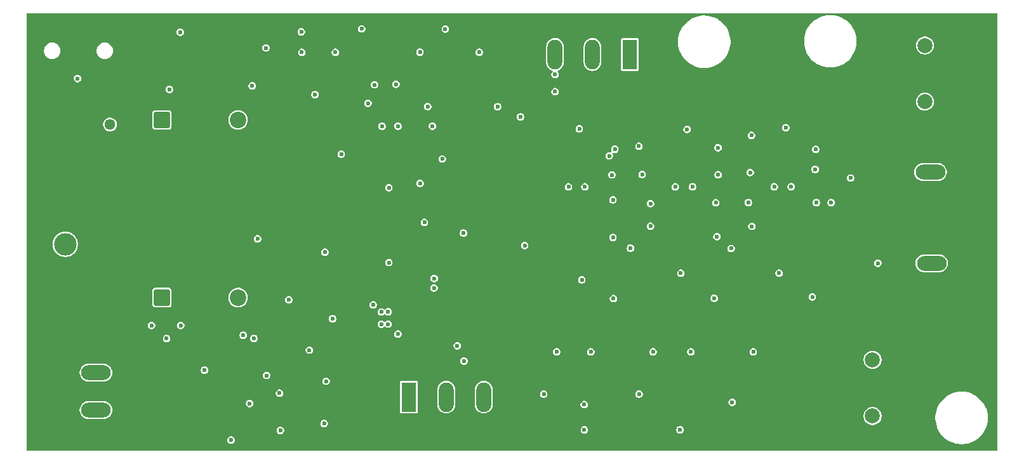
<source format=gbr>
%TF.GenerationSoftware,KiCad,Pcbnew,9.0.4-9.0.4-0~ubuntu24.04.1*%
%TF.CreationDate,2025-09-01T10:39:58-05:00*%
%TF.ProjectId,amplifier,616d706c-6966-4696-9572-2e6b69636164,rev?*%
%TF.SameCoordinates,Original*%
%TF.FileFunction,Copper,L3,Inr*%
%TF.FilePolarity,Positive*%
%FSLAX46Y46*%
G04 Gerber Fmt 4.6, Leading zero omitted, Abs format (unit mm)*
G04 Created by KiCad (PCBNEW 9.0.4-9.0.4-0~ubuntu24.04.1) date 2025-09-01 10:39:58*
%MOMM*%
%LPD*%
G01*
G04 APERTURE LIST*
G04 Aperture macros list*
%AMRoundRect*
0 Rectangle with rounded corners*
0 $1 Rounding radius*
0 $2 $3 $4 $5 $6 $7 $8 $9 X,Y pos of 4 corners*
0 Add a 4 corners polygon primitive as box body*
4,1,4,$2,$3,$4,$5,$6,$7,$8,$9,$2,$3,0*
0 Add four circle primitives for the rounded corners*
1,1,$1+$1,$2,$3*
1,1,$1+$1,$4,$5*
1,1,$1+$1,$6,$7*
1,1,$1+$1,$8,$9*
0 Add four rect primitives between the rounded corners*
20,1,$1+$1,$2,$3,$4,$5,0*
20,1,$1+$1,$4,$5,$6,$7,0*
20,1,$1+$1,$6,$7,$8,$9,0*
20,1,$1+$1,$8,$9,$2,$3,0*%
G04 Aperture macros list end*
%TA.AperFunction,ComponentPad*%
%ADD10R,3.960000X1.980000*%
%TD*%
%TA.AperFunction,ComponentPad*%
%ADD11O,3.960000X1.980000*%
%TD*%
%TA.AperFunction,ComponentPad*%
%ADD12C,2.000000*%
%TD*%
%TA.AperFunction,ComponentPad*%
%ADD13R,1.980000X3.960000*%
%TD*%
%TA.AperFunction,ComponentPad*%
%ADD14O,1.980000X3.960000*%
%TD*%
%TA.AperFunction,ComponentPad*%
%ADD15C,1.440000*%
%TD*%
%TA.AperFunction,ComponentPad*%
%ADD16RoundRect,0.249999X-0.850001X-0.850001X0.850001X-0.850001X0.850001X0.850001X-0.850001X0.850001X0*%
%TD*%
%TA.AperFunction,ComponentPad*%
%ADD17C,2.200000*%
%TD*%
%TA.AperFunction,ComponentPad*%
%ADD18RoundRect,0.249999X-1.250001X1.250001X-1.250001X-1.250001X1.250001X-1.250001X1.250001X1.250001X0*%
%TD*%
%TA.AperFunction,ComponentPad*%
%ADD19C,3.000000*%
%TD*%
%TA.AperFunction,ViaPad*%
%ADD20C,0.600000*%
%TD*%
G04 APERTURE END LIST*
D10*
%TO.N,GND*%
%TO.C,J701*%
X209350000Y-96795000D03*
D11*
%TO.N,hp_out_left*%
X209350000Y-91795000D03*
%TD*%
D12*
%TO.N,Net-(C705-Pad1)*%
%TO.C,C705*%
X208600000Y-74900000D03*
%TO.N,hp_out_left*%
X208600000Y-82400000D03*
%TD*%
D10*
%TO.N,GND*%
%TO.C,J403*%
X98052500Y-113530000D03*
D11*
%TO.N,/input_buffers/audio_in_right*%
X98052500Y-118530000D03*
%TO.N,/input_buffers/audio_in_left*%
X98052500Y-123530000D03*
%TD*%
D12*
%TO.N,Net-(C706-Pad1)*%
%TO.C,C706*%
X201620000Y-124320000D03*
%TO.N,hp_out_right*%
X201620000Y-116820000D03*
%TD*%
D13*
%TO.N,Net-(J501-Pin_1)*%
%TO.C,J501*%
X169265000Y-76100000D03*
D14*
%TO.N,Net-(J501-Pin_2)*%
X164265000Y-76100000D03*
%TO.N,Net-(J501-Pin_3)*%
X159265000Y-76100000D03*
%TD*%
D15*
%TO.N,Net-(U201-ADJ)*%
%TO.C,RV201*%
X99915000Y-85445000D03*
%TO.N,GND*%
X97375000Y-85445000D03*
X94835000Y-85445000D03*
%TD*%
D16*
%TO.N,VCC*%
%TO.C,D201*%
X106845000Y-108525000D03*
D17*
%TO.N,+15V*%
X117005000Y-108525000D03*
%TD*%
D13*
%TO.N,Net-(J601-Pin_1)*%
%TO.C,J601*%
X139770000Y-121810000D03*
D14*
%TO.N,Net-(J601-Pin_2)*%
X144770000Y-121810000D03*
%TO.N,Net-(J601-Pin_3)*%
X149770000Y-121810000D03*
%TD*%
D10*
%TO.N,GND*%
%TO.C,J702*%
X209500000Y-108945000D03*
D11*
%TO.N,hp_out_right*%
X209500000Y-103945000D03*
%TD*%
D16*
%TO.N,+15V*%
%TO.C,D202*%
X106845000Y-84825000D03*
D17*
%TO.N,/power/dout*%
X117005000Y-84825000D03*
%TD*%
D18*
%TO.N,GND*%
%TO.C,J201*%
X93937500Y-96405000D03*
D19*
%TO.N,VCC*%
X93937500Y-101405000D03*
%TD*%
D20*
%TO.N,GND*%
X129970000Y-73310000D03*
X166560000Y-97950000D03*
X151820000Y-84600000D03*
X182730000Y-100060000D03*
X137120000Y-95770000D03*
X143300000Y-73580000D03*
X188830000Y-83460000D03*
X193570000Y-113320000D03*
X175630000Y-89530000D03*
X156307500Y-117685000D03*
X192520000Y-117590000D03*
X187210000Y-114000000D03*
X116382500Y-78310000D03*
X128710000Y-97720000D03*
X174170000Y-114010000D03*
X137090000Y-105720000D03*
X184890000Y-85710000D03*
X123740000Y-89370000D03*
X113760000Y-90970000D03*
X180550000Y-113060000D03*
X159010000Y-90710000D03*
X139550000Y-80140000D03*
X123830000Y-99330000D03*
X128740000Y-107610000D03*
X117650000Y-125190000D03*
X104290000Y-71910000D03*
X155240000Y-99670000D03*
X198670000Y-105800000D03*
X189000000Y-89430000D03*
X139210000Y-111150000D03*
X128640000Y-87520000D03*
X166150000Y-117580000D03*
X117600000Y-117350000D03*
X141850000Y-103850000D03*
X170390000Y-85820000D03*
X111117500Y-78810000D03*
X108320000Y-126030000D03*
X182890000Y-118030000D03*
X146130000Y-93650000D03*
X179110000Y-117590000D03*
X167080000Y-113130000D03*
X150960000Y-105580000D03*
X160690000Y-113990000D03*
X169360000Y-100010000D03*
X168827500Y-118285000D03*
X127150000Y-121350000D03*
X194110000Y-97940000D03*
X137710000Y-84080000D03*
X200700000Y-98560000D03*
%TO.N,+15V*%
X182750000Y-101980000D03*
X170480000Y-121405000D03*
X182890000Y-122500000D03*
X125440000Y-73080000D03*
X162510000Y-86010000D03*
X180500000Y-108610000D03*
X176880000Y-86080000D03*
X116060000Y-127530000D03*
X157770000Y-121405000D03*
X155230000Y-101580000D03*
X118882500Y-80280000D03*
X169330000Y-101930000D03*
X119110000Y-113980000D03*
X143160000Y-105970000D03*
X122530000Y-121270000D03*
X134320000Y-82610000D03*
X193580000Y-108430000D03*
X137110000Y-93870000D03*
X141850000Y-98490000D03*
X137110000Y-103850000D03*
X138045000Y-80065000D03*
X190050000Y-85870000D03*
X167060000Y-108650000D03*
X144230000Y-90040000D03*
%TO.N,buff_out_left*%
X190760000Y-93740000D03*
X177610000Y-93740000D03*
X188510000Y-93740000D03*
X130760000Y-89400000D03*
X163260000Y-93750000D03*
X175300000Y-93750000D03*
X198695000Y-92575000D03*
X161070000Y-93750000D03*
%TO.N,bax_out_left*%
X136200000Y-85680000D03*
X135200000Y-80140000D03*
%TO.N,Net-(U502B--)*%
X138330000Y-85670000D03*
X154670000Y-84420000D03*
X142920000Y-85660000D03*
%TO.N,buff_out_right*%
X128590000Y-102480000D03*
X163180000Y-126170000D03*
X176050000Y-105260000D03*
X162845000Y-106165000D03*
X175930000Y-126170000D03*
X163170000Y-122790000D03*
X189150000Y-105260000D03*
X138320000Y-113390000D03*
%TO.N,Net-(J601-Pin_2)*%
X112520000Y-118210000D03*
%TO.N,bax_out_right*%
X141270000Y-93300000D03*
X129610000Y-111340000D03*
%TO.N,Net-(U602A--)*%
X137010000Y-112060000D03*
X137010000Y-110420000D03*
%TO.N,Net-(C604-Pad2)*%
X136110000Y-112070000D03*
X136090000Y-110440000D03*
%TO.N,Net-(C605-Pad2)*%
X135030000Y-109500000D03*
X143130000Y-107250000D03*
%TO.N,hp_out_right*%
X202330000Y-103945000D03*
%TO.N,/input_buffers/audio_in_right*%
X119600000Y-100700000D03*
X95590000Y-79300000D03*
X105450000Y-112240000D03*
%TO.N,vbias_right*%
X107850000Y-80760000D03*
X147060000Y-99910000D03*
X109350000Y-112240000D03*
X147130000Y-116990000D03*
X128480000Y-125320000D03*
X123770000Y-108830000D03*
%TO.N,vbias_left*%
X107470000Y-113980000D03*
X149170000Y-75800000D03*
X129980000Y-75800000D03*
X109290000Y-73130000D03*
X141260000Y-75780000D03*
%TO.N,Net-(J501-Pin_3)*%
X159280000Y-78760000D03*
X144640000Y-72700000D03*
X159280000Y-81050000D03*
X133480000Y-72680000D03*
%TO.N,Net-(U301A--)*%
X125500000Y-75800000D03*
X120720000Y-75230000D03*
%TO.N,Net-(U302A--)*%
X118540000Y-122650000D03*
X122650000Y-126240000D03*
%TO.N,Net-(R505-Pad1)*%
X142290000Y-83050000D03*
X151610000Y-83060000D03*
%TO.N,Net-(U601B-+)*%
X120800000Y-118920000D03*
X128740000Y-119680000D03*
%TO.N,Net-(U601A--)*%
X117680000Y-113540000D03*
%TO.N,Net-(R605-Pad1)*%
X146230000Y-114950000D03*
X126510000Y-115530000D03*
%TO.N,buff_in_left*%
X127260000Y-81450000D03*
X166500000Y-89620000D03*
%TO.N,buff_in_right*%
X159490000Y-115770000D03*
X177380000Y-115770000D03*
X172350000Y-115770000D03*
X164040000Y-115770000D03*
X185710000Y-115770000D03*
%TO.N,Net-(U801B--)*%
X167250000Y-88730000D03*
X166860000Y-92160000D03*
%TO.N,Net-(U802A--)*%
X167000000Y-100500000D03*
X167000000Y-95500000D03*
%TO.N,Net-(U803A--)*%
X170460000Y-88340000D03*
X170890000Y-92110000D03*
%TO.N,Net-(U803B--)*%
X181010000Y-92150000D03*
X181010000Y-88540000D03*
%TO.N,Net-(U804A--)*%
X180710000Y-95870000D03*
X180870000Y-100400000D03*
%TO.N,Net-(U805A--)*%
X185470000Y-86890000D03*
X185290000Y-91840000D03*
%TO.N,Net-(U806A--)*%
X194120000Y-95860000D03*
X196090000Y-95860000D03*
%TO.N,Net-(U804B--)*%
X172000000Y-96000000D03*
X172000000Y-99000000D03*
%TO.N,Net-(U805B--)*%
X193960000Y-91430000D03*
X194040000Y-88750000D03*
%TO.N,Net-(U806B--)*%
X185520000Y-99020000D03*
X185060000Y-95850000D03*
%TD*%
%TA.AperFunction,Conductor*%
%TO.N,GND*%
G36*
X218232539Y-70590185D02*
G01*
X218278294Y-70642989D01*
X218289500Y-70694500D01*
X218289500Y-128825500D01*
X218269815Y-128892539D01*
X218217011Y-128938294D01*
X218165500Y-128949500D01*
X88924500Y-128949500D01*
X88857461Y-128929815D01*
X88811706Y-128877011D01*
X88800500Y-128825500D01*
X88800500Y-127464108D01*
X115559500Y-127464108D01*
X115559500Y-127595891D01*
X115593608Y-127723187D01*
X115626554Y-127780250D01*
X115659500Y-127837314D01*
X115752686Y-127930500D01*
X115866814Y-127996392D01*
X115994108Y-128030500D01*
X115994110Y-128030500D01*
X116125890Y-128030500D01*
X116125892Y-128030500D01*
X116253186Y-127996392D01*
X116367314Y-127930500D01*
X116460500Y-127837314D01*
X116526392Y-127723186D01*
X116560500Y-127595892D01*
X116560500Y-127464108D01*
X116526392Y-127336814D01*
X116460500Y-127222686D01*
X116367314Y-127129500D01*
X116310250Y-127096554D01*
X116253187Y-127063608D01*
X116189539Y-127046554D01*
X116125892Y-127029500D01*
X115994108Y-127029500D01*
X115866812Y-127063608D01*
X115752686Y-127129500D01*
X115752683Y-127129502D01*
X115659502Y-127222683D01*
X115659500Y-127222686D01*
X115593608Y-127336812D01*
X115559500Y-127464108D01*
X88800500Y-127464108D01*
X88800500Y-126174108D01*
X122149500Y-126174108D01*
X122149500Y-126305891D01*
X122183608Y-126433187D01*
X122216554Y-126490250D01*
X122249500Y-126547314D01*
X122342686Y-126640500D01*
X122456814Y-126706392D01*
X122584108Y-126740500D01*
X122584110Y-126740500D01*
X122715890Y-126740500D01*
X122715892Y-126740500D01*
X122843186Y-126706392D01*
X122957314Y-126640500D01*
X123050500Y-126547314D01*
X123116392Y-126433186D01*
X123150500Y-126305892D01*
X123150500Y-126174108D01*
X123131744Y-126104108D01*
X162679500Y-126104108D01*
X162679500Y-126235891D01*
X162713608Y-126363187D01*
X162746554Y-126420250D01*
X162779500Y-126477314D01*
X162872686Y-126570500D01*
X162986814Y-126636392D01*
X163114108Y-126670500D01*
X163114110Y-126670500D01*
X163245890Y-126670500D01*
X163245892Y-126670500D01*
X163373186Y-126636392D01*
X163487314Y-126570500D01*
X163580500Y-126477314D01*
X163646392Y-126363186D01*
X163680500Y-126235892D01*
X163680500Y-126104108D01*
X175429500Y-126104108D01*
X175429500Y-126235891D01*
X175463608Y-126363187D01*
X175496554Y-126420250D01*
X175529500Y-126477314D01*
X175622686Y-126570500D01*
X175736814Y-126636392D01*
X175864108Y-126670500D01*
X175864110Y-126670500D01*
X175995890Y-126670500D01*
X175995892Y-126670500D01*
X176123186Y-126636392D01*
X176237314Y-126570500D01*
X176330500Y-126477314D01*
X176396392Y-126363186D01*
X176430500Y-126235892D01*
X176430500Y-126104108D01*
X176396392Y-125976814D01*
X176330500Y-125862686D01*
X176237314Y-125769500D01*
X176152439Y-125720497D01*
X176123187Y-125703608D01*
X176059539Y-125686554D01*
X175995892Y-125669500D01*
X175864108Y-125669500D01*
X175736812Y-125703608D01*
X175622686Y-125769500D01*
X175622683Y-125769502D01*
X175529502Y-125862683D01*
X175529500Y-125862686D01*
X175463608Y-125976812D01*
X175429500Y-126104108D01*
X163680500Y-126104108D01*
X163646392Y-125976814D01*
X163580500Y-125862686D01*
X163487314Y-125769500D01*
X163402439Y-125720497D01*
X163373187Y-125703608D01*
X163309539Y-125686554D01*
X163245892Y-125669500D01*
X163114108Y-125669500D01*
X162986812Y-125703608D01*
X162872686Y-125769500D01*
X162872683Y-125769502D01*
X162779502Y-125862683D01*
X162779500Y-125862686D01*
X162713608Y-125976812D01*
X162679500Y-126104108D01*
X123131744Y-126104108D01*
X123116392Y-126046814D01*
X123050500Y-125932686D01*
X122957314Y-125839500D01*
X122900250Y-125806554D01*
X122843187Y-125773608D01*
X122779539Y-125756554D01*
X122715892Y-125739500D01*
X122584108Y-125739500D01*
X122456812Y-125773608D01*
X122342686Y-125839500D01*
X122342683Y-125839502D01*
X122249502Y-125932683D01*
X122249500Y-125932686D01*
X122183608Y-126046812D01*
X122149500Y-126174108D01*
X88800500Y-126174108D01*
X88800500Y-125254108D01*
X127979500Y-125254108D01*
X127979500Y-125385891D01*
X128013608Y-125513187D01*
X128037084Y-125553847D01*
X128079500Y-125627314D01*
X128172686Y-125720500D01*
X128286814Y-125786392D01*
X128414108Y-125820500D01*
X128414110Y-125820500D01*
X128545890Y-125820500D01*
X128545892Y-125820500D01*
X128673186Y-125786392D01*
X128787314Y-125720500D01*
X128880500Y-125627314D01*
X128946392Y-125513186D01*
X128980500Y-125385892D01*
X128980500Y-125254108D01*
X128946392Y-125126814D01*
X128880500Y-125012686D01*
X128787314Y-124919500D01*
X128730250Y-124886554D01*
X128673187Y-124853608D01*
X128609539Y-124836554D01*
X128545892Y-124819500D01*
X128414108Y-124819500D01*
X128286812Y-124853608D01*
X128172686Y-124919500D01*
X128172683Y-124919502D01*
X128079502Y-125012683D01*
X128079500Y-125012686D01*
X128013608Y-125126812D01*
X127979500Y-125254108D01*
X88800500Y-125254108D01*
X88800500Y-123436300D01*
X95872000Y-123436300D01*
X95872000Y-123623699D01*
X95888587Y-123728422D01*
X95901314Y-123808776D01*
X95959221Y-123986993D01*
X95985659Y-124038882D01*
X96044294Y-124153959D01*
X96044295Y-124153962D01*
X96090087Y-124216988D01*
X96154438Y-124305559D01*
X96286941Y-124438062D01*
X96320372Y-124462351D01*
X96438537Y-124548204D01*
X96438538Y-124548204D01*
X96438542Y-124548207D01*
X96605507Y-124633279D01*
X96783724Y-124691186D01*
X96876265Y-124705843D01*
X96968801Y-124720500D01*
X96968806Y-124720500D01*
X99136199Y-124720500D01*
X99220322Y-124707175D01*
X99321276Y-124691186D01*
X99499493Y-124633279D01*
X99666458Y-124548207D01*
X99818059Y-124438062D01*
X99950562Y-124305559D01*
X100008719Y-124225513D01*
X200419500Y-124225513D01*
X200419500Y-124414486D01*
X200449059Y-124601118D01*
X200507454Y-124780836D01*
X200583484Y-124930051D01*
X200593240Y-124949199D01*
X200704310Y-125102073D01*
X200837927Y-125235690D01*
X200990801Y-125346760D01*
X201023630Y-125363487D01*
X201159163Y-125432545D01*
X201159165Y-125432545D01*
X201159168Y-125432547D01*
X201255497Y-125463846D01*
X201338881Y-125490940D01*
X201525514Y-125520500D01*
X201525519Y-125520500D01*
X201714486Y-125520500D01*
X201901118Y-125490940D01*
X202080832Y-125432547D01*
X202249199Y-125346760D01*
X202402073Y-125235690D01*
X202535690Y-125102073D01*
X202646760Y-124949199D01*
X202732547Y-124780832D01*
X202790940Y-124601118D01*
X202799320Y-124548207D01*
X202820500Y-124414486D01*
X202820500Y-124408034D01*
X209989500Y-124408034D01*
X209989500Y-124751965D01*
X210023210Y-125094249D01*
X210090308Y-125431572D01*
X210190150Y-125760706D01*
X210232392Y-125862686D01*
X210320284Y-126074878D01*
X210321770Y-126078464D01*
X210321772Y-126078469D01*
X210483893Y-126381775D01*
X210483904Y-126381793D01*
X210674975Y-126667751D01*
X210674985Y-126667765D01*
X210893176Y-126933632D01*
X211136367Y-127176823D01*
X211136372Y-127176827D01*
X211136373Y-127176828D01*
X211402240Y-127395019D01*
X211688213Y-127586100D01*
X211688222Y-127586105D01*
X211688224Y-127586106D01*
X211991530Y-127748227D01*
X211991532Y-127748227D01*
X211991538Y-127748231D01*
X212309295Y-127879850D01*
X212638422Y-127979690D01*
X212975750Y-128046789D01*
X213318031Y-128080500D01*
X213318034Y-128080500D01*
X213661966Y-128080500D01*
X213661969Y-128080500D01*
X214004250Y-128046789D01*
X214341578Y-127979690D01*
X214670705Y-127879850D01*
X214988462Y-127748231D01*
X215291787Y-127586100D01*
X215577760Y-127395019D01*
X215843627Y-127176828D01*
X216086828Y-126933627D01*
X216305019Y-126667760D01*
X216496100Y-126381787D01*
X216658231Y-126078462D01*
X216789850Y-125760705D01*
X216889690Y-125431578D01*
X216956789Y-125094250D01*
X216990500Y-124751969D01*
X216990500Y-124408031D01*
X216956789Y-124065750D01*
X216889690Y-123728422D01*
X216789850Y-123399295D01*
X216658231Y-123081538D01*
X216656751Y-123078770D01*
X216496106Y-122778224D01*
X216496105Y-122778222D01*
X216496100Y-122778213D01*
X216305019Y-122492240D01*
X216086828Y-122226373D01*
X216086827Y-122226372D01*
X216086823Y-122226367D01*
X215843632Y-121983176D01*
X215577765Y-121764985D01*
X215577764Y-121764984D01*
X215577760Y-121764981D01*
X215291787Y-121573900D01*
X215291782Y-121573897D01*
X215291775Y-121573893D01*
X214988469Y-121411772D01*
X214988464Y-121411770D01*
X214670706Y-121280150D01*
X214341572Y-121180308D01*
X214004248Y-121113210D01*
X214004249Y-121113210D01*
X213746456Y-121087821D01*
X213661969Y-121079500D01*
X213318031Y-121079500D01*
X213239966Y-121087188D01*
X212975750Y-121113210D01*
X212638427Y-121180308D01*
X212309293Y-121280150D01*
X211991535Y-121411770D01*
X211991530Y-121411772D01*
X211688224Y-121573893D01*
X211688206Y-121573904D01*
X211402248Y-121764975D01*
X211402234Y-121764985D01*
X211136367Y-121983176D01*
X210893176Y-122226367D01*
X210674985Y-122492234D01*
X210674975Y-122492248D01*
X210483904Y-122778206D01*
X210483893Y-122778224D01*
X210321772Y-123081530D01*
X210321770Y-123081535D01*
X210190150Y-123399293D01*
X210090308Y-123728427D01*
X210023210Y-124065750D01*
X209989500Y-124408034D01*
X202820500Y-124408034D01*
X202820500Y-124225513D01*
X202790940Y-124038881D01*
X202757041Y-123934552D01*
X202732547Y-123859168D01*
X202732545Y-123859165D01*
X202732545Y-123859163D01*
X202646759Y-123690800D01*
X202535690Y-123537927D01*
X202402073Y-123404310D01*
X202249199Y-123293240D01*
X202243821Y-123290500D01*
X202080836Y-123207454D01*
X201901118Y-123149059D01*
X201714486Y-123119500D01*
X201714481Y-123119500D01*
X201525519Y-123119500D01*
X201525514Y-123119500D01*
X201338881Y-123149059D01*
X201159163Y-123207454D01*
X200990800Y-123293240D01*
X200903579Y-123356610D01*
X200837927Y-123404310D01*
X200837925Y-123404312D01*
X200837924Y-123404312D01*
X200704312Y-123537924D01*
X200704312Y-123537925D01*
X200704310Y-123537927D01*
X200676969Y-123575559D01*
X200593240Y-123690800D01*
X200507454Y-123859163D01*
X200449059Y-124038881D01*
X200419500Y-124225513D01*
X100008719Y-124225513D01*
X100060707Y-124153958D01*
X100145779Y-123986993D01*
X100203686Y-123808776D01*
X100222371Y-123690801D01*
X100233000Y-123623699D01*
X100233000Y-123436300D01*
X100217010Y-123335352D01*
X100203686Y-123251224D01*
X100145779Y-123073007D01*
X100060707Y-122906042D01*
X100060704Y-122906038D01*
X100060704Y-122906037D01*
X100015039Y-122843186D01*
X99950562Y-122754441D01*
X99818059Y-122621938D01*
X99765991Y-122584108D01*
X118039500Y-122584108D01*
X118039500Y-122715892D01*
X118041702Y-122724110D01*
X118073608Y-122843187D01*
X118102769Y-122893694D01*
X118139500Y-122957314D01*
X118232686Y-123050500D01*
X118346814Y-123116392D01*
X118474108Y-123150500D01*
X118474110Y-123150500D01*
X118605890Y-123150500D01*
X118605892Y-123150500D01*
X118733186Y-123116392D01*
X118847314Y-123050500D01*
X118940500Y-122957314D01*
X119006392Y-122843186D01*
X119040500Y-122715892D01*
X119040500Y-122584108D01*
X119006392Y-122456814D01*
X118940500Y-122342686D01*
X118847314Y-122249500D01*
X118748910Y-122192686D01*
X118733187Y-122183608D01*
X118669539Y-122166554D01*
X118605892Y-122149500D01*
X118474108Y-122149500D01*
X118346812Y-122183608D01*
X118232686Y-122249500D01*
X118232683Y-122249502D01*
X118139502Y-122342683D01*
X118139500Y-122342686D01*
X118073608Y-122456812D01*
X118058876Y-122511794D01*
X118039500Y-122584108D01*
X99765991Y-122584108D01*
X99740916Y-122565890D01*
X99666462Y-122511795D01*
X99666459Y-122511794D01*
X99666460Y-122511794D01*
X99666458Y-122511793D01*
X99499493Y-122426721D01*
X99321276Y-122368814D01*
X99321270Y-122368813D01*
X99136199Y-122339500D01*
X99136194Y-122339500D01*
X96968806Y-122339500D01*
X96968801Y-122339500D01*
X96783729Y-122368813D01*
X96783727Y-122368813D01*
X96783724Y-122368814D01*
X96605507Y-122426721D01*
X96605504Y-122426722D01*
X96605502Y-122426723D01*
X96438540Y-122511794D01*
X96438537Y-122511795D01*
X96324977Y-122594302D01*
X96286941Y-122621938D01*
X96286939Y-122621940D01*
X96286938Y-122621940D01*
X96154440Y-122754438D01*
X96154440Y-122754439D01*
X96154438Y-122754441D01*
X96137172Y-122778206D01*
X96044295Y-122906037D01*
X96044294Y-122906040D01*
X95959223Y-123073002D01*
X95959222Y-123073004D01*
X95959221Y-123073007D01*
X95901314Y-123251224D01*
X95901313Y-123251227D01*
X95901313Y-123251229D01*
X95872000Y-123436300D01*
X88800500Y-123436300D01*
X88800500Y-121204108D01*
X122029500Y-121204108D01*
X122029500Y-121335892D01*
X122046554Y-121399539D01*
X122063608Y-121463187D01*
X122068056Y-121470891D01*
X122129500Y-121577314D01*
X122222686Y-121670500D01*
X122336814Y-121736392D01*
X122464108Y-121770500D01*
X122464110Y-121770500D01*
X122595890Y-121770500D01*
X122595892Y-121770500D01*
X122723186Y-121736392D01*
X122837314Y-121670500D01*
X122930500Y-121577314D01*
X122996392Y-121463186D01*
X123030500Y-121335892D01*
X123030500Y-121204108D01*
X122996392Y-121076814D01*
X122930500Y-120962686D01*
X122837314Y-120869500D01*
X122780250Y-120836554D01*
X122723187Y-120803608D01*
X122659539Y-120786554D01*
X122595892Y-120769500D01*
X122464108Y-120769500D01*
X122336812Y-120803608D01*
X122222686Y-120869500D01*
X122222683Y-120869502D01*
X122129502Y-120962683D01*
X122129500Y-120962686D01*
X122063608Y-121076812D01*
X122029500Y-121204108D01*
X88800500Y-121204108D01*
X88800500Y-118436300D01*
X95872000Y-118436300D01*
X95872000Y-118623699D01*
X95901313Y-118808770D01*
X95901314Y-118808776D01*
X95959221Y-118986993D01*
X96023519Y-119113187D01*
X96044294Y-119153959D01*
X96044295Y-119153962D01*
X96062850Y-119179500D01*
X96154438Y-119305559D01*
X96286941Y-119438062D01*
X96354042Y-119486814D01*
X96438537Y-119548204D01*
X96438538Y-119548204D01*
X96438542Y-119548207D01*
X96605507Y-119633279D01*
X96783724Y-119691186D01*
X96876265Y-119705843D01*
X96968801Y-119720500D01*
X96968806Y-119720500D01*
X99136199Y-119720500D01*
X99220322Y-119707175D01*
X99321276Y-119691186D01*
X99499493Y-119633279D01*
X99537119Y-119614108D01*
X128239500Y-119614108D01*
X128239500Y-119745892D01*
X128254479Y-119801794D01*
X128273608Y-119873187D01*
X128295983Y-119911940D01*
X128339500Y-119987314D01*
X128432686Y-120080500D01*
X128546814Y-120146392D01*
X128674108Y-120180500D01*
X128674110Y-120180500D01*
X128805890Y-120180500D01*
X128805892Y-120180500D01*
X128933186Y-120146392D01*
X129047314Y-120080500D01*
X129140500Y-119987314D01*
X129206392Y-119873186D01*
X129223256Y-119810247D01*
X138579500Y-119810247D01*
X138579500Y-123809752D01*
X138591131Y-123868229D01*
X138591132Y-123868230D01*
X138635447Y-123934552D01*
X138701769Y-123978867D01*
X138701770Y-123978868D01*
X138760247Y-123990499D01*
X138760250Y-123990500D01*
X138760252Y-123990500D01*
X140779750Y-123990500D01*
X140779751Y-123990499D01*
X140797379Y-123986993D01*
X140838229Y-123978868D01*
X140838229Y-123978867D01*
X140838231Y-123978867D01*
X140904552Y-123934552D01*
X140948867Y-123868231D01*
X140948867Y-123868229D01*
X140948868Y-123868229D01*
X140960499Y-123809752D01*
X140960500Y-123809750D01*
X140960500Y-120726300D01*
X143579500Y-120726300D01*
X143579500Y-122893699D01*
X143607899Y-123073002D01*
X143608814Y-123078776D01*
X143666721Y-123256993D01*
X143683793Y-123290500D01*
X143751794Y-123423959D01*
X143751795Y-123423962D01*
X143797587Y-123486988D01*
X143861938Y-123575559D01*
X143994441Y-123708062D01*
X144080025Y-123770243D01*
X144146037Y-123818204D01*
X144146038Y-123818204D01*
X144146042Y-123818207D01*
X144313007Y-123903279D01*
X144491224Y-123961186D01*
X144583765Y-123975843D01*
X144676301Y-123990500D01*
X144676306Y-123990500D01*
X144863699Y-123990500D01*
X144947822Y-123977175D01*
X145048776Y-123961186D01*
X145226993Y-123903279D01*
X145393958Y-123818207D01*
X145545559Y-123708062D01*
X145678062Y-123575559D01*
X145788207Y-123423958D01*
X145873279Y-123256993D01*
X145931186Y-123078776D01*
X145950424Y-122957313D01*
X145960500Y-122893699D01*
X145960500Y-120726300D01*
X148579500Y-120726300D01*
X148579500Y-122893699D01*
X148607899Y-123073002D01*
X148608814Y-123078776D01*
X148666721Y-123256993D01*
X148683793Y-123290500D01*
X148751794Y-123423959D01*
X148751795Y-123423962D01*
X148797587Y-123486988D01*
X148861938Y-123575559D01*
X148994441Y-123708062D01*
X149080025Y-123770243D01*
X149146037Y-123818204D01*
X149146038Y-123818204D01*
X149146042Y-123818207D01*
X149313007Y-123903279D01*
X149491224Y-123961186D01*
X149583765Y-123975843D01*
X149676301Y-123990500D01*
X149676306Y-123990500D01*
X149863699Y-123990500D01*
X149947822Y-123977175D01*
X150048776Y-123961186D01*
X150226993Y-123903279D01*
X150393958Y-123818207D01*
X150545559Y-123708062D01*
X150678062Y-123575559D01*
X150788207Y-123423958D01*
X150873279Y-123256993D01*
X150931186Y-123078776D01*
X150950424Y-122957313D01*
X150960500Y-122893699D01*
X150960500Y-122724108D01*
X162669500Y-122724108D01*
X162669500Y-122855891D01*
X162703608Y-122983187D01*
X162713604Y-123000500D01*
X162769500Y-123097314D01*
X162862686Y-123190500D01*
X162976814Y-123256392D01*
X163104108Y-123290500D01*
X163104110Y-123290500D01*
X163235890Y-123290500D01*
X163235892Y-123290500D01*
X163363186Y-123256392D01*
X163477314Y-123190500D01*
X163570500Y-123097314D01*
X163636392Y-122983186D01*
X163670500Y-122855892D01*
X163670500Y-122724108D01*
X163636392Y-122596814D01*
X163570500Y-122482686D01*
X163521922Y-122434108D01*
X182389500Y-122434108D01*
X182389500Y-122565892D01*
X182404517Y-122621938D01*
X182423608Y-122693187D01*
X182436717Y-122715892D01*
X182489500Y-122807314D01*
X182582686Y-122900500D01*
X182696814Y-122966392D01*
X182824108Y-123000500D01*
X182824110Y-123000500D01*
X182955890Y-123000500D01*
X182955892Y-123000500D01*
X183083186Y-122966392D01*
X183197314Y-122900500D01*
X183290500Y-122807314D01*
X183356392Y-122693186D01*
X183390500Y-122565892D01*
X183390500Y-122434108D01*
X183356392Y-122306814D01*
X183290500Y-122192686D01*
X183197314Y-122099500D01*
X183140250Y-122066554D01*
X183083187Y-122033608D01*
X183019539Y-122016554D01*
X182955892Y-121999500D01*
X182824108Y-121999500D01*
X182696812Y-122033608D01*
X182582686Y-122099500D01*
X182582683Y-122099502D01*
X182489502Y-122192683D01*
X182489500Y-122192686D01*
X182423608Y-122306812D01*
X182401452Y-122389502D01*
X182389500Y-122434108D01*
X163521922Y-122434108D01*
X163477314Y-122389500D01*
X163390712Y-122339500D01*
X163363187Y-122323608D01*
X163299539Y-122306554D01*
X163235892Y-122289500D01*
X163104108Y-122289500D01*
X162976812Y-122323608D01*
X162862686Y-122389500D01*
X162862683Y-122389502D01*
X162769502Y-122482683D01*
X162769500Y-122482686D01*
X162703608Y-122596812D01*
X162669500Y-122724108D01*
X150960500Y-122724108D01*
X150960500Y-121339108D01*
X157269500Y-121339108D01*
X157269500Y-121470891D01*
X157303608Y-121598187D01*
X157336554Y-121655250D01*
X157369500Y-121712314D01*
X157462686Y-121805500D01*
X157576814Y-121871392D01*
X157704108Y-121905500D01*
X157704110Y-121905500D01*
X157835890Y-121905500D01*
X157835892Y-121905500D01*
X157963186Y-121871392D01*
X158077314Y-121805500D01*
X158170500Y-121712314D01*
X158236392Y-121598186D01*
X158270500Y-121470892D01*
X158270500Y-121339108D01*
X169979500Y-121339108D01*
X169979500Y-121470891D01*
X170013608Y-121598187D01*
X170046554Y-121655250D01*
X170079500Y-121712314D01*
X170172686Y-121805500D01*
X170286814Y-121871392D01*
X170414108Y-121905500D01*
X170414110Y-121905500D01*
X170545890Y-121905500D01*
X170545892Y-121905500D01*
X170673186Y-121871392D01*
X170787314Y-121805500D01*
X170880500Y-121712314D01*
X170946392Y-121598186D01*
X170980500Y-121470892D01*
X170980500Y-121339108D01*
X170946392Y-121211814D01*
X170880500Y-121097686D01*
X170787314Y-121004500D01*
X170714885Y-120962683D01*
X170673187Y-120938608D01*
X170609539Y-120921554D01*
X170545892Y-120904500D01*
X170414108Y-120904500D01*
X170286812Y-120938608D01*
X170172686Y-121004500D01*
X170172683Y-121004502D01*
X170079502Y-121097683D01*
X170079500Y-121097686D01*
X170013608Y-121211812D01*
X169979500Y-121339108D01*
X158270500Y-121339108D01*
X158236392Y-121211814D01*
X158170500Y-121097686D01*
X158077314Y-121004500D01*
X158004885Y-120962683D01*
X157963187Y-120938608D01*
X157899539Y-120921554D01*
X157835892Y-120904500D01*
X157704108Y-120904500D01*
X157576812Y-120938608D01*
X157462686Y-121004500D01*
X157462683Y-121004502D01*
X157369502Y-121097683D01*
X157369500Y-121097686D01*
X157303608Y-121211812D01*
X157269500Y-121339108D01*
X150960500Y-121339108D01*
X150960500Y-120726300D01*
X150944510Y-120625352D01*
X150931186Y-120541224D01*
X150873279Y-120363007D01*
X150788207Y-120196042D01*
X150788204Y-120196038D01*
X150788204Y-120196037D01*
X150752133Y-120146391D01*
X150678062Y-120044441D01*
X150545559Y-119911938D01*
X150488502Y-119870484D01*
X150393962Y-119801795D01*
X150393959Y-119801794D01*
X150393960Y-119801794D01*
X150393958Y-119801793D01*
X150226993Y-119716721D01*
X150048776Y-119658814D01*
X150048770Y-119658813D01*
X149863699Y-119629500D01*
X149863694Y-119629500D01*
X149676306Y-119629500D01*
X149676301Y-119629500D01*
X149491229Y-119658813D01*
X149491227Y-119658813D01*
X149491224Y-119658814D01*
X149313007Y-119716721D01*
X149313004Y-119716722D01*
X149313002Y-119716723D01*
X149146040Y-119801794D01*
X149146037Y-119801795D01*
X149047778Y-119873186D01*
X148994441Y-119911938D01*
X148994439Y-119911940D01*
X148994438Y-119911940D01*
X148861940Y-120044438D01*
X148861940Y-120044439D01*
X148861938Y-120044441D01*
X148835742Y-120080497D01*
X148751795Y-120196037D01*
X148751794Y-120196040D01*
X148666723Y-120363002D01*
X148666722Y-120363004D01*
X148666721Y-120363007D01*
X148608814Y-120541224D01*
X148608813Y-120541227D01*
X148608813Y-120541229D01*
X148579500Y-120726300D01*
X145960500Y-120726300D01*
X145944510Y-120625352D01*
X145931186Y-120541224D01*
X145873279Y-120363007D01*
X145788207Y-120196042D01*
X145788204Y-120196038D01*
X145788204Y-120196037D01*
X145752133Y-120146391D01*
X145678062Y-120044441D01*
X145545559Y-119911938D01*
X145488502Y-119870484D01*
X145393962Y-119801795D01*
X145393959Y-119801794D01*
X145393960Y-119801794D01*
X145393958Y-119801793D01*
X145226993Y-119716721D01*
X145048776Y-119658814D01*
X145048770Y-119658813D01*
X144863699Y-119629500D01*
X144863694Y-119629500D01*
X144676306Y-119629500D01*
X144676301Y-119629500D01*
X144491229Y-119658813D01*
X144491227Y-119658813D01*
X144491224Y-119658814D01*
X144313007Y-119716721D01*
X144313004Y-119716722D01*
X144313002Y-119716723D01*
X144146040Y-119801794D01*
X144146037Y-119801795D01*
X144047778Y-119873186D01*
X143994441Y-119911938D01*
X143994439Y-119911940D01*
X143994438Y-119911940D01*
X143861940Y-120044438D01*
X143861940Y-120044439D01*
X143861938Y-120044441D01*
X143835742Y-120080497D01*
X143751795Y-120196037D01*
X143751794Y-120196040D01*
X143666723Y-120363002D01*
X143666722Y-120363004D01*
X143666721Y-120363007D01*
X143608814Y-120541224D01*
X143608813Y-120541227D01*
X143608813Y-120541229D01*
X143579500Y-120726300D01*
X140960500Y-120726300D01*
X140960500Y-119810249D01*
X140960499Y-119810247D01*
X140948868Y-119751770D01*
X140948867Y-119751769D01*
X140904552Y-119685447D01*
X140838230Y-119641132D01*
X140838229Y-119641131D01*
X140779752Y-119629500D01*
X140779748Y-119629500D01*
X138760252Y-119629500D01*
X138760247Y-119629500D01*
X138701770Y-119641131D01*
X138701769Y-119641132D01*
X138635447Y-119685447D01*
X138591132Y-119751769D01*
X138591131Y-119751770D01*
X138579500Y-119810247D01*
X129223256Y-119810247D01*
X129240500Y-119745892D01*
X129240500Y-119614108D01*
X129206392Y-119486814D01*
X129140500Y-119372686D01*
X129047314Y-119279500D01*
X128956929Y-119227316D01*
X128933187Y-119213608D01*
X128869539Y-119196554D01*
X128805892Y-119179500D01*
X128674108Y-119179500D01*
X128546812Y-119213608D01*
X128432686Y-119279500D01*
X128432683Y-119279502D01*
X128339502Y-119372683D01*
X128339500Y-119372686D01*
X128273608Y-119486812D01*
X128257158Y-119548205D01*
X128239500Y-119614108D01*
X99537119Y-119614108D01*
X99666458Y-119548207D01*
X99818059Y-119438062D01*
X99950562Y-119305559D01*
X100060707Y-119153958D01*
X100145779Y-118986993D01*
X100188957Y-118854108D01*
X120299500Y-118854108D01*
X120299500Y-118985891D01*
X120333608Y-119113187D01*
X120357148Y-119153958D01*
X120399500Y-119227314D01*
X120492686Y-119320500D01*
X120606814Y-119386392D01*
X120734108Y-119420500D01*
X120734110Y-119420500D01*
X120865890Y-119420500D01*
X120865892Y-119420500D01*
X120993186Y-119386392D01*
X121107314Y-119320500D01*
X121200500Y-119227314D01*
X121266392Y-119113186D01*
X121300500Y-118985892D01*
X121300500Y-118854108D01*
X121266392Y-118726814D01*
X121200500Y-118612686D01*
X121107314Y-118519500D01*
X121050250Y-118486554D01*
X120993187Y-118453608D01*
X120928591Y-118436300D01*
X120865892Y-118419500D01*
X120734108Y-118419500D01*
X120606812Y-118453608D01*
X120492686Y-118519500D01*
X120492683Y-118519502D01*
X120399502Y-118612683D01*
X120399500Y-118612686D01*
X120333608Y-118726812D01*
X120299500Y-118854108D01*
X100188957Y-118854108D01*
X100203686Y-118808776D01*
X100219251Y-118710500D01*
X100233000Y-118623699D01*
X100233000Y-118436300D01*
X100207593Y-118275891D01*
X100203686Y-118251224D01*
X100168881Y-118144108D01*
X112019500Y-118144108D01*
X112019500Y-118275891D01*
X112053608Y-118403187D01*
X112063027Y-118419500D01*
X112119500Y-118517314D01*
X112212686Y-118610500D01*
X112326814Y-118676392D01*
X112454108Y-118710500D01*
X112454110Y-118710500D01*
X112585890Y-118710500D01*
X112585892Y-118710500D01*
X112713186Y-118676392D01*
X112827314Y-118610500D01*
X112920500Y-118517314D01*
X112986392Y-118403186D01*
X113020500Y-118275892D01*
X113020500Y-118144108D01*
X112986392Y-118016814D01*
X112920500Y-117902686D01*
X112827314Y-117809500D01*
X112770250Y-117776554D01*
X112713187Y-117743608D01*
X112649539Y-117726554D01*
X112585892Y-117709500D01*
X112454108Y-117709500D01*
X112326812Y-117743608D01*
X112212686Y-117809500D01*
X112212683Y-117809502D01*
X112119502Y-117902683D01*
X112119500Y-117902686D01*
X112053608Y-118016812D01*
X112019500Y-118144108D01*
X100168881Y-118144108D01*
X100145779Y-118073007D01*
X100145777Y-118073004D01*
X100145777Y-118073002D01*
X100103964Y-117990940D01*
X100060707Y-117906042D01*
X100060704Y-117906038D01*
X100060704Y-117906037D01*
X99990566Y-117809502D01*
X99950562Y-117754441D01*
X99818059Y-117621938D01*
X99761002Y-117580484D01*
X99666462Y-117511795D01*
X99666459Y-117511794D01*
X99666460Y-117511794D01*
X99666458Y-117511793D01*
X99499493Y-117426721D01*
X99321276Y-117368814D01*
X99321270Y-117368813D01*
X99136199Y-117339500D01*
X99136194Y-117339500D01*
X96968806Y-117339500D01*
X96968801Y-117339500D01*
X96783729Y-117368813D01*
X96783727Y-117368813D01*
X96783724Y-117368814D01*
X96605507Y-117426721D01*
X96605504Y-117426722D01*
X96605502Y-117426723D01*
X96438540Y-117511794D01*
X96438537Y-117511795D01*
X96324977Y-117594302D01*
X96286941Y-117621938D01*
X96286939Y-117621940D01*
X96286938Y-117621940D01*
X96154440Y-117754438D01*
X96154440Y-117754439D01*
X96154438Y-117754441D01*
X96126802Y-117792477D01*
X96044295Y-117906037D01*
X96044294Y-117906040D01*
X95959223Y-118073002D01*
X95959222Y-118073004D01*
X95959221Y-118073007D01*
X95901314Y-118251224D01*
X95901313Y-118251227D01*
X95901313Y-118251229D01*
X95872000Y-118436300D01*
X88800500Y-118436300D01*
X88800500Y-116924108D01*
X146629500Y-116924108D01*
X146629500Y-117055891D01*
X146663608Y-117183187D01*
X146696554Y-117240250D01*
X146729500Y-117297314D01*
X146822686Y-117390500D01*
X146936814Y-117456392D01*
X147064108Y-117490500D01*
X147064110Y-117490500D01*
X147195890Y-117490500D01*
X147195892Y-117490500D01*
X147323186Y-117456392D01*
X147437314Y-117390500D01*
X147530500Y-117297314D01*
X147596392Y-117183186D01*
X147630500Y-117055892D01*
X147630500Y-116924108D01*
X147596392Y-116796814D01*
X147555226Y-116725513D01*
X200419500Y-116725513D01*
X200419500Y-116914486D01*
X200449059Y-117101118D01*
X200507454Y-117280836D01*
X200563330Y-117390497D01*
X200593240Y-117449199D01*
X200704310Y-117602073D01*
X200837927Y-117735690D01*
X200990801Y-117846760D01*
X201070347Y-117887290D01*
X201159163Y-117932545D01*
X201159165Y-117932545D01*
X201159168Y-117932547D01*
X201255497Y-117963846D01*
X201338881Y-117990940D01*
X201525514Y-118020500D01*
X201525519Y-118020500D01*
X201714486Y-118020500D01*
X201901118Y-117990940D01*
X202080832Y-117932547D01*
X202249199Y-117846760D01*
X202402073Y-117735690D01*
X202535690Y-117602073D01*
X202646760Y-117449199D01*
X202732547Y-117280832D01*
X202790940Y-117101118D01*
X202798103Y-117055891D01*
X202820500Y-116914486D01*
X202820500Y-116725513D01*
X202790940Y-116538881D01*
X202732545Y-116359163D01*
X202687290Y-116270347D01*
X202646760Y-116190801D01*
X202535690Y-116037927D01*
X202402073Y-115904310D01*
X202249199Y-115793240D01*
X202080836Y-115707454D01*
X201901118Y-115649059D01*
X201714486Y-115619500D01*
X201714481Y-115619500D01*
X201525519Y-115619500D01*
X201525514Y-115619500D01*
X201338881Y-115649059D01*
X201159163Y-115707454D01*
X200990800Y-115793240D01*
X200930136Y-115837316D01*
X200837927Y-115904310D01*
X200837925Y-115904312D01*
X200837924Y-115904312D01*
X200704312Y-116037924D01*
X200704312Y-116037925D01*
X200704310Y-116037927D01*
X200675694Y-116077313D01*
X200593240Y-116190800D01*
X200507454Y-116359163D01*
X200449059Y-116538881D01*
X200419500Y-116725513D01*
X147555226Y-116725513D01*
X147530500Y-116682686D01*
X147437314Y-116589500D01*
X147380250Y-116556554D01*
X147323187Y-116523608D01*
X147259539Y-116506554D01*
X147195892Y-116489500D01*
X147064108Y-116489500D01*
X146936812Y-116523608D01*
X146822686Y-116589500D01*
X146822683Y-116589502D01*
X146729502Y-116682683D01*
X146729500Y-116682686D01*
X146663608Y-116796812D01*
X146629500Y-116924108D01*
X88800500Y-116924108D01*
X88800500Y-115464108D01*
X126009500Y-115464108D01*
X126009500Y-115595891D01*
X126043608Y-115723187D01*
X126076554Y-115780250D01*
X126109500Y-115837314D01*
X126202686Y-115930500D01*
X126316814Y-115996392D01*
X126444108Y-116030500D01*
X126444110Y-116030500D01*
X126575890Y-116030500D01*
X126575892Y-116030500D01*
X126703186Y-115996392D01*
X126817314Y-115930500D01*
X126910500Y-115837314D01*
X126976392Y-115723186D01*
X126981504Y-115704108D01*
X158989500Y-115704108D01*
X158989500Y-115835891D01*
X159023608Y-115963187D01*
X159056554Y-116020250D01*
X159089500Y-116077314D01*
X159182686Y-116170500D01*
X159296814Y-116236392D01*
X159424108Y-116270500D01*
X159424110Y-116270500D01*
X159555890Y-116270500D01*
X159555892Y-116270500D01*
X159683186Y-116236392D01*
X159797314Y-116170500D01*
X159890500Y-116077314D01*
X159956392Y-115963186D01*
X159990500Y-115835892D01*
X159990500Y-115704108D01*
X163539500Y-115704108D01*
X163539500Y-115835891D01*
X163573608Y-115963187D01*
X163606554Y-116020250D01*
X163639500Y-116077314D01*
X163732686Y-116170500D01*
X163846814Y-116236392D01*
X163974108Y-116270500D01*
X163974110Y-116270500D01*
X164105890Y-116270500D01*
X164105892Y-116270500D01*
X164233186Y-116236392D01*
X164347314Y-116170500D01*
X164440500Y-116077314D01*
X164506392Y-115963186D01*
X164540500Y-115835892D01*
X164540500Y-115704108D01*
X171849500Y-115704108D01*
X171849500Y-115835891D01*
X171883608Y-115963187D01*
X171916554Y-116020250D01*
X171949500Y-116077314D01*
X172042686Y-116170500D01*
X172156814Y-116236392D01*
X172284108Y-116270500D01*
X172284110Y-116270500D01*
X172415890Y-116270500D01*
X172415892Y-116270500D01*
X172543186Y-116236392D01*
X172657314Y-116170500D01*
X172750500Y-116077314D01*
X172816392Y-115963186D01*
X172850500Y-115835892D01*
X172850500Y-115704108D01*
X176879500Y-115704108D01*
X176879500Y-115835891D01*
X176913608Y-115963187D01*
X176946554Y-116020250D01*
X176979500Y-116077314D01*
X177072686Y-116170500D01*
X177186814Y-116236392D01*
X177314108Y-116270500D01*
X177314110Y-116270500D01*
X177445890Y-116270500D01*
X177445892Y-116270500D01*
X177573186Y-116236392D01*
X177687314Y-116170500D01*
X177780500Y-116077314D01*
X177846392Y-115963186D01*
X177880500Y-115835892D01*
X177880500Y-115704108D01*
X185209500Y-115704108D01*
X185209500Y-115835891D01*
X185243608Y-115963187D01*
X185276554Y-116020250D01*
X185309500Y-116077314D01*
X185402686Y-116170500D01*
X185516814Y-116236392D01*
X185644108Y-116270500D01*
X185644110Y-116270500D01*
X185775890Y-116270500D01*
X185775892Y-116270500D01*
X185903186Y-116236392D01*
X186017314Y-116170500D01*
X186110500Y-116077314D01*
X186176392Y-115963186D01*
X186210500Y-115835892D01*
X186210500Y-115704108D01*
X186176392Y-115576814D01*
X186110500Y-115462686D01*
X186017314Y-115369500D01*
X185960250Y-115336554D01*
X185903187Y-115303608D01*
X185839539Y-115286554D01*
X185775892Y-115269500D01*
X185644108Y-115269500D01*
X185516812Y-115303608D01*
X185402686Y-115369500D01*
X185402683Y-115369502D01*
X185309502Y-115462683D01*
X185309500Y-115462686D01*
X185243608Y-115576812D01*
X185209500Y-115704108D01*
X177880500Y-115704108D01*
X177846392Y-115576814D01*
X177780500Y-115462686D01*
X177687314Y-115369500D01*
X177630250Y-115336554D01*
X177573187Y-115303608D01*
X177509539Y-115286554D01*
X177445892Y-115269500D01*
X177314108Y-115269500D01*
X177186812Y-115303608D01*
X177072686Y-115369500D01*
X177072683Y-115369502D01*
X176979502Y-115462683D01*
X176979500Y-115462686D01*
X176913608Y-115576812D01*
X176879500Y-115704108D01*
X172850500Y-115704108D01*
X172816392Y-115576814D01*
X172750500Y-115462686D01*
X172657314Y-115369500D01*
X172600250Y-115336554D01*
X172543187Y-115303608D01*
X172479539Y-115286554D01*
X172415892Y-115269500D01*
X172284108Y-115269500D01*
X172156812Y-115303608D01*
X172042686Y-115369500D01*
X172042683Y-115369502D01*
X171949502Y-115462683D01*
X171949500Y-115462686D01*
X171883608Y-115576812D01*
X171849500Y-115704108D01*
X164540500Y-115704108D01*
X164506392Y-115576814D01*
X164440500Y-115462686D01*
X164347314Y-115369500D01*
X164290250Y-115336554D01*
X164233187Y-115303608D01*
X164169539Y-115286554D01*
X164105892Y-115269500D01*
X163974108Y-115269500D01*
X163846812Y-115303608D01*
X163732686Y-115369500D01*
X163732683Y-115369502D01*
X163639502Y-115462683D01*
X163639500Y-115462686D01*
X163573608Y-115576812D01*
X163539500Y-115704108D01*
X159990500Y-115704108D01*
X159956392Y-115576814D01*
X159890500Y-115462686D01*
X159797314Y-115369500D01*
X159740250Y-115336554D01*
X159683187Y-115303608D01*
X159619539Y-115286554D01*
X159555892Y-115269500D01*
X159424108Y-115269500D01*
X159296812Y-115303608D01*
X159182686Y-115369500D01*
X159182683Y-115369502D01*
X159089502Y-115462683D01*
X159089500Y-115462686D01*
X159023608Y-115576812D01*
X158989500Y-115704108D01*
X126981504Y-115704108D01*
X127010500Y-115595892D01*
X127010500Y-115464108D01*
X126976392Y-115336814D01*
X126910500Y-115222686D01*
X126817314Y-115129500D01*
X126760250Y-115096554D01*
X126703187Y-115063608D01*
X126639539Y-115046554D01*
X126575892Y-115029500D01*
X126444108Y-115029500D01*
X126316812Y-115063608D01*
X126202686Y-115129500D01*
X126202683Y-115129502D01*
X126109502Y-115222683D01*
X126109500Y-115222686D01*
X126043608Y-115336812D01*
X126009500Y-115464108D01*
X88800500Y-115464108D01*
X88800500Y-114884108D01*
X145729500Y-114884108D01*
X145729500Y-115015891D01*
X145763608Y-115143187D01*
X145796554Y-115200250D01*
X145829500Y-115257314D01*
X145922686Y-115350500D01*
X146036814Y-115416392D01*
X146164108Y-115450500D01*
X146164110Y-115450500D01*
X146295890Y-115450500D01*
X146295892Y-115450500D01*
X146423186Y-115416392D01*
X146537314Y-115350500D01*
X146630500Y-115257314D01*
X146696392Y-115143186D01*
X146730500Y-115015892D01*
X146730500Y-114884108D01*
X146696392Y-114756814D01*
X146630500Y-114642686D01*
X146537314Y-114549500D01*
X146480250Y-114516554D01*
X146423187Y-114483608D01*
X146359539Y-114466554D01*
X146295892Y-114449500D01*
X146164108Y-114449500D01*
X146036812Y-114483608D01*
X145922686Y-114549500D01*
X145922683Y-114549502D01*
X145829502Y-114642683D01*
X145829500Y-114642686D01*
X145763608Y-114756812D01*
X145729500Y-114884108D01*
X88800500Y-114884108D01*
X88800500Y-113914108D01*
X106969500Y-113914108D01*
X106969500Y-114045891D01*
X107003608Y-114173187D01*
X107036554Y-114230250D01*
X107069500Y-114287314D01*
X107162686Y-114380500D01*
X107276814Y-114446392D01*
X107404108Y-114480500D01*
X107404110Y-114480500D01*
X107535890Y-114480500D01*
X107535892Y-114480500D01*
X107663186Y-114446392D01*
X107777314Y-114380500D01*
X107870500Y-114287314D01*
X107936392Y-114173186D01*
X107970500Y-114045892D01*
X107970500Y-113914108D01*
X107936392Y-113786814D01*
X107870500Y-113672686D01*
X107777314Y-113579500D01*
X107712672Y-113542179D01*
X107663187Y-113513608D01*
X107599539Y-113496554D01*
X107535892Y-113479500D01*
X107404108Y-113479500D01*
X107276812Y-113513608D01*
X107162686Y-113579500D01*
X107162683Y-113579502D01*
X107069502Y-113672683D01*
X107069500Y-113672686D01*
X107003608Y-113786812D01*
X106969500Y-113914108D01*
X88800500Y-113914108D01*
X88800500Y-113474108D01*
X117179500Y-113474108D01*
X117179500Y-113605891D01*
X117213608Y-113733187D01*
X117244569Y-113786812D01*
X117279500Y-113847314D01*
X117372686Y-113940500D01*
X117486814Y-114006392D01*
X117614108Y-114040500D01*
X117614110Y-114040500D01*
X117745890Y-114040500D01*
X117745892Y-114040500D01*
X117873186Y-114006392D01*
X117987314Y-113940500D01*
X118013706Y-113914108D01*
X118609500Y-113914108D01*
X118609500Y-114045891D01*
X118643608Y-114173187D01*
X118676554Y-114230250D01*
X118709500Y-114287314D01*
X118802686Y-114380500D01*
X118916814Y-114446392D01*
X119044108Y-114480500D01*
X119044110Y-114480500D01*
X119175890Y-114480500D01*
X119175892Y-114480500D01*
X119303186Y-114446392D01*
X119417314Y-114380500D01*
X119510500Y-114287314D01*
X119576392Y-114173186D01*
X119610500Y-114045892D01*
X119610500Y-113914108D01*
X119576392Y-113786814D01*
X119510500Y-113672686D01*
X119417314Y-113579500D01*
X119360250Y-113546554D01*
X119303187Y-113513608D01*
X119239539Y-113496554D01*
X119175892Y-113479500D01*
X119044108Y-113479500D01*
X118916812Y-113513608D01*
X118802686Y-113579500D01*
X118802683Y-113579502D01*
X118709502Y-113672683D01*
X118709500Y-113672686D01*
X118643608Y-113786812D01*
X118609500Y-113914108D01*
X118013706Y-113914108D01*
X118080500Y-113847314D01*
X118146392Y-113733186D01*
X118180500Y-113605892D01*
X118180500Y-113474108D01*
X118146392Y-113346814D01*
X118133283Y-113324108D01*
X137819500Y-113324108D01*
X137819500Y-113455892D01*
X137825826Y-113479500D01*
X137853608Y-113583187D01*
X137866717Y-113605892D01*
X137919500Y-113697314D01*
X138012686Y-113790500D01*
X138126814Y-113856392D01*
X138254108Y-113890500D01*
X138254110Y-113890500D01*
X138385890Y-113890500D01*
X138385892Y-113890500D01*
X138513186Y-113856392D01*
X138627314Y-113790500D01*
X138720500Y-113697314D01*
X138786392Y-113583186D01*
X138820500Y-113455892D01*
X138820500Y-113324108D01*
X138786392Y-113196814D01*
X138720500Y-113082686D01*
X138627314Y-112989500D01*
X138570250Y-112956554D01*
X138513187Y-112923608D01*
X138449539Y-112906554D01*
X138385892Y-112889500D01*
X138254108Y-112889500D01*
X138126812Y-112923608D01*
X138012686Y-112989500D01*
X138012683Y-112989502D01*
X137919502Y-113082683D01*
X137919500Y-113082686D01*
X137853608Y-113196812D01*
X137843997Y-113232683D01*
X137819500Y-113324108D01*
X118133283Y-113324108D01*
X118080500Y-113232686D01*
X117987314Y-113139500D01*
X117888910Y-113082686D01*
X117873187Y-113073608D01*
X117809539Y-113056554D01*
X117745892Y-113039500D01*
X117614108Y-113039500D01*
X117486812Y-113073608D01*
X117372686Y-113139500D01*
X117372683Y-113139502D01*
X117279502Y-113232683D01*
X117279500Y-113232686D01*
X117213608Y-113346812D01*
X117179500Y-113474108D01*
X88800500Y-113474108D01*
X88800500Y-112174108D01*
X104949500Y-112174108D01*
X104949500Y-112305891D01*
X104983608Y-112433187D01*
X105005151Y-112470499D01*
X105049500Y-112547314D01*
X105142686Y-112640500D01*
X105256814Y-112706392D01*
X105384108Y-112740500D01*
X105384110Y-112740500D01*
X105515890Y-112740500D01*
X105515892Y-112740500D01*
X105643186Y-112706392D01*
X105757314Y-112640500D01*
X105850500Y-112547314D01*
X105916392Y-112433186D01*
X105950500Y-112305892D01*
X105950500Y-112174108D01*
X108849500Y-112174108D01*
X108849500Y-112305891D01*
X108883608Y-112433187D01*
X108905151Y-112470499D01*
X108949500Y-112547314D01*
X109042686Y-112640500D01*
X109156814Y-112706392D01*
X109284108Y-112740500D01*
X109284110Y-112740500D01*
X109415890Y-112740500D01*
X109415892Y-112740500D01*
X109543186Y-112706392D01*
X109657314Y-112640500D01*
X109750500Y-112547314D01*
X109816392Y-112433186D01*
X109850500Y-112305892D01*
X109850500Y-112174108D01*
X109816392Y-112046814D01*
X109791736Y-112004108D01*
X135609500Y-112004108D01*
X135609500Y-112135891D01*
X135643608Y-112263187D01*
X135668263Y-112305890D01*
X135709500Y-112377314D01*
X135802686Y-112470500D01*
X135916814Y-112536392D01*
X136044108Y-112570500D01*
X136044110Y-112570500D01*
X136175890Y-112570500D01*
X136175892Y-112570500D01*
X136303186Y-112536392D01*
X136417314Y-112470500D01*
X136477319Y-112410495D01*
X136538642Y-112377010D01*
X136608334Y-112381994D01*
X136652681Y-112410495D01*
X136702686Y-112460500D01*
X136816814Y-112526392D01*
X136944108Y-112560500D01*
X136944110Y-112560500D01*
X137075890Y-112560500D01*
X137075892Y-112560500D01*
X137203186Y-112526392D01*
X137317314Y-112460500D01*
X137410500Y-112367314D01*
X137476392Y-112253186D01*
X137510500Y-112125892D01*
X137510500Y-111994108D01*
X137476392Y-111866814D01*
X137410500Y-111752686D01*
X137317314Y-111659500D01*
X137260250Y-111626554D01*
X137203187Y-111593608D01*
X137139539Y-111576554D01*
X137075892Y-111559500D01*
X136944108Y-111559500D01*
X136816812Y-111593608D01*
X136702686Y-111659500D01*
X136702683Y-111659502D01*
X136642681Y-111719505D01*
X136581358Y-111752990D01*
X136511666Y-111748006D01*
X136467319Y-111719505D01*
X136417316Y-111669502D01*
X136417314Y-111669500D01*
X136360250Y-111636554D01*
X136303187Y-111603608D01*
X136239539Y-111586554D01*
X136175892Y-111569500D01*
X136044108Y-111569500D01*
X135916812Y-111603608D01*
X135802686Y-111669500D01*
X135802683Y-111669502D01*
X135709502Y-111762683D01*
X135709500Y-111762686D01*
X135643608Y-111876812D01*
X135609500Y-112004108D01*
X109791736Y-112004108D01*
X109750500Y-111932686D01*
X109657314Y-111839500D01*
X109599968Y-111806391D01*
X109543187Y-111773608D01*
X109447637Y-111748006D01*
X109415892Y-111739500D01*
X109284108Y-111739500D01*
X109156812Y-111773608D01*
X109042686Y-111839500D01*
X109042683Y-111839502D01*
X108949502Y-111932683D01*
X108949500Y-111932686D01*
X108883608Y-112046812D01*
X108849500Y-112174108D01*
X105950500Y-112174108D01*
X105916392Y-112046814D01*
X105850500Y-111932686D01*
X105757314Y-111839500D01*
X105699968Y-111806391D01*
X105643187Y-111773608D01*
X105547637Y-111748006D01*
X105515892Y-111739500D01*
X105384108Y-111739500D01*
X105256812Y-111773608D01*
X105142686Y-111839500D01*
X105142683Y-111839502D01*
X105049502Y-111932683D01*
X105049500Y-111932686D01*
X104983608Y-112046812D01*
X104949500Y-112174108D01*
X88800500Y-112174108D01*
X88800500Y-111274108D01*
X129109500Y-111274108D01*
X129109500Y-111405891D01*
X129143608Y-111533187D01*
X129158800Y-111559500D01*
X129209500Y-111647314D01*
X129302686Y-111740500D01*
X129416814Y-111806392D01*
X129544108Y-111840500D01*
X129544110Y-111840500D01*
X129675890Y-111840500D01*
X129675892Y-111840500D01*
X129803186Y-111806392D01*
X129917314Y-111740500D01*
X130010500Y-111647314D01*
X130076392Y-111533186D01*
X130110500Y-111405892D01*
X130110500Y-111274108D01*
X130076392Y-111146814D01*
X130010500Y-111032686D01*
X129917314Y-110939500D01*
X129859968Y-110906391D01*
X129803187Y-110873608D01*
X129739539Y-110856554D01*
X129675892Y-110839500D01*
X129544108Y-110839500D01*
X129416812Y-110873608D01*
X129302686Y-110939500D01*
X129302683Y-110939502D01*
X129209502Y-111032683D01*
X129209500Y-111032686D01*
X129143608Y-111146812D01*
X129109500Y-111274108D01*
X88800500Y-111274108D01*
X88800500Y-110374108D01*
X135589500Y-110374108D01*
X135589500Y-110505891D01*
X135623608Y-110633187D01*
X135624226Y-110634257D01*
X135689500Y-110747314D01*
X135782686Y-110840500D01*
X135896814Y-110906392D01*
X136024108Y-110940500D01*
X136024110Y-110940500D01*
X136155890Y-110940500D01*
X136155892Y-110940500D01*
X136283186Y-110906392D01*
X136397314Y-110840500D01*
X136472319Y-110765495D01*
X136533642Y-110732010D01*
X136603334Y-110736994D01*
X136647681Y-110765495D01*
X136702686Y-110820500D01*
X136816814Y-110886392D01*
X136944108Y-110920500D01*
X136944110Y-110920500D01*
X137075890Y-110920500D01*
X137075892Y-110920500D01*
X137203186Y-110886392D01*
X137317314Y-110820500D01*
X137410500Y-110727314D01*
X137476392Y-110613186D01*
X137510500Y-110485892D01*
X137510500Y-110354108D01*
X137476392Y-110226814D01*
X137410500Y-110112686D01*
X137317314Y-110019500D01*
X137237827Y-109973608D01*
X137203187Y-109953608D01*
X137139539Y-109936554D01*
X137075892Y-109919500D01*
X136944108Y-109919500D01*
X136816812Y-109953608D01*
X136702686Y-110019500D01*
X136702683Y-110019502D01*
X136627681Y-110094505D01*
X136566358Y-110127990D01*
X136496666Y-110123006D01*
X136452319Y-110094505D01*
X136397316Y-110039502D01*
X136397314Y-110039500D01*
X136329764Y-110000500D01*
X136283187Y-109973608D01*
X136208544Y-109953608D01*
X136155892Y-109939500D01*
X136024108Y-109939500D01*
X135896812Y-109973608D01*
X135782686Y-110039500D01*
X135782683Y-110039502D01*
X135689502Y-110132683D01*
X135689500Y-110132686D01*
X135623608Y-110246812D01*
X135589500Y-110374108D01*
X88800500Y-110374108D01*
X88800500Y-107620729D01*
X105544500Y-107620729D01*
X105544500Y-109429260D01*
X105544501Y-109429266D01*
X105547354Y-109459700D01*
X105547354Y-109459702D01*
X105547355Y-109459703D01*
X105547355Y-109459705D01*
X105592206Y-109587882D01*
X105672849Y-109697150D01*
X105717655Y-109730218D01*
X105782117Y-109777793D01*
X105824844Y-109792744D01*
X105910298Y-109822646D01*
X105917323Y-109823304D01*
X105940733Y-109825500D01*
X107749266Y-109825499D01*
X107779700Y-109822646D01*
X107907883Y-109777793D01*
X108017150Y-109697150D01*
X108097793Y-109587883D01*
X108122608Y-109516966D01*
X108142646Y-109459702D01*
X108142646Y-109459700D01*
X108145500Y-109429267D01*
X108145499Y-108422648D01*
X115704500Y-108422648D01*
X115704500Y-108627351D01*
X115736522Y-108829534D01*
X115799781Y-109024223D01*
X115857404Y-109137313D01*
X115885618Y-109192686D01*
X115892715Y-109206613D01*
X116013028Y-109372213D01*
X116157786Y-109516971D01*
X116312749Y-109629556D01*
X116323390Y-109637287D01*
X116433098Y-109693186D01*
X116505776Y-109730218D01*
X116505778Y-109730218D01*
X116505781Y-109730220D01*
X116610137Y-109764127D01*
X116700465Y-109793477D01*
X116801557Y-109809488D01*
X116902648Y-109825500D01*
X116902649Y-109825500D01*
X117107351Y-109825500D01*
X117107352Y-109825500D01*
X117309534Y-109793477D01*
X117504219Y-109730220D01*
X117686610Y-109637287D01*
X117784880Y-109565890D01*
X117852213Y-109516971D01*
X117852215Y-109516968D01*
X117852219Y-109516966D01*
X117935077Y-109434108D01*
X134529500Y-109434108D01*
X134529500Y-109565892D01*
X134546554Y-109629539D01*
X134563608Y-109693187D01*
X134596554Y-109750250D01*
X134629500Y-109807314D01*
X134722686Y-109900500D01*
X134836814Y-109966392D01*
X134964108Y-110000500D01*
X134964110Y-110000500D01*
X135095890Y-110000500D01*
X135095892Y-110000500D01*
X135223186Y-109966392D01*
X135337314Y-109900500D01*
X135430500Y-109807314D01*
X135496392Y-109693186D01*
X135530500Y-109565892D01*
X135530500Y-109434108D01*
X135496392Y-109306814D01*
X135430500Y-109192686D01*
X135337314Y-109099500D01*
X135252439Y-109050497D01*
X135223187Y-109033608D01*
X135136941Y-109010499D01*
X135095892Y-108999500D01*
X134964108Y-108999500D01*
X134836812Y-109033608D01*
X134722686Y-109099500D01*
X134722683Y-109099502D01*
X134629502Y-109192683D01*
X134629500Y-109192686D01*
X134563608Y-109306812D01*
X134546083Y-109372219D01*
X134529500Y-109434108D01*
X117935077Y-109434108D01*
X117996966Y-109372219D01*
X117996968Y-109372215D01*
X117996971Y-109372213D01*
X118052058Y-109296391D01*
X118117287Y-109206610D01*
X118210220Y-109024219D01*
X118273477Y-108829534D01*
X118283840Y-108764108D01*
X123269500Y-108764108D01*
X123269500Y-108895892D01*
X123278773Y-108930499D01*
X123303608Y-109023187D01*
X123334326Y-109076391D01*
X123369500Y-109137314D01*
X123462686Y-109230500D01*
X123576814Y-109296392D01*
X123704108Y-109330500D01*
X123704110Y-109330500D01*
X123835890Y-109330500D01*
X123835892Y-109330500D01*
X123963186Y-109296392D01*
X124077314Y-109230500D01*
X124170500Y-109137314D01*
X124236392Y-109023186D01*
X124270500Y-108895892D01*
X124270500Y-108764108D01*
X124236392Y-108636814D01*
X124205962Y-108584108D01*
X166559500Y-108584108D01*
X166559500Y-108715892D01*
X166572419Y-108764108D01*
X166593608Y-108843187D01*
X166624037Y-108895890D01*
X166659500Y-108957314D01*
X166752686Y-109050500D01*
X166866814Y-109116392D01*
X166994108Y-109150500D01*
X166994110Y-109150500D01*
X167125890Y-109150500D01*
X167125892Y-109150500D01*
X167253186Y-109116392D01*
X167367314Y-109050500D01*
X167460500Y-108957314D01*
X167526392Y-108843186D01*
X167560500Y-108715892D01*
X167560500Y-108584108D01*
X167549782Y-108544108D01*
X179999500Y-108544108D01*
X179999500Y-108675891D01*
X180033608Y-108803187D01*
X180066554Y-108860250D01*
X180099500Y-108917314D01*
X180192686Y-109010500D01*
X180306814Y-109076392D01*
X180434108Y-109110500D01*
X180434110Y-109110500D01*
X180565890Y-109110500D01*
X180565892Y-109110500D01*
X180693186Y-109076392D01*
X180807314Y-109010500D01*
X180900500Y-108917314D01*
X180966392Y-108803186D01*
X181000500Y-108675892D01*
X181000500Y-108544108D01*
X180966392Y-108416814D01*
X180935962Y-108364108D01*
X193079500Y-108364108D01*
X193079500Y-108495892D01*
X193086680Y-108522689D01*
X193113608Y-108623187D01*
X193116013Y-108627352D01*
X193179500Y-108737314D01*
X193272686Y-108830500D01*
X193371521Y-108887563D01*
X193385944Y-108895890D01*
X193386814Y-108896392D01*
X193514108Y-108930500D01*
X193514110Y-108930500D01*
X193645890Y-108930500D01*
X193645892Y-108930500D01*
X193773186Y-108896392D01*
X193887314Y-108830500D01*
X193980500Y-108737314D01*
X194046392Y-108623186D01*
X194080500Y-108495892D01*
X194080500Y-108364108D01*
X194046392Y-108236814D01*
X193980500Y-108122686D01*
X193887314Y-108029500D01*
X193830250Y-107996554D01*
X193773187Y-107963608D01*
X193709539Y-107946554D01*
X193645892Y-107929500D01*
X193514108Y-107929500D01*
X193386812Y-107963608D01*
X193272686Y-108029500D01*
X193272683Y-108029502D01*
X193179502Y-108122683D01*
X193179500Y-108122686D01*
X193113608Y-108236812D01*
X193095958Y-108302686D01*
X193079500Y-108364108D01*
X180935962Y-108364108D01*
X180900500Y-108302686D01*
X180807314Y-108209500D01*
X180750250Y-108176554D01*
X180693187Y-108143608D01*
X180615092Y-108122683D01*
X180565892Y-108109500D01*
X180434108Y-108109500D01*
X180306812Y-108143608D01*
X180192686Y-108209500D01*
X180192683Y-108209502D01*
X180099502Y-108302683D01*
X180099500Y-108302686D01*
X180033608Y-108416812D01*
X179999500Y-108544108D01*
X167549782Y-108544108D01*
X167526392Y-108456814D01*
X167460500Y-108342686D01*
X167367314Y-108249500D01*
X167298032Y-108209500D01*
X167253187Y-108183608D01*
X167189539Y-108166554D01*
X167125892Y-108149500D01*
X166994108Y-108149500D01*
X166866812Y-108183608D01*
X166752686Y-108249500D01*
X166752683Y-108249502D01*
X166659502Y-108342683D01*
X166659500Y-108342686D01*
X166593608Y-108456812D01*
X166575958Y-108522686D01*
X166559500Y-108584108D01*
X124205962Y-108584108D01*
X124170500Y-108522686D01*
X124077314Y-108429500D01*
X124020250Y-108396554D01*
X123963187Y-108363608D01*
X123885092Y-108342683D01*
X123835892Y-108329500D01*
X123704108Y-108329500D01*
X123576812Y-108363608D01*
X123462686Y-108429500D01*
X123462683Y-108429502D01*
X123369502Y-108522683D01*
X123369500Y-108522686D01*
X123303608Y-108636812D01*
X123282419Y-108715892D01*
X123269500Y-108764108D01*
X118283840Y-108764108D01*
X118305500Y-108627352D01*
X118305500Y-108422648D01*
X118273477Y-108220466D01*
X118210220Y-108025781D01*
X118210218Y-108025778D01*
X118210218Y-108025776D01*
X118161162Y-107929500D01*
X118117287Y-107843390D01*
X118109556Y-107832749D01*
X117996971Y-107677786D01*
X117852213Y-107533028D01*
X117686613Y-107412715D01*
X117686612Y-107412714D01*
X117686610Y-107412713D01*
X117629653Y-107383691D01*
X117504223Y-107319781D01*
X117424605Y-107293912D01*
X117309534Y-107256522D01*
X117125371Y-107227354D01*
X117107352Y-107224500D01*
X116902648Y-107224500D01*
X116884635Y-107227353D01*
X116700465Y-107256522D01*
X116505776Y-107319781D01*
X116323386Y-107412715D01*
X116157786Y-107533028D01*
X116013028Y-107677786D01*
X115892715Y-107843386D01*
X115799781Y-108025776D01*
X115736522Y-108220465D01*
X115704500Y-108422648D01*
X108145499Y-108422648D01*
X108145499Y-107620734D01*
X108142646Y-107590300D01*
X108131104Y-107557316D01*
X108097793Y-107462117D01*
X108017150Y-107352849D01*
X107937292Y-107293912D01*
X107907883Y-107272207D01*
X107907881Y-107272206D01*
X107779701Y-107227353D01*
X107749270Y-107224500D01*
X105940739Y-107224500D01*
X105926751Y-107225811D01*
X105910300Y-107227354D01*
X105910297Y-107227354D01*
X105910296Y-107227355D01*
X105910294Y-107227355D01*
X105782117Y-107272206D01*
X105672849Y-107352849D01*
X105592206Y-107462118D01*
X105547353Y-107590297D01*
X105547353Y-107590299D01*
X105544500Y-107620729D01*
X88800500Y-107620729D01*
X88800500Y-107184108D01*
X142629500Y-107184108D01*
X142629500Y-107315891D01*
X142663608Y-107443187D01*
X142674538Y-107462118D01*
X142729500Y-107557314D01*
X142822686Y-107650500D01*
X142936814Y-107716392D01*
X143064108Y-107750500D01*
X143064110Y-107750500D01*
X143195890Y-107750500D01*
X143195892Y-107750500D01*
X143323186Y-107716392D01*
X143437314Y-107650500D01*
X143530500Y-107557314D01*
X143596392Y-107443186D01*
X143630500Y-107315892D01*
X143630500Y-107184108D01*
X143596392Y-107056814D01*
X143530500Y-106942686D01*
X143437314Y-106849500D01*
X143380250Y-106816554D01*
X143323187Y-106783608D01*
X143259539Y-106766554D01*
X143195892Y-106749500D01*
X143064108Y-106749500D01*
X142936812Y-106783608D01*
X142822686Y-106849500D01*
X142822683Y-106849502D01*
X142729502Y-106942683D01*
X142729500Y-106942686D01*
X142663608Y-107056812D01*
X142629500Y-107184108D01*
X88800500Y-107184108D01*
X88800500Y-105904108D01*
X142659500Y-105904108D01*
X142659500Y-106035891D01*
X142693608Y-106163187D01*
X142726554Y-106220250D01*
X142759500Y-106277314D01*
X142852686Y-106370500D01*
X142966814Y-106436392D01*
X143094108Y-106470500D01*
X143094110Y-106470500D01*
X143225890Y-106470500D01*
X143225892Y-106470500D01*
X143353186Y-106436392D01*
X143467314Y-106370500D01*
X143560500Y-106277314D01*
X143626392Y-106163186D01*
X143643561Y-106099108D01*
X162344500Y-106099108D01*
X162344500Y-106230891D01*
X162378608Y-106358187D01*
X162411554Y-106415250D01*
X162444500Y-106472314D01*
X162537686Y-106565500D01*
X162651814Y-106631392D01*
X162779108Y-106665500D01*
X162779110Y-106665500D01*
X162910890Y-106665500D01*
X162910892Y-106665500D01*
X163038186Y-106631392D01*
X163152314Y-106565500D01*
X163245500Y-106472314D01*
X163311392Y-106358186D01*
X163345500Y-106230892D01*
X163345500Y-106099108D01*
X163311392Y-105971814D01*
X163245500Y-105857686D01*
X163152314Y-105764500D01*
X163086309Y-105726392D01*
X163038187Y-105698608D01*
X162974539Y-105681554D01*
X162910892Y-105664500D01*
X162779108Y-105664500D01*
X162651812Y-105698608D01*
X162537686Y-105764500D01*
X162537683Y-105764502D01*
X162444502Y-105857683D01*
X162444500Y-105857686D01*
X162378608Y-105971812D01*
X162344500Y-106099108D01*
X143643561Y-106099108D01*
X143660500Y-106035892D01*
X143660500Y-105904108D01*
X143626392Y-105776814D01*
X143619282Y-105764500D01*
X143616973Y-105760500D01*
X143560500Y-105662686D01*
X143467314Y-105569500D01*
X143410250Y-105536554D01*
X143353187Y-105503608D01*
X143289539Y-105486554D01*
X143225892Y-105469500D01*
X143094108Y-105469500D01*
X142966812Y-105503608D01*
X142852686Y-105569500D01*
X142852683Y-105569502D01*
X142759502Y-105662683D01*
X142759500Y-105662686D01*
X142693608Y-105776812D01*
X142659500Y-105904108D01*
X88800500Y-105904108D01*
X88800500Y-105194108D01*
X175549500Y-105194108D01*
X175549500Y-105325891D01*
X175583608Y-105453187D01*
X175593027Y-105469500D01*
X175649500Y-105567314D01*
X175742686Y-105660500D01*
X175856814Y-105726392D01*
X175984108Y-105760500D01*
X175984110Y-105760500D01*
X176115890Y-105760500D01*
X176115892Y-105760500D01*
X176243186Y-105726392D01*
X176357314Y-105660500D01*
X176450500Y-105567314D01*
X176516392Y-105453186D01*
X176550500Y-105325892D01*
X176550500Y-105194108D01*
X188649500Y-105194108D01*
X188649500Y-105325891D01*
X188683608Y-105453187D01*
X188693027Y-105469500D01*
X188749500Y-105567314D01*
X188842686Y-105660500D01*
X188956814Y-105726392D01*
X189084108Y-105760500D01*
X189084110Y-105760500D01*
X189215890Y-105760500D01*
X189215892Y-105760500D01*
X189343186Y-105726392D01*
X189457314Y-105660500D01*
X189550500Y-105567314D01*
X189616392Y-105453186D01*
X189650500Y-105325892D01*
X189650500Y-105194108D01*
X189616392Y-105066814D01*
X189550500Y-104952686D01*
X189457314Y-104859500D01*
X189400250Y-104826554D01*
X189343187Y-104793608D01*
X189279539Y-104776554D01*
X189215892Y-104759500D01*
X189084108Y-104759500D01*
X188956812Y-104793608D01*
X188842686Y-104859500D01*
X188842683Y-104859502D01*
X188749502Y-104952683D01*
X188749500Y-104952686D01*
X188683608Y-105066812D01*
X188649500Y-105194108D01*
X176550500Y-105194108D01*
X176516392Y-105066814D01*
X176450500Y-104952686D01*
X176357314Y-104859500D01*
X176300250Y-104826554D01*
X176243187Y-104793608D01*
X176179539Y-104776554D01*
X176115892Y-104759500D01*
X175984108Y-104759500D01*
X175856812Y-104793608D01*
X175742686Y-104859500D01*
X175742683Y-104859502D01*
X175649502Y-104952683D01*
X175649500Y-104952686D01*
X175583608Y-105066812D01*
X175549500Y-105194108D01*
X88800500Y-105194108D01*
X88800500Y-103784108D01*
X136609500Y-103784108D01*
X136609500Y-103915891D01*
X136643608Y-104043187D01*
X136676554Y-104100250D01*
X136709500Y-104157314D01*
X136802686Y-104250500D01*
X136916814Y-104316392D01*
X137044108Y-104350500D01*
X137044110Y-104350500D01*
X137175890Y-104350500D01*
X137175892Y-104350500D01*
X137303186Y-104316392D01*
X137417314Y-104250500D01*
X137510500Y-104157314D01*
X137576392Y-104043186D01*
X137610500Y-103915892D01*
X137610500Y-103879108D01*
X201829500Y-103879108D01*
X201829500Y-104010892D01*
X201836951Y-104038699D01*
X201863608Y-104138187D01*
X201896554Y-104195250D01*
X201929500Y-104252314D01*
X202022686Y-104345500D01*
X202136814Y-104411392D01*
X202264108Y-104445500D01*
X202264110Y-104445500D01*
X202395890Y-104445500D01*
X202395892Y-104445500D01*
X202523186Y-104411392D01*
X202637314Y-104345500D01*
X202730500Y-104252314D01*
X202796392Y-104138186D01*
X202830500Y-104010892D01*
X202830500Y-103879108D01*
X202823049Y-103851300D01*
X207319500Y-103851300D01*
X207319500Y-104038699D01*
X207348813Y-104223770D01*
X207348814Y-104223776D01*
X207406721Y-104401993D01*
X207406722Y-104401996D01*
X207406723Y-104401997D01*
X207491794Y-104568959D01*
X207491795Y-104568962D01*
X207537587Y-104631988D01*
X207601938Y-104720559D01*
X207734441Y-104853062D01*
X207820025Y-104915243D01*
X207886037Y-104963204D01*
X207886038Y-104963204D01*
X207886042Y-104963207D01*
X208053007Y-105048279D01*
X208231224Y-105106186D01*
X208323765Y-105120843D01*
X208416301Y-105135500D01*
X208416306Y-105135500D01*
X210583699Y-105135500D01*
X210667822Y-105122175D01*
X210768776Y-105106186D01*
X210946993Y-105048279D01*
X211113958Y-104963207D01*
X211265559Y-104853062D01*
X211398062Y-104720559D01*
X211508207Y-104568958D01*
X211593279Y-104401993D01*
X211651186Y-104223776D01*
X211667175Y-104122822D01*
X211680500Y-104038699D01*
X211680500Y-103851300D01*
X211664510Y-103750352D01*
X211651186Y-103666224D01*
X211593279Y-103488007D01*
X211508207Y-103321042D01*
X211508204Y-103321038D01*
X211508204Y-103321037D01*
X211476230Y-103277029D01*
X211398062Y-103169441D01*
X211265559Y-103036938D01*
X211140934Y-102946392D01*
X211113962Y-102926795D01*
X211113959Y-102926794D01*
X211113960Y-102926794D01*
X211113958Y-102926793D01*
X210946993Y-102841721D01*
X210768776Y-102783814D01*
X210768770Y-102783813D01*
X210583699Y-102754500D01*
X210583694Y-102754500D01*
X208416306Y-102754500D01*
X208416301Y-102754500D01*
X208231229Y-102783813D01*
X208231227Y-102783813D01*
X208231224Y-102783814D01*
X208053007Y-102841721D01*
X208053004Y-102841722D01*
X208053002Y-102841723D01*
X207886040Y-102926794D01*
X207886037Y-102926795D01*
X207772477Y-103009302D01*
X207734441Y-103036938D01*
X207734439Y-103036940D01*
X207734438Y-103036940D01*
X207601940Y-103169438D01*
X207601940Y-103169439D01*
X207601938Y-103169441D01*
X207574302Y-103207477D01*
X207491795Y-103321037D01*
X207491794Y-103321040D01*
X207406723Y-103488002D01*
X207406722Y-103488004D01*
X207406721Y-103488007D01*
X207348814Y-103666224D01*
X207348813Y-103666227D01*
X207348813Y-103666229D01*
X207319500Y-103851300D01*
X202823049Y-103851300D01*
X202796392Y-103751814D01*
X202730500Y-103637686D01*
X202637314Y-103544500D01*
X202539466Y-103488007D01*
X202523187Y-103478608D01*
X202459539Y-103461554D01*
X202395892Y-103444500D01*
X202264108Y-103444500D01*
X202136812Y-103478608D01*
X202022686Y-103544500D01*
X202022683Y-103544502D01*
X201929502Y-103637683D01*
X201929500Y-103637686D01*
X201863608Y-103751812D01*
X201854955Y-103784108D01*
X201829500Y-103879108D01*
X137610500Y-103879108D01*
X137610500Y-103784108D01*
X137576392Y-103656814D01*
X137510500Y-103542686D01*
X137417314Y-103449500D01*
X137360250Y-103416554D01*
X137303187Y-103383608D01*
X137239539Y-103366554D01*
X137175892Y-103349500D01*
X137044108Y-103349500D01*
X136916812Y-103383608D01*
X136802686Y-103449500D01*
X136802683Y-103449502D01*
X136709502Y-103542683D01*
X136709500Y-103542686D01*
X136643608Y-103656812D01*
X136609500Y-103784108D01*
X88800500Y-103784108D01*
X88800500Y-101293549D01*
X92237000Y-101293549D01*
X92237000Y-101516450D01*
X92237001Y-101516466D01*
X92266094Y-101737452D01*
X92266095Y-101737457D01*
X92266096Y-101737463D01*
X92306249Y-101887316D01*
X92323790Y-101952780D01*
X92323793Y-101952790D01*
X92394374Y-102123187D01*
X92409095Y-102158726D01*
X92520552Y-102351774D01*
X92520557Y-102351780D01*
X92520558Y-102351782D01*
X92656251Y-102528622D01*
X92656257Y-102528629D01*
X92813870Y-102686242D01*
X92813877Y-102686248D01*
X92939794Y-102782867D01*
X92990726Y-102821948D01*
X93183774Y-102933405D01*
X93389719Y-103018710D01*
X93605037Y-103076404D01*
X93826043Y-103105500D01*
X93826050Y-103105500D01*
X94048950Y-103105500D01*
X94048957Y-103105500D01*
X94269963Y-103076404D01*
X94485281Y-103018710D01*
X94691226Y-102933405D01*
X94884274Y-102821948D01*
X95061124Y-102686247D01*
X95218747Y-102528624D01*
X95306618Y-102414108D01*
X128089500Y-102414108D01*
X128089500Y-102545891D01*
X128123608Y-102673187D01*
X128131149Y-102686248D01*
X128189500Y-102787314D01*
X128282686Y-102880500D01*
X128396814Y-102946392D01*
X128524108Y-102980500D01*
X128524110Y-102980500D01*
X128655890Y-102980500D01*
X128655892Y-102980500D01*
X128783186Y-102946392D01*
X128897314Y-102880500D01*
X128990500Y-102787314D01*
X129056392Y-102673186D01*
X129090500Y-102545892D01*
X129090500Y-102414108D01*
X129056392Y-102286814D01*
X128990500Y-102172686D01*
X128897314Y-102079500D01*
X128839100Y-102045890D01*
X128783187Y-102013608D01*
X128717061Y-101995890D01*
X128655892Y-101979500D01*
X128524108Y-101979500D01*
X128396812Y-102013608D01*
X128282686Y-102079500D01*
X128282683Y-102079502D01*
X128189502Y-102172683D01*
X128189500Y-102172686D01*
X128123608Y-102286812D01*
X128089500Y-102414108D01*
X95306618Y-102414108D01*
X95354448Y-102351774D01*
X95465905Y-102158726D01*
X95551210Y-101952781D01*
X95608904Y-101737463D01*
X95638000Y-101516457D01*
X95638000Y-101514108D01*
X154729500Y-101514108D01*
X154729500Y-101645892D01*
X154746554Y-101709539D01*
X154763608Y-101773187D01*
X154763609Y-101773188D01*
X154829500Y-101887314D01*
X154922686Y-101980500D01*
X154980031Y-102013608D01*
X155035944Y-102045890D01*
X155036814Y-102046392D01*
X155164108Y-102080500D01*
X155164110Y-102080500D01*
X155295890Y-102080500D01*
X155295892Y-102080500D01*
X155423186Y-102046392D01*
X155537314Y-101980500D01*
X155630500Y-101887314D01*
X155643898Y-101864108D01*
X168829500Y-101864108D01*
X168829500Y-101995891D01*
X168863608Y-102123187D01*
X168884125Y-102158722D01*
X168929500Y-102237314D01*
X169022686Y-102330500D01*
X169136814Y-102396392D01*
X169264108Y-102430500D01*
X169264110Y-102430500D01*
X169395890Y-102430500D01*
X169395892Y-102430500D01*
X169523186Y-102396392D01*
X169637314Y-102330500D01*
X169730500Y-102237314D01*
X169796392Y-102123186D01*
X169830500Y-101995892D01*
X169830500Y-101914108D01*
X182249500Y-101914108D01*
X182249500Y-102045891D01*
X182283608Y-102173187D01*
X182316554Y-102230250D01*
X182349500Y-102287314D01*
X182442686Y-102380500D01*
X182556814Y-102446392D01*
X182684108Y-102480500D01*
X182684110Y-102480500D01*
X182815890Y-102480500D01*
X182815892Y-102480500D01*
X182943186Y-102446392D01*
X183057314Y-102380500D01*
X183150500Y-102287314D01*
X183216392Y-102173186D01*
X183250500Y-102045892D01*
X183250500Y-101914108D01*
X183216392Y-101786814D01*
X183150500Y-101672686D01*
X183057314Y-101579500D01*
X183000250Y-101546554D01*
X182943187Y-101513608D01*
X182879539Y-101496554D01*
X182815892Y-101479500D01*
X182684108Y-101479500D01*
X182556812Y-101513608D01*
X182442686Y-101579500D01*
X182442683Y-101579502D01*
X182349502Y-101672683D01*
X182349500Y-101672686D01*
X182283608Y-101786812D01*
X182249500Y-101914108D01*
X169830500Y-101914108D01*
X169830500Y-101864108D01*
X169796392Y-101736814D01*
X169730500Y-101622686D01*
X169637314Y-101529500D01*
X169550712Y-101479500D01*
X169523187Y-101463608D01*
X169459539Y-101446554D01*
X169395892Y-101429500D01*
X169264108Y-101429500D01*
X169136812Y-101463608D01*
X169022686Y-101529500D01*
X169022683Y-101529502D01*
X168929502Y-101622683D01*
X168929500Y-101622686D01*
X168863608Y-101736812D01*
X168829500Y-101864108D01*
X155643898Y-101864108D01*
X155696392Y-101773186D01*
X155730500Y-101645892D01*
X155730500Y-101514108D01*
X155696392Y-101386814D01*
X155630500Y-101272686D01*
X155537314Y-101179500D01*
X155480250Y-101146554D01*
X155423187Y-101113608D01*
X155359539Y-101096554D01*
X155295892Y-101079500D01*
X155164108Y-101079500D01*
X155036812Y-101113608D01*
X154922686Y-101179500D01*
X154922683Y-101179502D01*
X154829502Y-101272683D01*
X154829500Y-101272686D01*
X154763608Y-101386812D01*
X154752170Y-101429500D01*
X154729500Y-101514108D01*
X95638000Y-101514108D01*
X95638000Y-101293543D01*
X95608904Y-101072537D01*
X95551210Y-100857219D01*
X95489117Y-100707314D01*
X95475084Y-100673434D01*
X95475083Y-100673432D01*
X95465909Y-100651282D01*
X95465904Y-100651273D01*
X95455994Y-100634108D01*
X119099500Y-100634108D01*
X119099500Y-100765892D01*
X119116554Y-100829539D01*
X119133608Y-100893187D01*
X119166554Y-100950250D01*
X119199500Y-101007314D01*
X119292686Y-101100500D01*
X119406814Y-101166392D01*
X119534108Y-101200500D01*
X119534110Y-101200500D01*
X119665890Y-101200500D01*
X119665892Y-101200500D01*
X119793186Y-101166392D01*
X119907314Y-101100500D01*
X120000500Y-101007314D01*
X120066392Y-100893186D01*
X120100500Y-100765892D01*
X120100500Y-100634108D01*
X120066392Y-100506814D01*
X120024415Y-100434108D01*
X166499500Y-100434108D01*
X166499500Y-100565891D01*
X166533608Y-100693187D01*
X166541766Y-100707316D01*
X166599500Y-100807314D01*
X166692686Y-100900500D01*
X166806814Y-100966392D01*
X166934108Y-101000500D01*
X166934110Y-101000500D01*
X167065890Y-101000500D01*
X167065892Y-101000500D01*
X167193186Y-100966392D01*
X167307314Y-100900500D01*
X167400500Y-100807314D01*
X167466392Y-100693186D01*
X167500500Y-100565892D01*
X167500500Y-100434108D01*
X167473705Y-100334108D01*
X180369500Y-100334108D01*
X180369500Y-100465891D01*
X180403608Y-100593187D01*
X180436554Y-100650250D01*
X180469500Y-100707314D01*
X180562686Y-100800500D01*
X180676814Y-100866392D01*
X180804108Y-100900500D01*
X180804110Y-100900500D01*
X180935890Y-100900500D01*
X180935892Y-100900500D01*
X181063186Y-100866392D01*
X181177314Y-100800500D01*
X181270500Y-100707314D01*
X181336392Y-100593186D01*
X181370500Y-100465892D01*
X181370500Y-100334108D01*
X181336392Y-100206814D01*
X181270500Y-100092686D01*
X181177314Y-99999500D01*
X181080091Y-99943368D01*
X181063187Y-99933608D01*
X180999539Y-99916554D01*
X180935892Y-99899500D01*
X180804108Y-99899500D01*
X180676812Y-99933608D01*
X180562686Y-99999500D01*
X180562683Y-99999502D01*
X180469502Y-100092683D01*
X180469500Y-100092686D01*
X180403608Y-100206812D01*
X180369500Y-100334108D01*
X167473705Y-100334108D01*
X167466392Y-100306814D01*
X167400500Y-100192686D01*
X167307314Y-100099500D01*
X167250250Y-100066554D01*
X167193187Y-100033608D01*
X167129539Y-100016554D01*
X167065892Y-99999500D01*
X166934108Y-99999500D01*
X166806812Y-100033608D01*
X166692686Y-100099500D01*
X166692683Y-100099502D01*
X166599502Y-100192683D01*
X166599500Y-100192686D01*
X166533608Y-100306812D01*
X166499500Y-100434108D01*
X120024415Y-100434108D01*
X120000500Y-100392686D01*
X119907314Y-100299500D01*
X119850250Y-100266554D01*
X119793187Y-100233608D01*
X119693188Y-100206814D01*
X119665892Y-100199500D01*
X119534108Y-100199500D01*
X119406812Y-100233608D01*
X119292686Y-100299500D01*
X119292683Y-100299502D01*
X119199502Y-100392683D01*
X119199500Y-100392686D01*
X119133608Y-100506812D01*
X119099500Y-100634108D01*
X95455994Y-100634108D01*
X95432368Y-100593187D01*
X95354448Y-100458226D01*
X95259211Y-100334110D01*
X95218748Y-100281377D01*
X95218742Y-100281370D01*
X95061129Y-100123757D01*
X95061122Y-100123751D01*
X94884282Y-99988058D01*
X94884280Y-99988057D01*
X94884274Y-99988052D01*
X94691226Y-99876595D01*
X94691222Y-99876593D01*
X94612796Y-99844108D01*
X146559500Y-99844108D01*
X146559500Y-99975891D01*
X146593608Y-100103187D01*
X146626554Y-100160250D01*
X146659500Y-100217314D01*
X146752686Y-100310500D01*
X146851521Y-100367563D01*
X146866810Y-100376390D01*
X146866814Y-100376392D01*
X146994108Y-100410500D01*
X146994110Y-100410500D01*
X147125890Y-100410500D01*
X147125892Y-100410500D01*
X147253186Y-100376392D01*
X147367314Y-100310500D01*
X147460500Y-100217314D01*
X147526392Y-100103186D01*
X147560500Y-99975892D01*
X147560500Y-99844108D01*
X147526392Y-99716814D01*
X147519282Y-99704500D01*
X147517563Y-99701521D01*
X147460500Y-99602686D01*
X147367314Y-99509500D01*
X147292649Y-99466392D01*
X147253187Y-99443608D01*
X147166941Y-99420499D01*
X147125892Y-99409500D01*
X146994108Y-99409500D01*
X146866812Y-99443608D01*
X146752686Y-99509500D01*
X146752683Y-99509502D01*
X146659502Y-99602683D01*
X146659500Y-99602686D01*
X146593608Y-99716812D01*
X146559500Y-99844108D01*
X94612796Y-99844108D01*
X94485290Y-99791293D01*
X94485283Y-99791291D01*
X94485281Y-99791290D01*
X94269963Y-99733596D01*
X94269957Y-99733595D01*
X94269952Y-99733594D01*
X94048966Y-99704501D01*
X94048963Y-99704500D01*
X94048957Y-99704500D01*
X93826043Y-99704500D01*
X93826037Y-99704500D01*
X93826033Y-99704501D01*
X93605047Y-99733594D01*
X93605040Y-99733595D01*
X93605037Y-99733596D01*
X93389719Y-99791290D01*
X93389709Y-99791293D01*
X93183777Y-99876593D01*
X93183773Y-99876595D01*
X92990726Y-99988052D01*
X92990717Y-99988058D01*
X92813877Y-100123751D01*
X92813870Y-100123757D01*
X92656257Y-100281370D01*
X92656251Y-100281377D01*
X92520558Y-100458217D01*
X92520552Y-100458226D01*
X92409095Y-100651273D01*
X92409093Y-100651277D01*
X92323793Y-100857209D01*
X92323790Y-100857219D01*
X92283573Y-101007314D01*
X92266097Y-101072534D01*
X92266094Y-101072547D01*
X92237001Y-101293533D01*
X92237000Y-101293549D01*
X88800500Y-101293549D01*
X88800500Y-98424108D01*
X141349500Y-98424108D01*
X141349500Y-98555891D01*
X141383608Y-98683187D01*
X141400638Y-98712683D01*
X141449500Y-98797314D01*
X141542686Y-98890500D01*
X141656814Y-98956392D01*
X141784108Y-98990500D01*
X141784110Y-98990500D01*
X141915890Y-98990500D01*
X141915892Y-98990500D01*
X142043186Y-98956392D01*
X142081783Y-98934108D01*
X171499500Y-98934108D01*
X171499500Y-99065892D01*
X171504859Y-99085891D01*
X171533608Y-99193187D01*
X171566554Y-99250250D01*
X171599500Y-99307314D01*
X171692686Y-99400500D01*
X171806814Y-99466392D01*
X171934108Y-99500500D01*
X171934110Y-99500500D01*
X172065890Y-99500500D01*
X172065892Y-99500500D01*
X172193186Y-99466392D01*
X172307314Y-99400500D01*
X172400500Y-99307314D01*
X172466392Y-99193186D01*
X172500500Y-99065892D01*
X172500500Y-98954108D01*
X185019500Y-98954108D01*
X185019500Y-99085891D01*
X185053608Y-99213187D01*
X185086554Y-99270250D01*
X185119500Y-99327314D01*
X185212686Y-99420500D01*
X185326814Y-99486392D01*
X185454108Y-99520500D01*
X185454110Y-99520500D01*
X185585890Y-99520500D01*
X185585892Y-99520500D01*
X185713186Y-99486392D01*
X185827314Y-99420500D01*
X185920500Y-99327314D01*
X185986392Y-99213186D01*
X186020500Y-99085892D01*
X186020500Y-98954108D01*
X185986392Y-98826814D01*
X185920500Y-98712686D01*
X185827314Y-98619500D01*
X185770250Y-98586554D01*
X185713187Y-98553608D01*
X185638544Y-98533608D01*
X185585892Y-98519500D01*
X185454108Y-98519500D01*
X185326812Y-98553608D01*
X185212686Y-98619500D01*
X185212683Y-98619502D01*
X185119502Y-98712683D01*
X185119500Y-98712686D01*
X185053608Y-98826812D01*
X185019500Y-98954108D01*
X172500500Y-98954108D01*
X172500500Y-98934108D01*
X172466392Y-98806814D01*
X172400500Y-98692686D01*
X172307314Y-98599500D01*
X172231783Y-98555892D01*
X172193187Y-98533608D01*
X172129539Y-98516554D01*
X172065892Y-98499500D01*
X171934108Y-98499500D01*
X171806812Y-98533608D01*
X171692686Y-98599500D01*
X171692683Y-98599502D01*
X171599502Y-98692683D01*
X171599500Y-98692686D01*
X171533608Y-98806812D01*
X171499500Y-98934108D01*
X142081783Y-98934108D01*
X142157314Y-98890500D01*
X142250500Y-98797314D01*
X142316392Y-98683186D01*
X142350500Y-98555892D01*
X142350500Y-98424108D01*
X142316392Y-98296814D01*
X142250500Y-98182686D01*
X142157314Y-98089500D01*
X142100250Y-98056554D01*
X142043187Y-98023608D01*
X141979539Y-98006554D01*
X141915892Y-97989500D01*
X141784108Y-97989500D01*
X141656812Y-98023608D01*
X141542686Y-98089500D01*
X141542683Y-98089502D01*
X141449502Y-98182683D01*
X141449500Y-98182686D01*
X141383608Y-98296812D01*
X141349500Y-98424108D01*
X88800500Y-98424108D01*
X88800500Y-95434108D01*
X166499500Y-95434108D01*
X166499500Y-95565891D01*
X166533608Y-95693187D01*
X166566554Y-95750250D01*
X166599500Y-95807314D01*
X166692686Y-95900500D01*
X166806814Y-95966392D01*
X166934108Y-96000500D01*
X166934110Y-96000500D01*
X167065890Y-96000500D01*
X167065892Y-96000500D01*
X167193186Y-95966392D01*
X167249103Y-95934108D01*
X171499500Y-95934108D01*
X171499500Y-96065891D01*
X171533608Y-96193187D01*
X171566554Y-96250250D01*
X171599500Y-96307314D01*
X171692686Y-96400500D01*
X171806814Y-96466392D01*
X171934108Y-96500500D01*
X171934110Y-96500500D01*
X172065890Y-96500500D01*
X172065892Y-96500500D01*
X172193186Y-96466392D01*
X172307314Y-96400500D01*
X172400500Y-96307314D01*
X172466392Y-96193186D01*
X172500500Y-96065892D01*
X172500500Y-95934108D01*
X172466392Y-95806814D01*
X172464830Y-95804108D01*
X180209500Y-95804108D01*
X180209500Y-95935892D01*
X180226554Y-95999539D01*
X180243608Y-96063187D01*
X180245170Y-96065892D01*
X180309500Y-96177314D01*
X180402686Y-96270500D01*
X180516814Y-96336392D01*
X180644108Y-96370500D01*
X180644110Y-96370500D01*
X180775890Y-96370500D01*
X180775892Y-96370500D01*
X180903186Y-96336392D01*
X181017314Y-96270500D01*
X181110500Y-96177314D01*
X181176392Y-96063186D01*
X181210500Y-95935892D01*
X181210500Y-95804108D01*
X181205141Y-95784108D01*
X184559500Y-95784108D01*
X184559500Y-95915892D01*
X184564859Y-95935891D01*
X184593608Y-96043187D01*
X184606717Y-96065892D01*
X184659500Y-96157314D01*
X184752686Y-96250500D01*
X184866814Y-96316392D01*
X184994108Y-96350500D01*
X184994110Y-96350500D01*
X185125890Y-96350500D01*
X185125892Y-96350500D01*
X185253186Y-96316392D01*
X185367314Y-96250500D01*
X185460500Y-96157314D01*
X185526392Y-96043186D01*
X185560500Y-95915892D01*
X185560500Y-95794108D01*
X193619500Y-95794108D01*
X193619500Y-95925892D01*
X193630352Y-95966391D01*
X193653608Y-96053187D01*
X193686554Y-96110250D01*
X193719500Y-96167314D01*
X193812686Y-96260500D01*
X193926814Y-96326392D01*
X194054108Y-96360500D01*
X194054110Y-96360500D01*
X194185890Y-96360500D01*
X194185892Y-96360500D01*
X194313186Y-96326392D01*
X194427314Y-96260500D01*
X194520500Y-96167314D01*
X194586392Y-96053186D01*
X194620500Y-95925892D01*
X194620500Y-95794108D01*
X195589500Y-95794108D01*
X195589500Y-95925892D01*
X195600352Y-95966391D01*
X195623608Y-96053187D01*
X195656554Y-96110250D01*
X195689500Y-96167314D01*
X195782686Y-96260500D01*
X195896814Y-96326392D01*
X196024108Y-96360500D01*
X196024110Y-96360500D01*
X196155890Y-96360500D01*
X196155892Y-96360500D01*
X196283186Y-96326392D01*
X196397314Y-96260500D01*
X196490500Y-96167314D01*
X196556392Y-96053186D01*
X196590500Y-95925892D01*
X196590500Y-95794108D01*
X196556392Y-95666814D01*
X196550618Y-95656814D01*
X196517528Y-95599500D01*
X196490500Y-95552686D01*
X196397314Y-95459500D01*
X196340250Y-95426554D01*
X196283187Y-95393608D01*
X196219539Y-95376554D01*
X196155892Y-95359500D01*
X196024108Y-95359500D01*
X195896812Y-95393608D01*
X195782686Y-95459500D01*
X195782683Y-95459502D01*
X195689502Y-95552683D01*
X195689500Y-95552686D01*
X195623608Y-95666812D01*
X195616541Y-95693187D01*
X195589500Y-95794108D01*
X194620500Y-95794108D01*
X194586392Y-95666814D01*
X194580618Y-95656814D01*
X194547528Y-95599500D01*
X194520500Y-95552686D01*
X194427314Y-95459500D01*
X194370250Y-95426554D01*
X194313187Y-95393608D01*
X194249539Y-95376554D01*
X194185892Y-95359500D01*
X194054108Y-95359500D01*
X193926812Y-95393608D01*
X193812686Y-95459500D01*
X193812683Y-95459502D01*
X193719502Y-95552683D01*
X193719500Y-95552686D01*
X193653608Y-95666812D01*
X193646541Y-95693187D01*
X193619500Y-95794108D01*
X185560500Y-95794108D01*
X185560500Y-95784108D01*
X185526392Y-95656814D01*
X185460500Y-95542686D01*
X185367314Y-95449500D01*
X185287827Y-95403608D01*
X185253187Y-95383608D01*
X185189539Y-95366554D01*
X185125892Y-95349500D01*
X184994108Y-95349500D01*
X184866812Y-95383608D01*
X184752686Y-95449500D01*
X184752683Y-95449502D01*
X184659502Y-95542683D01*
X184659500Y-95542686D01*
X184593608Y-95656812D01*
X184588249Y-95676814D01*
X184559500Y-95784108D01*
X181205141Y-95784108D01*
X181176392Y-95676814D01*
X181170618Y-95666814D01*
X181164844Y-95656812D01*
X181110500Y-95562686D01*
X181017314Y-95469500D01*
X180956013Y-95434108D01*
X180903187Y-95403608D01*
X180828544Y-95383608D01*
X180775892Y-95369500D01*
X180644108Y-95369500D01*
X180516812Y-95403608D01*
X180402686Y-95469500D01*
X180402683Y-95469502D01*
X180309502Y-95562683D01*
X180309500Y-95562686D01*
X180243608Y-95676812D01*
X180214859Y-95784108D01*
X180209500Y-95804108D01*
X172464830Y-95804108D01*
X172400500Y-95692686D01*
X172307314Y-95599500D01*
X172249100Y-95565890D01*
X172193187Y-95533608D01*
X172129539Y-95516554D01*
X172065892Y-95499500D01*
X171934108Y-95499500D01*
X171806812Y-95533608D01*
X171692686Y-95599500D01*
X171692683Y-95599502D01*
X171599502Y-95692683D01*
X171599500Y-95692686D01*
X171533608Y-95806812D01*
X171499500Y-95934108D01*
X167249103Y-95934108D01*
X167307314Y-95900500D01*
X167400500Y-95807314D01*
X167466392Y-95693186D01*
X167500500Y-95565892D01*
X167500500Y-95434108D01*
X167466392Y-95306814D01*
X167400500Y-95192686D01*
X167307314Y-95099500D01*
X167250250Y-95066554D01*
X167193187Y-95033608D01*
X167129539Y-95016554D01*
X167065892Y-94999500D01*
X166934108Y-94999500D01*
X166806812Y-95033608D01*
X166692686Y-95099500D01*
X166692683Y-95099502D01*
X166599502Y-95192683D01*
X166599500Y-95192686D01*
X166533608Y-95306812D01*
X166499500Y-95434108D01*
X88800500Y-95434108D01*
X88800500Y-93804108D01*
X136609500Y-93804108D01*
X136609500Y-93935892D01*
X136611455Y-93943187D01*
X136643608Y-94063187D01*
X136676554Y-94120250D01*
X136709500Y-94177314D01*
X136802686Y-94270500D01*
X136916814Y-94336392D01*
X137044108Y-94370500D01*
X137044110Y-94370500D01*
X137175890Y-94370500D01*
X137175892Y-94370500D01*
X137303186Y-94336392D01*
X137417314Y-94270500D01*
X137510500Y-94177314D01*
X137576392Y-94063186D01*
X137610500Y-93935892D01*
X137610500Y-93804108D01*
X137576392Y-93676814D01*
X137510500Y-93562686D01*
X137417314Y-93469500D01*
X137360250Y-93436554D01*
X137303187Y-93403608D01*
X137239539Y-93386554D01*
X137175892Y-93369500D01*
X137044108Y-93369500D01*
X136916812Y-93403608D01*
X136802686Y-93469500D01*
X136802683Y-93469502D01*
X136709502Y-93562683D01*
X136709500Y-93562686D01*
X136643608Y-93676812D01*
X136637261Y-93700500D01*
X136609500Y-93804108D01*
X88800500Y-93804108D01*
X88800500Y-93234108D01*
X140769500Y-93234108D01*
X140769500Y-93365891D01*
X140803608Y-93493187D01*
X140834569Y-93546812D01*
X140869500Y-93607314D01*
X140962686Y-93700500D01*
X141076814Y-93766392D01*
X141204108Y-93800500D01*
X141204110Y-93800500D01*
X141335890Y-93800500D01*
X141335892Y-93800500D01*
X141463186Y-93766392D01*
X141577314Y-93700500D01*
X141593706Y-93684108D01*
X160569500Y-93684108D01*
X160569500Y-93815891D01*
X160603608Y-93943187D01*
X160636554Y-94000250D01*
X160669500Y-94057314D01*
X160762686Y-94150500D01*
X160876814Y-94216392D01*
X161004108Y-94250500D01*
X161004110Y-94250500D01*
X161135890Y-94250500D01*
X161135892Y-94250500D01*
X161263186Y-94216392D01*
X161377314Y-94150500D01*
X161470500Y-94057314D01*
X161536392Y-93943186D01*
X161570500Y-93815892D01*
X161570500Y-93684108D01*
X162759500Y-93684108D01*
X162759500Y-93815891D01*
X162793608Y-93943187D01*
X162826554Y-94000250D01*
X162859500Y-94057314D01*
X162952686Y-94150500D01*
X163066814Y-94216392D01*
X163194108Y-94250500D01*
X163194110Y-94250500D01*
X163325890Y-94250500D01*
X163325892Y-94250500D01*
X163453186Y-94216392D01*
X163567314Y-94150500D01*
X163660500Y-94057314D01*
X163726392Y-93943186D01*
X163760500Y-93815892D01*
X163760500Y-93684108D01*
X174799500Y-93684108D01*
X174799500Y-93815891D01*
X174833608Y-93943187D01*
X174866554Y-94000250D01*
X174899500Y-94057314D01*
X174992686Y-94150500D01*
X175106814Y-94216392D01*
X175234108Y-94250500D01*
X175234110Y-94250500D01*
X175365890Y-94250500D01*
X175365892Y-94250500D01*
X175493186Y-94216392D01*
X175607314Y-94150500D01*
X175700500Y-94057314D01*
X175766392Y-93943186D01*
X175800500Y-93815892D01*
X175800500Y-93684108D01*
X175797821Y-93674108D01*
X177109500Y-93674108D01*
X177109500Y-93805892D01*
X177126554Y-93869539D01*
X177143608Y-93933187D01*
X177149382Y-93943187D01*
X177209500Y-94047314D01*
X177302686Y-94140500D01*
X177416814Y-94206392D01*
X177544108Y-94240500D01*
X177544110Y-94240500D01*
X177675890Y-94240500D01*
X177675892Y-94240500D01*
X177803186Y-94206392D01*
X177917314Y-94140500D01*
X178010500Y-94047314D01*
X178076392Y-93933186D01*
X178110500Y-93805892D01*
X178110500Y-93674108D01*
X188009500Y-93674108D01*
X188009500Y-93805892D01*
X188026554Y-93869539D01*
X188043608Y-93933187D01*
X188049382Y-93943187D01*
X188109500Y-94047314D01*
X188202686Y-94140500D01*
X188316814Y-94206392D01*
X188444108Y-94240500D01*
X188444110Y-94240500D01*
X188575890Y-94240500D01*
X188575892Y-94240500D01*
X188703186Y-94206392D01*
X188817314Y-94140500D01*
X188910500Y-94047314D01*
X188976392Y-93933186D01*
X189010500Y-93805892D01*
X189010500Y-93674108D01*
X190259500Y-93674108D01*
X190259500Y-93805892D01*
X190276554Y-93869539D01*
X190293608Y-93933187D01*
X190299382Y-93943187D01*
X190359500Y-94047314D01*
X190452686Y-94140500D01*
X190566814Y-94206392D01*
X190694108Y-94240500D01*
X190694110Y-94240500D01*
X190825890Y-94240500D01*
X190825892Y-94240500D01*
X190953186Y-94206392D01*
X191067314Y-94140500D01*
X191160500Y-94047314D01*
X191226392Y-93933186D01*
X191260500Y-93805892D01*
X191260500Y-93674108D01*
X191226392Y-93546814D01*
X191160500Y-93432686D01*
X191067314Y-93339500D01*
X191010250Y-93306554D01*
X190953187Y-93273608D01*
X190889539Y-93256554D01*
X190825892Y-93239500D01*
X190694108Y-93239500D01*
X190566812Y-93273608D01*
X190452686Y-93339500D01*
X190452683Y-93339502D01*
X190359502Y-93432683D01*
X190359500Y-93432686D01*
X190293608Y-93546812D01*
X190259500Y-93674108D01*
X189010500Y-93674108D01*
X188976392Y-93546814D01*
X188910500Y-93432686D01*
X188817314Y-93339500D01*
X188760250Y-93306554D01*
X188703187Y-93273608D01*
X188639539Y-93256554D01*
X188575892Y-93239500D01*
X188444108Y-93239500D01*
X188316812Y-93273608D01*
X188202686Y-93339500D01*
X188202683Y-93339502D01*
X188109502Y-93432683D01*
X188109500Y-93432686D01*
X188043608Y-93546812D01*
X188009500Y-93674108D01*
X178110500Y-93674108D01*
X178076392Y-93546814D01*
X178010500Y-93432686D01*
X177917314Y-93339500D01*
X177860250Y-93306554D01*
X177803187Y-93273608D01*
X177739539Y-93256554D01*
X177675892Y-93239500D01*
X177544108Y-93239500D01*
X177416812Y-93273608D01*
X177302686Y-93339500D01*
X177302683Y-93339502D01*
X177209502Y-93432683D01*
X177209500Y-93432686D01*
X177143608Y-93546812D01*
X177109500Y-93674108D01*
X175797821Y-93674108D01*
X175766392Y-93556814D01*
X175760618Y-93546814D01*
X175729657Y-93493188D01*
X175700500Y-93442686D01*
X175607314Y-93349500D01*
X175550250Y-93316554D01*
X175493187Y-93283608D01*
X175429539Y-93266554D01*
X175365892Y-93249500D01*
X175234108Y-93249500D01*
X175106812Y-93283608D01*
X174992686Y-93349500D01*
X174992683Y-93349502D01*
X174899502Y-93442683D01*
X174899500Y-93442686D01*
X174833608Y-93556812D01*
X174799500Y-93684108D01*
X163760500Y-93684108D01*
X163726392Y-93556814D01*
X163720618Y-93546814D01*
X163689657Y-93493188D01*
X163660500Y-93442686D01*
X163567314Y-93349500D01*
X163510250Y-93316554D01*
X163453187Y-93283608D01*
X163389539Y-93266554D01*
X163325892Y-93249500D01*
X163194108Y-93249500D01*
X163066812Y-93283608D01*
X162952686Y-93349500D01*
X162952683Y-93349502D01*
X162859502Y-93442683D01*
X162859500Y-93442686D01*
X162793608Y-93556812D01*
X162759500Y-93684108D01*
X161570500Y-93684108D01*
X161536392Y-93556814D01*
X161530618Y-93546814D01*
X161499657Y-93493188D01*
X161470500Y-93442686D01*
X161377314Y-93349500D01*
X161320250Y-93316554D01*
X161263187Y-93283608D01*
X161199539Y-93266554D01*
X161135892Y-93249500D01*
X161004108Y-93249500D01*
X160876812Y-93283608D01*
X160762686Y-93349500D01*
X160762683Y-93349502D01*
X160669502Y-93442683D01*
X160669500Y-93442686D01*
X160603608Y-93556812D01*
X160569500Y-93684108D01*
X141593706Y-93684108D01*
X141670500Y-93607314D01*
X141736392Y-93493186D01*
X141770500Y-93365892D01*
X141770500Y-93234108D01*
X141736392Y-93106814D01*
X141670500Y-92992686D01*
X141577314Y-92899500D01*
X141520250Y-92866554D01*
X141463187Y-92833608D01*
X141387040Y-92813205D01*
X141335892Y-92799500D01*
X141204108Y-92799500D01*
X141076812Y-92833608D01*
X140962686Y-92899500D01*
X140962683Y-92899502D01*
X140869502Y-92992683D01*
X140869500Y-92992686D01*
X140803608Y-93106812D01*
X140769500Y-93234108D01*
X88800500Y-93234108D01*
X88800500Y-92094108D01*
X166359500Y-92094108D01*
X166359500Y-92225892D01*
X166363414Y-92240499D01*
X166393608Y-92353187D01*
X166410135Y-92381812D01*
X166459500Y-92467314D01*
X166552686Y-92560500D01*
X166666814Y-92626392D01*
X166794108Y-92660500D01*
X166794110Y-92660500D01*
X166925890Y-92660500D01*
X166925892Y-92660500D01*
X167053186Y-92626392D01*
X167167314Y-92560500D01*
X167260500Y-92467314D01*
X167326392Y-92353186D01*
X167360500Y-92225892D01*
X167360500Y-92094108D01*
X167347103Y-92044108D01*
X170389500Y-92044108D01*
X170389500Y-92175891D01*
X170423608Y-92303187D01*
X170446703Y-92343188D01*
X170489500Y-92417314D01*
X170582686Y-92510500D01*
X170696814Y-92576392D01*
X170824108Y-92610500D01*
X170824110Y-92610500D01*
X170955890Y-92610500D01*
X170955892Y-92610500D01*
X171083186Y-92576392D01*
X171197314Y-92510500D01*
X171290500Y-92417314D01*
X171356392Y-92303186D01*
X171390500Y-92175892D01*
X171390500Y-92084108D01*
X180509500Y-92084108D01*
X180509500Y-92215892D01*
X180516094Y-92240500D01*
X180543608Y-92343187D01*
X180549382Y-92353187D01*
X180609500Y-92457314D01*
X180702686Y-92550500D01*
X180816814Y-92616392D01*
X180944108Y-92650500D01*
X180944110Y-92650500D01*
X181075890Y-92650500D01*
X181075892Y-92650500D01*
X181203186Y-92616392D01*
X181317314Y-92550500D01*
X181358706Y-92509108D01*
X198194500Y-92509108D01*
X198194500Y-92640892D01*
X198199754Y-92660499D01*
X198228608Y-92768187D01*
X198246687Y-92799500D01*
X198294500Y-92882314D01*
X198387686Y-92975500D01*
X198501814Y-93041392D01*
X198629108Y-93075500D01*
X198629110Y-93075500D01*
X198760890Y-93075500D01*
X198760892Y-93075500D01*
X198888186Y-93041392D01*
X199002314Y-92975500D01*
X199095500Y-92882314D01*
X199161392Y-92768186D01*
X199195500Y-92640892D01*
X199195500Y-92509108D01*
X199161392Y-92381814D01*
X199095500Y-92267686D01*
X199002314Y-92174500D01*
X198945250Y-92141554D01*
X198888187Y-92108608D01*
X198796757Y-92084110D01*
X198760892Y-92074500D01*
X198629108Y-92074500D01*
X198501812Y-92108608D01*
X198387686Y-92174500D01*
X198387683Y-92174502D01*
X198294502Y-92267683D01*
X198294500Y-92267686D01*
X198228608Y-92381812D01*
X198205698Y-92467316D01*
X198194500Y-92509108D01*
X181358706Y-92509108D01*
X181410500Y-92457314D01*
X181411005Y-92456438D01*
X181421086Y-92438980D01*
X181476390Y-92343189D01*
X181476392Y-92343186D01*
X181510500Y-92215892D01*
X181510500Y-92084108D01*
X181476392Y-91956814D01*
X181410500Y-91842686D01*
X181341922Y-91774108D01*
X184789500Y-91774108D01*
X184789500Y-91905892D01*
X184796094Y-91930500D01*
X184823608Y-92033187D01*
X184847039Y-92073770D01*
X184889500Y-92147314D01*
X184982686Y-92240500D01*
X185096814Y-92306392D01*
X185224108Y-92340500D01*
X185224110Y-92340500D01*
X185355890Y-92340500D01*
X185355892Y-92340500D01*
X185483186Y-92306392D01*
X185597314Y-92240500D01*
X185690500Y-92147314D01*
X185756392Y-92033186D01*
X185790500Y-91905892D01*
X185790500Y-91774108D01*
X185756392Y-91646814D01*
X185690500Y-91532686D01*
X185597314Y-91439500D01*
X185540250Y-91406554D01*
X185483187Y-91373608D01*
X185447732Y-91364108D01*
X193459500Y-91364108D01*
X193459500Y-91495891D01*
X193493608Y-91623187D01*
X193508800Y-91649500D01*
X193559500Y-91737314D01*
X193652686Y-91830500D01*
X193766814Y-91896392D01*
X193894108Y-91930500D01*
X193894110Y-91930500D01*
X194025890Y-91930500D01*
X194025892Y-91930500D01*
X194153186Y-91896392D01*
X194267314Y-91830500D01*
X194360500Y-91737314D01*
X194381293Y-91701300D01*
X207169500Y-91701300D01*
X207169500Y-91888699D01*
X207192385Y-92033186D01*
X207198814Y-92073776D01*
X207256721Y-92251993D01*
X207340956Y-92417316D01*
X207341794Y-92418959D01*
X207341795Y-92418962D01*
X207376925Y-92467313D01*
X207451938Y-92570559D01*
X207584441Y-92703062D01*
X207670025Y-92765243D01*
X207736037Y-92813204D01*
X207736038Y-92813204D01*
X207736042Y-92813207D01*
X207903007Y-92898279D01*
X208081224Y-92956186D01*
X208173765Y-92970843D01*
X208266301Y-92985500D01*
X208266306Y-92985500D01*
X210433699Y-92985500D01*
X210517822Y-92972175D01*
X210618776Y-92956186D01*
X210796993Y-92898279D01*
X210963958Y-92813207D01*
X211115559Y-92703062D01*
X211248062Y-92570559D01*
X211358207Y-92418958D01*
X211443279Y-92251993D01*
X211501186Y-92073776D01*
X211523879Y-91930499D01*
X211530500Y-91888699D01*
X211530500Y-91701300D01*
X211503793Y-91532686D01*
X211501186Y-91516224D01*
X211443279Y-91338007D01*
X211358207Y-91171042D01*
X211358204Y-91171038D01*
X211358204Y-91171037D01*
X211323072Y-91122683D01*
X211248062Y-91019441D01*
X211115559Y-90886938D01*
X211058502Y-90845484D01*
X210963962Y-90776795D01*
X210963959Y-90776794D01*
X210963960Y-90776794D01*
X210963958Y-90776793D01*
X210796993Y-90691721D01*
X210618776Y-90633814D01*
X210618770Y-90633813D01*
X210433699Y-90604500D01*
X210433694Y-90604500D01*
X208266306Y-90604500D01*
X208266301Y-90604500D01*
X208081229Y-90633813D01*
X208081227Y-90633813D01*
X208081224Y-90633814D01*
X207903007Y-90691721D01*
X207903004Y-90691722D01*
X207903002Y-90691723D01*
X207736040Y-90776794D01*
X207736037Y-90776795D01*
X207622477Y-90859302D01*
X207584441Y-90886938D01*
X207584439Y-90886940D01*
X207584438Y-90886940D01*
X207451940Y-91019438D01*
X207451940Y-91019439D01*
X207451938Y-91019441D01*
X207424302Y-91057477D01*
X207341795Y-91171037D01*
X207341794Y-91171040D01*
X207256723Y-91338002D01*
X207256722Y-91338004D01*
X207256721Y-91338007D01*
X207198814Y-91516224D01*
X207198813Y-91516227D01*
X207198813Y-91516229D01*
X207169500Y-91701300D01*
X194381293Y-91701300D01*
X194426392Y-91623186D01*
X194460500Y-91495892D01*
X194460500Y-91364108D01*
X194426392Y-91236814D01*
X194360500Y-91122686D01*
X194267314Y-91029500D01*
X194210250Y-90996554D01*
X194153187Y-90963608D01*
X194089539Y-90946554D01*
X194025892Y-90929500D01*
X193894108Y-90929500D01*
X193766812Y-90963608D01*
X193652686Y-91029500D01*
X193652683Y-91029502D01*
X193559502Y-91122683D01*
X193559500Y-91122686D01*
X193493608Y-91236812D01*
X193459500Y-91364108D01*
X185447732Y-91364108D01*
X185419539Y-91356554D01*
X185355892Y-91339500D01*
X185224108Y-91339500D01*
X185096812Y-91373608D01*
X184982686Y-91439500D01*
X184982683Y-91439502D01*
X184889502Y-91532683D01*
X184889500Y-91532686D01*
X184823608Y-91646812D01*
X184809007Y-91701306D01*
X184789500Y-91774108D01*
X181341922Y-91774108D01*
X181317314Y-91749500D01*
X181233840Y-91701306D01*
X181203187Y-91683608D01*
X181139539Y-91666554D01*
X181075892Y-91649500D01*
X180944108Y-91649500D01*
X180816812Y-91683608D01*
X180702686Y-91749500D01*
X180702683Y-91749502D01*
X180609502Y-91842683D01*
X180609500Y-91842686D01*
X180543608Y-91956812D01*
X180523144Y-92033186D01*
X180509500Y-92084108D01*
X171390500Y-92084108D01*
X171390500Y-92044108D01*
X171356392Y-91916814D01*
X171290500Y-91802686D01*
X171197314Y-91709500D01*
X171110712Y-91659500D01*
X171083187Y-91643608D01*
X171006969Y-91623186D01*
X170955892Y-91609500D01*
X170824108Y-91609500D01*
X170696812Y-91643608D01*
X170582686Y-91709500D01*
X170582683Y-91709502D01*
X170489502Y-91802683D01*
X170489500Y-91802686D01*
X170423608Y-91916812D01*
X170389500Y-92044108D01*
X167347103Y-92044108D01*
X167326392Y-91966814D01*
X167320618Y-91956814D01*
X167297523Y-91916812D01*
X167260500Y-91852686D01*
X167167314Y-91759500D01*
X167110250Y-91726554D01*
X167053187Y-91693608D01*
X166989539Y-91676554D01*
X166925892Y-91659500D01*
X166794108Y-91659500D01*
X166666812Y-91693608D01*
X166552686Y-91759500D01*
X166552683Y-91759502D01*
X166459502Y-91852683D01*
X166459500Y-91852686D01*
X166393608Y-91966812D01*
X166372897Y-92044108D01*
X166359500Y-92094108D01*
X88800500Y-92094108D01*
X88800500Y-89974108D01*
X143729500Y-89974108D01*
X143729500Y-90105891D01*
X143763608Y-90233187D01*
X143796554Y-90290250D01*
X143829500Y-90347314D01*
X143922686Y-90440500D01*
X144036814Y-90506392D01*
X144164108Y-90540500D01*
X144164110Y-90540500D01*
X144295890Y-90540500D01*
X144295892Y-90540500D01*
X144423186Y-90506392D01*
X144537314Y-90440500D01*
X144630500Y-90347314D01*
X144696392Y-90233186D01*
X144730500Y-90105892D01*
X144730500Y-89974108D01*
X144696392Y-89846814D01*
X144630500Y-89732686D01*
X144537314Y-89639500D01*
X144457096Y-89593186D01*
X144423187Y-89573608D01*
X144350410Y-89554108D01*
X165999500Y-89554108D01*
X165999500Y-89685892D01*
X166012038Y-89732686D01*
X166033608Y-89813187D01*
X166053022Y-89846812D01*
X166099500Y-89927314D01*
X166192686Y-90020500D01*
X166306814Y-90086392D01*
X166434108Y-90120500D01*
X166434110Y-90120500D01*
X166565890Y-90120500D01*
X166565892Y-90120500D01*
X166693186Y-90086392D01*
X166807314Y-90020500D01*
X166900500Y-89927314D01*
X166966392Y-89813186D01*
X167000500Y-89685892D01*
X167000500Y-89554108D01*
X166966392Y-89426814D01*
X166942144Y-89384815D01*
X166925670Y-89316916D01*
X166948522Y-89250888D01*
X167003442Y-89207697D01*
X167072995Y-89201055D01*
X167081610Y-89203036D01*
X167184108Y-89230500D01*
X167184110Y-89230500D01*
X167315890Y-89230500D01*
X167315892Y-89230500D01*
X167443186Y-89196392D01*
X167557314Y-89130500D01*
X167650500Y-89037314D01*
X167716392Y-88923186D01*
X167750500Y-88795892D01*
X167750500Y-88664108D01*
X167716392Y-88536814D01*
X167650500Y-88422686D01*
X167557314Y-88329500D01*
X167477827Y-88283608D01*
X167461373Y-88274108D01*
X169959500Y-88274108D01*
X169959500Y-88405892D01*
X169969358Y-88442683D01*
X169993608Y-88533187D01*
X170026554Y-88590250D01*
X170059500Y-88647314D01*
X170152686Y-88740500D01*
X170266814Y-88806392D01*
X170394108Y-88840500D01*
X170394110Y-88840500D01*
X170525890Y-88840500D01*
X170525892Y-88840500D01*
X170653186Y-88806392D01*
X170767314Y-88740500D01*
X170860500Y-88647314D01*
X170926392Y-88533186D01*
X170942222Y-88474108D01*
X180509500Y-88474108D01*
X180509500Y-88605892D01*
X180525099Y-88664108D01*
X180543608Y-88733187D01*
X180576554Y-88790250D01*
X180609500Y-88847314D01*
X180702686Y-88940500D01*
X180816814Y-89006392D01*
X180944108Y-89040500D01*
X180944110Y-89040500D01*
X181075890Y-89040500D01*
X181075892Y-89040500D01*
X181203186Y-89006392D01*
X181317314Y-88940500D01*
X181410500Y-88847314D01*
X181476392Y-88733186D01*
X181489542Y-88684108D01*
X193539500Y-88684108D01*
X193539500Y-88815892D01*
X193547920Y-88847316D01*
X193573608Y-88943187D01*
X193606121Y-88999500D01*
X193639500Y-89057314D01*
X193732686Y-89150500D01*
X193846814Y-89216392D01*
X193974108Y-89250500D01*
X193974110Y-89250500D01*
X194105890Y-89250500D01*
X194105892Y-89250500D01*
X194233186Y-89216392D01*
X194347314Y-89150500D01*
X194440500Y-89057314D01*
X194506392Y-88943186D01*
X194540500Y-88815892D01*
X194540500Y-88684108D01*
X194506392Y-88556814D01*
X194440500Y-88442686D01*
X194347314Y-88349500D01*
X194290250Y-88316554D01*
X194233187Y-88283608D01*
X194158544Y-88263608D01*
X194105892Y-88249500D01*
X193974108Y-88249500D01*
X193846812Y-88283608D01*
X193732686Y-88349500D01*
X193732683Y-88349502D01*
X193639502Y-88442683D01*
X193639500Y-88442686D01*
X193573608Y-88556812D01*
X193550277Y-88643886D01*
X193539500Y-88684108D01*
X181489542Y-88684108D01*
X181510500Y-88605892D01*
X181510500Y-88474108D01*
X181476392Y-88346814D01*
X181410500Y-88232686D01*
X181317314Y-88139500D01*
X181260250Y-88106554D01*
X181203187Y-88073608D01*
X181139539Y-88056554D01*
X181075892Y-88039500D01*
X180944108Y-88039500D01*
X180816812Y-88073608D01*
X180702686Y-88139500D01*
X180702683Y-88139502D01*
X180609502Y-88232683D01*
X180609500Y-88232686D01*
X180543608Y-88346812D01*
X180527778Y-88405892D01*
X180509500Y-88474108D01*
X170942222Y-88474108D01*
X170960500Y-88405892D01*
X170960500Y-88274108D01*
X170926392Y-88146814D01*
X170860500Y-88032686D01*
X170767314Y-87939500D01*
X170710250Y-87906554D01*
X170653187Y-87873608D01*
X170589539Y-87856554D01*
X170525892Y-87839500D01*
X170394108Y-87839500D01*
X170266812Y-87873608D01*
X170152686Y-87939500D01*
X170152683Y-87939502D01*
X170059502Y-88032683D01*
X170059500Y-88032686D01*
X169993608Y-88146812D01*
X169970600Y-88232683D01*
X169959500Y-88274108D01*
X167461373Y-88274108D01*
X167443187Y-88263608D01*
X167327782Y-88232686D01*
X167315892Y-88229500D01*
X167184108Y-88229500D01*
X167056812Y-88263608D01*
X166942686Y-88329500D01*
X166942683Y-88329502D01*
X166849502Y-88422683D01*
X166849500Y-88422686D01*
X166783608Y-88536812D01*
X166778249Y-88556814D01*
X166749500Y-88664108D01*
X166749500Y-88795892D01*
X166754859Y-88815891D01*
X166783608Y-88923187D01*
X166807856Y-88965184D01*
X166824329Y-89033084D01*
X166801477Y-89099111D01*
X166746556Y-89142302D01*
X166677003Y-89148944D01*
X166668376Y-89146960D01*
X166606934Y-89130497D01*
X166565892Y-89119500D01*
X166434108Y-89119500D01*
X166306812Y-89153608D01*
X166192686Y-89219500D01*
X166192683Y-89219502D01*
X166099502Y-89312683D01*
X166099500Y-89312686D01*
X166033608Y-89426812D01*
X166023137Y-89465891D01*
X165999500Y-89554108D01*
X144350410Y-89554108D01*
X144295892Y-89539500D01*
X144164108Y-89539500D01*
X144036812Y-89573608D01*
X143922686Y-89639500D01*
X143922683Y-89639502D01*
X143829502Y-89732683D01*
X143829500Y-89732686D01*
X143763608Y-89846812D01*
X143729500Y-89974108D01*
X88800500Y-89974108D01*
X88800500Y-89334108D01*
X130259500Y-89334108D01*
X130259500Y-89465891D01*
X130293608Y-89593187D01*
X130320347Y-89639500D01*
X130359500Y-89707314D01*
X130452686Y-89800500D01*
X130532901Y-89846812D01*
X130566810Y-89866390D01*
X130566814Y-89866392D01*
X130694108Y-89900500D01*
X130694110Y-89900500D01*
X130825890Y-89900500D01*
X130825892Y-89900500D01*
X130953186Y-89866392D01*
X130955042Y-89865320D01*
X130966692Y-89858595D01*
X130966693Y-89858594D01*
X130987099Y-89846812D01*
X131067314Y-89800500D01*
X131160500Y-89707314D01*
X131226392Y-89593186D01*
X131260500Y-89465892D01*
X131260500Y-89334108D01*
X131226392Y-89206814D01*
X131224212Y-89203039D01*
X131193877Y-89150497D01*
X131160500Y-89092686D01*
X131067314Y-88999500D01*
X131007877Y-88965184D01*
X130953187Y-88933608D01*
X130889539Y-88916554D01*
X130825892Y-88899500D01*
X130694108Y-88899500D01*
X130566812Y-88933608D01*
X130452686Y-88999500D01*
X130452683Y-88999502D01*
X130359502Y-89092683D01*
X130359500Y-89092686D01*
X130293608Y-89206812D01*
X130259500Y-89334108D01*
X88800500Y-89334108D01*
X88800500Y-86824108D01*
X184969500Y-86824108D01*
X184969500Y-86955891D01*
X185003608Y-87083187D01*
X185036554Y-87140250D01*
X185069500Y-87197314D01*
X185162686Y-87290500D01*
X185276814Y-87356392D01*
X185404108Y-87390500D01*
X185404110Y-87390500D01*
X185535890Y-87390500D01*
X185535892Y-87390500D01*
X185663186Y-87356392D01*
X185777314Y-87290500D01*
X185870500Y-87197314D01*
X185936392Y-87083186D01*
X185970500Y-86955892D01*
X185970500Y-86824108D01*
X185936392Y-86696814D01*
X185870500Y-86582686D01*
X185777314Y-86489500D01*
X185720250Y-86456554D01*
X185663187Y-86423608D01*
X185599539Y-86406554D01*
X185535892Y-86389500D01*
X185404108Y-86389500D01*
X185276812Y-86423608D01*
X185162686Y-86489500D01*
X185162683Y-86489502D01*
X185069502Y-86582683D01*
X185069500Y-86582686D01*
X185003608Y-86696812D01*
X184969500Y-86824108D01*
X88800500Y-86824108D01*
X88800500Y-85354334D01*
X98994500Y-85354334D01*
X98994500Y-85535665D01*
X99029872Y-85713492D01*
X99029874Y-85713500D01*
X99099261Y-85881017D01*
X99099266Y-85881026D01*
X99200000Y-86031784D01*
X99200003Y-86031788D01*
X99328211Y-86159996D01*
X99328215Y-86159999D01*
X99478973Y-86260733D01*
X99478982Y-86260738D01*
X99509037Y-86273187D01*
X99646500Y-86330126D01*
X99824334Y-86365499D01*
X99824338Y-86365500D01*
X99824339Y-86365500D01*
X100005662Y-86365500D01*
X100005663Y-86365499D01*
X100183500Y-86330126D01*
X100351020Y-86260737D01*
X100501785Y-86159999D01*
X100629999Y-86031785D01*
X100730737Y-85881020D01*
X100800126Y-85713500D01*
X100835500Y-85535661D01*
X100835500Y-85354339D01*
X100800126Y-85176500D01*
X100730737Y-85008980D01*
X100730736Y-85008979D01*
X100730733Y-85008973D01*
X100629999Y-84858215D01*
X100629996Y-84858211D01*
X100501788Y-84730003D01*
X100501784Y-84730000D01*
X100351026Y-84629266D01*
X100351017Y-84629261D01*
X100183500Y-84559874D01*
X100183492Y-84559872D01*
X100005665Y-84524500D01*
X100005661Y-84524500D01*
X99824339Y-84524500D01*
X99824334Y-84524500D01*
X99646507Y-84559872D01*
X99646499Y-84559874D01*
X99478982Y-84629261D01*
X99478973Y-84629266D01*
X99328215Y-84730000D01*
X99328211Y-84730003D01*
X99200003Y-84858211D01*
X99200000Y-84858215D01*
X99099266Y-85008973D01*
X99099261Y-85008982D01*
X99029874Y-85176499D01*
X99029872Y-85176507D01*
X98994500Y-85354334D01*
X88800500Y-85354334D01*
X88800500Y-83920729D01*
X105544500Y-83920729D01*
X105544500Y-85729260D01*
X105544501Y-85729266D01*
X105547354Y-85759700D01*
X105547354Y-85759702D01*
X105547355Y-85759703D01*
X105547355Y-85759705D01*
X105592206Y-85887882D01*
X105672849Y-85997150D01*
X105719783Y-86031788D01*
X105782117Y-86077793D01*
X105824844Y-86092744D01*
X105910298Y-86122646D01*
X105917323Y-86123304D01*
X105940733Y-86125500D01*
X107749266Y-86125499D01*
X107779700Y-86122646D01*
X107907883Y-86077793D01*
X108017150Y-85997150D01*
X108097793Y-85887883D01*
X108122662Y-85816812D01*
X108142646Y-85759702D01*
X108142646Y-85759700D01*
X108143941Y-85745890D01*
X108145500Y-85729267D01*
X108145499Y-84722648D01*
X115704500Y-84722648D01*
X115704500Y-84927351D01*
X115736522Y-85129534D01*
X115799781Y-85324223D01*
X115863691Y-85449653D01*
X115882626Y-85486814D01*
X115892715Y-85506613D01*
X116013028Y-85672213D01*
X116157786Y-85816971D01*
X116312749Y-85929556D01*
X116323390Y-85937287D01*
X116439607Y-85996503D01*
X116505776Y-86030218D01*
X116505778Y-86030218D01*
X116505781Y-86030220D01*
X116598964Y-86060497D01*
X116700465Y-86093477D01*
X116801557Y-86109488D01*
X116902648Y-86125500D01*
X116902649Y-86125500D01*
X117107351Y-86125500D01*
X117107352Y-86125500D01*
X117309534Y-86093477D01*
X117504219Y-86030220D01*
X117686610Y-85937287D01*
X117788602Y-85863186D01*
X117852213Y-85816971D01*
X117852215Y-85816968D01*
X117852219Y-85816966D01*
X117996966Y-85672219D01*
X118039186Y-85614108D01*
X135699500Y-85614108D01*
X135699500Y-85745892D01*
X135715099Y-85804108D01*
X135733608Y-85873187D01*
X135742093Y-85887883D01*
X135799500Y-85987314D01*
X135892686Y-86080500D01*
X135972173Y-86126392D01*
X136005944Y-86145890D01*
X136006814Y-86146392D01*
X136134108Y-86180500D01*
X136134110Y-86180500D01*
X136265890Y-86180500D01*
X136265892Y-86180500D01*
X136393186Y-86146392D01*
X136507314Y-86080500D01*
X136600500Y-85987314D01*
X136666392Y-85873186D01*
X136700500Y-85745892D01*
X136700500Y-85614108D01*
X136697821Y-85604108D01*
X137829500Y-85604108D01*
X137829500Y-85735892D01*
X137835879Y-85759700D01*
X137863608Y-85863187D01*
X137877866Y-85887882D01*
X137929500Y-85977314D01*
X138022686Y-86070500D01*
X138136814Y-86136392D01*
X138264108Y-86170500D01*
X138264110Y-86170500D01*
X138395890Y-86170500D01*
X138395892Y-86170500D01*
X138523186Y-86136392D01*
X138637314Y-86070500D01*
X138730500Y-85977314D01*
X138796392Y-85863186D01*
X138830500Y-85735892D01*
X138830500Y-85604108D01*
X138827821Y-85594108D01*
X142419500Y-85594108D01*
X142419500Y-85725892D01*
X142432038Y-85772686D01*
X142453608Y-85853187D01*
X142465613Y-85873979D01*
X142519500Y-85967314D01*
X142612686Y-86060500D01*
X142726814Y-86126392D01*
X142854108Y-86160500D01*
X142854110Y-86160500D01*
X142985890Y-86160500D01*
X142985892Y-86160500D01*
X143113186Y-86126392D01*
X143227314Y-86060500D01*
X143320500Y-85967314D01*
X143333898Y-85944108D01*
X162009500Y-85944108D01*
X162009500Y-86075892D01*
X162010735Y-86080500D01*
X162043608Y-86203187D01*
X162076554Y-86260250D01*
X162109500Y-86317314D01*
X162202686Y-86410500D01*
X162316814Y-86476392D01*
X162444108Y-86510500D01*
X162444110Y-86510500D01*
X162575890Y-86510500D01*
X162575892Y-86510500D01*
X162703186Y-86476392D01*
X162817314Y-86410500D01*
X162910500Y-86317314D01*
X162976392Y-86203186D01*
X163010500Y-86075892D01*
X163010500Y-86014108D01*
X176379500Y-86014108D01*
X176379500Y-86145892D01*
X176387920Y-86177316D01*
X176413608Y-86273187D01*
X176446482Y-86330125D01*
X176479500Y-86387314D01*
X176572686Y-86480500D01*
X176686814Y-86546392D01*
X176814108Y-86580500D01*
X176814110Y-86580500D01*
X176945890Y-86580500D01*
X176945892Y-86580500D01*
X177073186Y-86546392D01*
X177187314Y-86480500D01*
X177280500Y-86387314D01*
X177346392Y-86273186D01*
X177380500Y-86145892D01*
X177380500Y-86014108D01*
X177346392Y-85886814D01*
X177346390Y-85886810D01*
X177329747Y-85857983D01*
X177329746Y-85857982D01*
X177305976Y-85816812D01*
X177298641Y-85804108D01*
X189549500Y-85804108D01*
X189549500Y-85935892D01*
X189563278Y-85987313D01*
X189583608Y-86063187D01*
X189616554Y-86120250D01*
X189649500Y-86177314D01*
X189742686Y-86270500D01*
X189856814Y-86336392D01*
X189984108Y-86370500D01*
X189984110Y-86370500D01*
X190115890Y-86370500D01*
X190115892Y-86370500D01*
X190243186Y-86336392D01*
X190357314Y-86270500D01*
X190450500Y-86177314D01*
X190516392Y-86063186D01*
X190550500Y-85935892D01*
X190550500Y-85804108D01*
X190516392Y-85676814D01*
X190450500Y-85562686D01*
X190357314Y-85469500D01*
X190300250Y-85436554D01*
X190243187Y-85403608D01*
X190127782Y-85372686D01*
X190115892Y-85369500D01*
X189984108Y-85369500D01*
X189856812Y-85403608D01*
X189742686Y-85469500D01*
X189742683Y-85469502D01*
X189649502Y-85562683D01*
X189649500Y-85562686D01*
X189583608Y-85676812D01*
X189557920Y-85772683D01*
X189549500Y-85804108D01*
X177298641Y-85804108D01*
X177280500Y-85772686D01*
X177187314Y-85679500D01*
X177130250Y-85646554D01*
X177073187Y-85613608D01*
X177000410Y-85594108D01*
X176945892Y-85579500D01*
X176814108Y-85579500D01*
X176686812Y-85613608D01*
X176572686Y-85679500D01*
X176572683Y-85679502D01*
X176479502Y-85772683D01*
X176479500Y-85772686D01*
X176413608Y-85886812D01*
X176392038Y-85967314D01*
X176379500Y-86014108D01*
X163010500Y-86014108D01*
X163010500Y-85944108D01*
X162976392Y-85816814D01*
X162910500Y-85702686D01*
X162817314Y-85609500D01*
X162736225Y-85562683D01*
X162703187Y-85543608D01*
X162639539Y-85526554D01*
X162575892Y-85509500D01*
X162444108Y-85509500D01*
X162316812Y-85543608D01*
X162202686Y-85609500D01*
X162202683Y-85609502D01*
X162109502Y-85702683D01*
X162109500Y-85702686D01*
X162043608Y-85816812D01*
X162024565Y-85887883D01*
X162009500Y-85944108D01*
X143333898Y-85944108D01*
X143380618Y-85863187D01*
X143386391Y-85853188D01*
X143386392Y-85853186D01*
X143420500Y-85725892D01*
X143420500Y-85594108D01*
X143386392Y-85466814D01*
X143320500Y-85352686D01*
X143227314Y-85259500D01*
X143147827Y-85213608D01*
X143113187Y-85193608D01*
X143049334Y-85176499D01*
X142985892Y-85159500D01*
X142854108Y-85159500D01*
X142726812Y-85193608D01*
X142612686Y-85259500D01*
X142612683Y-85259502D01*
X142519502Y-85352683D01*
X142519500Y-85352686D01*
X142453608Y-85466812D01*
X142433031Y-85543608D01*
X142419500Y-85594108D01*
X138827821Y-85594108D01*
X138796392Y-85476814D01*
X138790618Y-85466814D01*
X138754126Y-85403608D01*
X138730500Y-85362686D01*
X138637314Y-85269500D01*
X138580250Y-85236554D01*
X138523187Y-85203608D01*
X138459539Y-85186554D01*
X138395892Y-85169500D01*
X138264108Y-85169500D01*
X138136812Y-85203608D01*
X138022686Y-85269500D01*
X138022683Y-85269502D01*
X137929502Y-85362683D01*
X137929500Y-85362686D01*
X137863608Y-85476812D01*
X137848527Y-85533096D01*
X137829500Y-85604108D01*
X136697821Y-85604108D01*
X136666392Y-85486814D01*
X136660618Y-85476814D01*
X136654844Y-85466812D01*
X136600500Y-85372686D01*
X136507314Y-85279500D01*
X136450250Y-85246554D01*
X136393187Y-85213608D01*
X136318544Y-85193608D01*
X136265892Y-85179500D01*
X136134108Y-85179500D01*
X136006812Y-85213608D01*
X135892686Y-85279500D01*
X135892683Y-85279502D01*
X135799502Y-85372683D01*
X135799500Y-85372686D01*
X135733608Y-85486812D01*
X135718390Y-85543608D01*
X135699500Y-85614108D01*
X118039186Y-85614108D01*
X118039549Y-85613608D01*
X118098045Y-85533096D01*
X118115187Y-85509500D01*
X118117287Y-85506610D01*
X118210220Y-85324219D01*
X118273477Y-85129534D01*
X118305500Y-84927352D01*
X118305500Y-84722648D01*
X118273477Y-84520466D01*
X118273476Y-84520462D01*
X118273476Y-84520461D01*
X118229234Y-84384299D01*
X118222939Y-84364927D01*
X118219424Y-84354108D01*
X154169500Y-84354108D01*
X154169500Y-84485892D01*
X154178764Y-84520465D01*
X154203608Y-84613187D01*
X154236554Y-84670250D01*
X154269500Y-84727314D01*
X154362686Y-84820500D01*
X154476814Y-84886392D01*
X154604108Y-84920500D01*
X154604110Y-84920500D01*
X154735890Y-84920500D01*
X154735892Y-84920500D01*
X154863186Y-84886392D01*
X154977314Y-84820500D01*
X155070500Y-84727314D01*
X155136392Y-84613186D01*
X155170500Y-84485892D01*
X155170500Y-84354108D01*
X155136392Y-84226814D01*
X155070500Y-84112686D01*
X154977314Y-84019500D01*
X154920250Y-83986554D01*
X154863187Y-83953608D01*
X154799539Y-83936554D01*
X154735892Y-83919500D01*
X154604108Y-83919500D01*
X154476812Y-83953608D01*
X154362686Y-84019500D01*
X154362683Y-84019502D01*
X154269502Y-84112683D01*
X154269500Y-84112686D01*
X154203608Y-84226812D01*
X154177091Y-84325776D01*
X154169500Y-84354108D01*
X118219424Y-84354108D01*
X118210220Y-84325781D01*
X118117287Y-84143390D01*
X118109556Y-84132749D01*
X117996971Y-83977786D01*
X117852213Y-83833028D01*
X117686613Y-83712715D01*
X117686612Y-83712714D01*
X117686610Y-83712713D01*
X117629653Y-83683691D01*
X117504223Y-83619781D01*
X117309534Y-83556522D01*
X117125371Y-83527354D01*
X117107352Y-83524500D01*
X116902648Y-83524500D01*
X116890709Y-83526391D01*
X116700465Y-83556522D01*
X116505776Y-83619781D01*
X116323386Y-83712715D01*
X116157786Y-83833028D01*
X116013028Y-83977786D01*
X115892715Y-84143386D01*
X115799781Y-84325776D01*
X115736522Y-84520465D01*
X115704500Y-84722648D01*
X108145499Y-84722648D01*
X108145499Y-83920734D01*
X108142646Y-83890300D01*
X108097793Y-83762117D01*
X108061331Y-83712713D01*
X108017150Y-83652849D01*
X107943123Y-83598215D01*
X107907883Y-83572207D01*
X107907881Y-83572206D01*
X107779701Y-83527353D01*
X107749270Y-83524500D01*
X105940739Y-83524500D01*
X105926751Y-83525811D01*
X105910300Y-83527354D01*
X105910297Y-83527354D01*
X105910296Y-83527355D01*
X105910294Y-83527355D01*
X105782117Y-83572206D01*
X105672849Y-83652849D01*
X105592206Y-83762118D01*
X105547353Y-83890297D01*
X105547353Y-83890299D01*
X105544500Y-83920729D01*
X88800500Y-83920729D01*
X88800500Y-82544108D01*
X133819500Y-82544108D01*
X133819500Y-82675892D01*
X133836554Y-82739539D01*
X133853608Y-82803187D01*
X133884569Y-82856812D01*
X133919500Y-82917314D01*
X134012686Y-83010500D01*
X134126814Y-83076392D01*
X134254108Y-83110500D01*
X134254110Y-83110500D01*
X134385890Y-83110500D01*
X134385892Y-83110500D01*
X134513186Y-83076392D01*
X134627314Y-83010500D01*
X134653706Y-82984108D01*
X141789500Y-82984108D01*
X141789500Y-83115892D01*
X141806554Y-83179539D01*
X141823608Y-83243187D01*
X141829382Y-83253187D01*
X141889500Y-83357314D01*
X141982686Y-83450500D01*
X142096814Y-83516392D01*
X142224108Y-83550500D01*
X142224110Y-83550500D01*
X142355890Y-83550500D01*
X142355892Y-83550500D01*
X142483186Y-83516392D01*
X142597314Y-83450500D01*
X142690500Y-83357314D01*
X142756392Y-83243186D01*
X142790500Y-83115892D01*
X142790500Y-82994108D01*
X151109500Y-82994108D01*
X151109500Y-83125891D01*
X151143608Y-83253187D01*
X151176554Y-83310250D01*
X151209500Y-83367314D01*
X151302686Y-83460500D01*
X151392834Y-83512547D01*
X151413538Y-83524501D01*
X151416814Y-83526392D01*
X151544108Y-83560500D01*
X151544110Y-83560500D01*
X151675890Y-83560500D01*
X151675892Y-83560500D01*
X151803186Y-83526392D01*
X151917314Y-83460500D01*
X152010500Y-83367314D01*
X152076392Y-83253186D01*
X152110500Y-83125892D01*
X152110500Y-82994108D01*
X152076392Y-82866814D01*
X152070618Y-82856814D01*
X152067563Y-82851521D01*
X152010500Y-82752686D01*
X151917314Y-82659500D01*
X151860250Y-82626554D01*
X151803187Y-82593608D01*
X151739539Y-82576554D01*
X151675892Y-82559500D01*
X151544108Y-82559500D01*
X151416812Y-82593608D01*
X151302686Y-82659500D01*
X151302683Y-82659502D01*
X151209502Y-82752683D01*
X151209500Y-82752686D01*
X151143608Y-82866812D01*
X151109500Y-82994108D01*
X142790500Y-82994108D01*
X142790500Y-82984108D01*
X142756392Y-82856814D01*
X142690500Y-82742686D01*
X142597314Y-82649500D01*
X142540250Y-82616554D01*
X142483187Y-82583608D01*
X142419539Y-82566554D01*
X142355892Y-82549500D01*
X142224108Y-82549500D01*
X142096812Y-82583608D01*
X141982686Y-82649500D01*
X141982683Y-82649502D01*
X141889502Y-82742683D01*
X141889500Y-82742686D01*
X141823608Y-82856812D01*
X141789500Y-82984108D01*
X134653706Y-82984108D01*
X134720500Y-82917314D01*
X134786392Y-82803186D01*
X134820500Y-82675892D01*
X134820500Y-82544108D01*
X134786392Y-82416814D01*
X134722132Y-82305513D01*
X207399500Y-82305513D01*
X207399500Y-82494486D01*
X207429059Y-82681118D01*
X207487454Y-82860836D01*
X207550265Y-82984108D01*
X207573240Y-83029199D01*
X207684310Y-83182073D01*
X207817927Y-83315690D01*
X207970801Y-83426760D01*
X208017388Y-83450497D01*
X208139163Y-83512545D01*
X208139165Y-83512545D01*
X208139168Y-83512547D01*
X208235497Y-83543846D01*
X208318881Y-83570940D01*
X208505514Y-83600500D01*
X208505519Y-83600500D01*
X208694486Y-83600500D01*
X208881118Y-83570940D01*
X209060832Y-83512547D01*
X209229199Y-83426760D01*
X209382073Y-83315690D01*
X209515690Y-83182073D01*
X209626760Y-83029199D01*
X209712547Y-82860832D01*
X209770940Y-82681118D01*
X209774364Y-82659500D01*
X209800500Y-82494486D01*
X209800500Y-82305513D01*
X209770940Y-82118881D01*
X209716229Y-81950500D01*
X209712547Y-81939168D01*
X209712545Y-81939165D01*
X209712545Y-81939163D01*
X209626759Y-81770800D01*
X209515690Y-81617927D01*
X209382073Y-81484310D01*
X209229199Y-81373240D01*
X209060836Y-81287454D01*
X208881118Y-81229059D01*
X208694486Y-81199500D01*
X208694481Y-81199500D01*
X208505519Y-81199500D01*
X208505514Y-81199500D01*
X208318881Y-81229059D01*
X208139163Y-81287454D01*
X207970800Y-81373240D01*
X207883579Y-81436610D01*
X207817927Y-81484310D01*
X207817925Y-81484312D01*
X207817924Y-81484312D01*
X207684312Y-81617924D01*
X207684312Y-81617925D01*
X207684310Y-81617927D01*
X207636610Y-81683579D01*
X207573240Y-81770800D01*
X207487454Y-81939163D01*
X207429059Y-82118881D01*
X207399500Y-82305513D01*
X134722132Y-82305513D01*
X134720500Y-82302686D01*
X134627314Y-82209500D01*
X134570250Y-82176554D01*
X134513187Y-82143608D01*
X134420906Y-82118882D01*
X134385892Y-82109500D01*
X134254108Y-82109500D01*
X134126812Y-82143608D01*
X134012686Y-82209500D01*
X134012683Y-82209502D01*
X133919502Y-82302683D01*
X133919500Y-82302686D01*
X133853608Y-82416812D01*
X133832797Y-82494481D01*
X133819500Y-82544108D01*
X88800500Y-82544108D01*
X88800500Y-81384108D01*
X126759500Y-81384108D01*
X126759500Y-81515891D01*
X126793608Y-81643187D01*
X126826554Y-81700250D01*
X126859500Y-81757314D01*
X126952686Y-81850500D01*
X127066814Y-81916392D01*
X127194108Y-81950500D01*
X127194110Y-81950500D01*
X127325890Y-81950500D01*
X127325892Y-81950500D01*
X127453186Y-81916392D01*
X127567314Y-81850500D01*
X127660500Y-81757314D01*
X127726392Y-81643186D01*
X127760500Y-81515892D01*
X127760500Y-81384108D01*
X127726392Y-81256814D01*
X127660500Y-81142686D01*
X127567314Y-81049500D01*
X127510250Y-81016554D01*
X127454053Y-80984108D01*
X158779500Y-80984108D01*
X158779500Y-81115892D01*
X158791452Y-81160497D01*
X158813608Y-81243187D01*
X158823604Y-81260500D01*
X158879500Y-81357314D01*
X158972686Y-81450500D01*
X159071521Y-81507563D01*
X159085944Y-81515890D01*
X159086814Y-81516392D01*
X159214108Y-81550500D01*
X159214110Y-81550500D01*
X159345890Y-81550500D01*
X159345892Y-81550500D01*
X159473186Y-81516392D01*
X159587314Y-81450500D01*
X159680500Y-81357314D01*
X159746392Y-81243186D01*
X159780500Y-81115892D01*
X159780500Y-80984108D01*
X159746392Y-80856814D01*
X159680500Y-80742686D01*
X159587314Y-80649500D01*
X159512649Y-80606392D01*
X159473187Y-80583608D01*
X159405602Y-80565499D01*
X159345892Y-80549500D01*
X159214108Y-80549500D01*
X159086812Y-80583608D01*
X158972686Y-80649500D01*
X158972683Y-80649502D01*
X158879502Y-80742683D01*
X158879500Y-80742686D01*
X158813608Y-80856812D01*
X158788773Y-80949500D01*
X158779500Y-80984108D01*
X127454053Y-80984108D01*
X127453187Y-80983608D01*
X127389539Y-80966554D01*
X127325892Y-80949500D01*
X127194108Y-80949500D01*
X127066812Y-80983608D01*
X126952686Y-81049500D01*
X126952683Y-81049502D01*
X126859502Y-81142683D01*
X126859500Y-81142686D01*
X126793608Y-81256812D01*
X126759500Y-81384108D01*
X88800500Y-81384108D01*
X88800500Y-80694108D01*
X107349500Y-80694108D01*
X107349500Y-80825892D01*
X107366554Y-80889539D01*
X107383608Y-80953187D01*
X107401172Y-80983608D01*
X107449500Y-81067314D01*
X107542686Y-81160500D01*
X107656814Y-81226392D01*
X107784108Y-81260500D01*
X107784110Y-81260500D01*
X107915890Y-81260500D01*
X107915892Y-81260500D01*
X108043186Y-81226392D01*
X108157314Y-81160500D01*
X108250500Y-81067314D01*
X108316392Y-80953186D01*
X108350500Y-80825892D01*
X108350500Y-80694108D01*
X108316392Y-80566814D01*
X108315633Y-80565500D01*
X108306396Y-80549500D01*
X108250500Y-80452686D01*
X108157314Y-80359500D01*
X108077410Y-80313367D01*
X108077409Y-80313366D01*
X108043188Y-80293609D01*
X108043187Y-80293608D01*
X108043186Y-80293608D01*
X107915892Y-80259500D01*
X107784108Y-80259500D01*
X107656812Y-80293608D01*
X107542686Y-80359500D01*
X107542683Y-80359502D01*
X107449502Y-80452683D01*
X107449500Y-80452686D01*
X107383608Y-80566812D01*
X107361452Y-80649502D01*
X107349500Y-80694108D01*
X88800500Y-80694108D01*
X88800500Y-80214108D01*
X118382000Y-80214108D01*
X118382000Y-80345892D01*
X118389080Y-80372314D01*
X118416108Y-80473187D01*
X118449054Y-80530250D01*
X118482000Y-80587314D01*
X118575186Y-80680500D01*
X118689314Y-80746392D01*
X118816608Y-80780500D01*
X118816610Y-80780500D01*
X118948390Y-80780500D01*
X118948392Y-80780500D01*
X119075686Y-80746392D01*
X119189814Y-80680500D01*
X119283000Y-80587314D01*
X119348892Y-80473186D01*
X119383000Y-80345892D01*
X119383000Y-80214108D01*
X119348892Y-80086814D01*
X119341556Y-80074108D01*
X134699500Y-80074108D01*
X134699500Y-80205892D01*
X134701702Y-80214110D01*
X134733608Y-80333187D01*
X134756200Y-80372316D01*
X134799500Y-80447314D01*
X134892686Y-80540500D01*
X135006814Y-80606392D01*
X135134108Y-80640500D01*
X135134110Y-80640500D01*
X135265890Y-80640500D01*
X135265892Y-80640500D01*
X135393186Y-80606392D01*
X135507314Y-80540500D01*
X135600500Y-80447314D01*
X135666392Y-80333186D01*
X135700500Y-80205892D01*
X135700500Y-80074108D01*
X135680404Y-79999108D01*
X137544500Y-79999108D01*
X137544500Y-80130891D01*
X137578608Y-80258187D01*
X137610466Y-80313366D01*
X137644500Y-80372314D01*
X137737686Y-80465500D01*
X137851814Y-80531392D01*
X137979108Y-80565500D01*
X137979110Y-80565500D01*
X138110890Y-80565500D01*
X138110892Y-80565500D01*
X138238186Y-80531392D01*
X138352314Y-80465500D01*
X138445500Y-80372314D01*
X138511392Y-80258186D01*
X138545500Y-80130892D01*
X138545500Y-79999108D01*
X138511392Y-79871814D01*
X138445500Y-79757686D01*
X138352314Y-79664500D01*
X138253269Y-79607316D01*
X138238187Y-79598608D01*
X138174539Y-79581554D01*
X138110892Y-79564500D01*
X137979108Y-79564500D01*
X137851812Y-79598608D01*
X137737686Y-79664500D01*
X137737683Y-79664502D01*
X137644502Y-79757683D01*
X137644500Y-79757686D01*
X137578608Y-79871812D01*
X137544500Y-79999108D01*
X135680404Y-79999108D01*
X135666392Y-79946814D01*
X135600500Y-79832686D01*
X135507314Y-79739500D01*
X135439764Y-79700500D01*
X135393187Y-79673608D01*
X135329539Y-79656554D01*
X135265892Y-79639500D01*
X135134108Y-79639500D01*
X135006812Y-79673608D01*
X134892686Y-79739500D01*
X134892683Y-79739502D01*
X134799502Y-79832683D01*
X134799500Y-79832686D01*
X134733608Y-79946812D01*
X134719596Y-79999108D01*
X134699500Y-80074108D01*
X119341556Y-80074108D01*
X119283000Y-79972686D01*
X119189814Y-79879500D01*
X119108725Y-79832683D01*
X119075687Y-79813608D01*
X119012039Y-79796554D01*
X118948392Y-79779500D01*
X118816608Y-79779500D01*
X118689312Y-79813608D01*
X118575186Y-79879500D01*
X118575183Y-79879502D01*
X118482002Y-79972683D01*
X118482000Y-79972686D01*
X118416108Y-80086812D01*
X118404297Y-80130892D01*
X118382000Y-80214108D01*
X88800500Y-80214108D01*
X88800500Y-79234108D01*
X95089500Y-79234108D01*
X95089500Y-79365891D01*
X95123608Y-79493187D01*
X95156554Y-79550250D01*
X95189500Y-79607314D01*
X95282686Y-79700500D01*
X95396814Y-79766392D01*
X95524108Y-79800500D01*
X95524110Y-79800500D01*
X95655890Y-79800500D01*
X95655892Y-79800500D01*
X95783186Y-79766392D01*
X95897314Y-79700500D01*
X95990500Y-79607314D01*
X96056392Y-79493186D01*
X96090500Y-79365892D01*
X96090500Y-79234108D01*
X96056392Y-79106814D01*
X95990500Y-78992686D01*
X95897314Y-78899500D01*
X95840250Y-78866554D01*
X95783187Y-78833608D01*
X95719539Y-78816554D01*
X95655892Y-78799500D01*
X95524108Y-78799500D01*
X95396812Y-78833608D01*
X95282686Y-78899500D01*
X95282683Y-78899502D01*
X95189502Y-78992683D01*
X95189500Y-78992686D01*
X95123608Y-79106812D01*
X95089500Y-79234108D01*
X88800500Y-79234108D01*
X88800500Y-75523389D01*
X91114500Y-75523389D01*
X91114500Y-75696611D01*
X91120439Y-75734108D01*
X91138143Y-75845892D01*
X91141598Y-75867701D01*
X91195127Y-76032445D01*
X91273768Y-76186788D01*
X91375586Y-76326928D01*
X91498072Y-76449414D01*
X91638212Y-76551232D01*
X91792555Y-76629873D01*
X91957299Y-76683402D01*
X92128389Y-76710500D01*
X92128390Y-76710500D01*
X92301610Y-76710500D01*
X92301611Y-76710500D01*
X92472701Y-76683402D01*
X92637445Y-76629873D01*
X92791788Y-76551232D01*
X92931928Y-76449414D01*
X93054414Y-76326928D01*
X93156232Y-76186788D01*
X93234873Y-76032445D01*
X93288402Y-75867701D01*
X93315500Y-75696611D01*
X93315500Y-75523389D01*
X98114500Y-75523389D01*
X98114500Y-75696611D01*
X98120439Y-75734108D01*
X98138143Y-75845892D01*
X98141598Y-75867701D01*
X98195127Y-76032445D01*
X98273768Y-76186788D01*
X98375586Y-76326928D01*
X98498072Y-76449414D01*
X98638212Y-76551232D01*
X98792555Y-76629873D01*
X98957299Y-76683402D01*
X99128389Y-76710500D01*
X99128390Y-76710500D01*
X99301610Y-76710500D01*
X99301611Y-76710500D01*
X99472701Y-76683402D01*
X99637445Y-76629873D01*
X99791788Y-76551232D01*
X99931928Y-76449414D01*
X100054414Y-76326928D01*
X100156232Y-76186788D01*
X100234873Y-76032445D01*
X100288402Y-75867701D01*
X100309561Y-75734108D01*
X124999500Y-75734108D01*
X124999500Y-75865891D01*
X125033608Y-75993187D01*
X125044785Y-76012545D01*
X125099500Y-76107314D01*
X125192686Y-76200500D01*
X125306814Y-76266392D01*
X125434108Y-76300500D01*
X125434110Y-76300500D01*
X125565890Y-76300500D01*
X125565892Y-76300500D01*
X125693186Y-76266392D01*
X125807314Y-76200500D01*
X125900500Y-76107314D01*
X125966392Y-75993186D01*
X126000500Y-75865892D01*
X126000500Y-75734108D01*
X129479500Y-75734108D01*
X129479500Y-75865891D01*
X129513608Y-75993187D01*
X129524785Y-76012545D01*
X129579500Y-76107314D01*
X129672686Y-76200500D01*
X129786814Y-76266392D01*
X129914108Y-76300500D01*
X129914110Y-76300500D01*
X130045890Y-76300500D01*
X130045892Y-76300500D01*
X130173186Y-76266392D01*
X130287314Y-76200500D01*
X130380500Y-76107314D01*
X130446392Y-75993186D01*
X130480500Y-75865892D01*
X130480500Y-75734108D01*
X130475141Y-75714108D01*
X140759500Y-75714108D01*
X140759500Y-75845892D01*
X140773588Y-75898469D01*
X140793608Y-75973187D01*
X140816332Y-76012545D01*
X140859500Y-76087314D01*
X140952686Y-76180500D01*
X141066814Y-76246392D01*
X141194108Y-76280500D01*
X141194110Y-76280500D01*
X141325890Y-76280500D01*
X141325892Y-76280500D01*
X141453186Y-76246392D01*
X141567314Y-76180500D01*
X141660500Y-76087314D01*
X141726392Y-75973186D01*
X141760500Y-75845892D01*
X141760500Y-75734108D01*
X148669500Y-75734108D01*
X148669500Y-75865891D01*
X148703608Y-75993187D01*
X148714785Y-76012545D01*
X148769500Y-76107314D01*
X148862686Y-76200500D01*
X148976814Y-76266392D01*
X149104108Y-76300500D01*
X149104110Y-76300500D01*
X149235890Y-76300500D01*
X149235892Y-76300500D01*
X149363186Y-76266392D01*
X149477314Y-76200500D01*
X149570500Y-76107314D01*
X149636392Y-75993186D01*
X149670500Y-75865892D01*
X149670500Y-75734108D01*
X149636392Y-75606814D01*
X149570500Y-75492686D01*
X149477314Y-75399500D01*
X149395560Y-75352299D01*
X149363187Y-75333608D01*
X149288544Y-75313608D01*
X149235892Y-75299500D01*
X149104108Y-75299500D01*
X148976812Y-75333608D01*
X148862686Y-75399500D01*
X148862683Y-75399502D01*
X148769502Y-75492683D01*
X148769500Y-75492686D01*
X148703608Y-75606812D01*
X148669500Y-75734108D01*
X141760500Y-75734108D01*
X141760500Y-75714108D01*
X141726392Y-75586814D01*
X141660500Y-75472686D01*
X141567314Y-75379500D01*
X141487827Y-75333608D01*
X141453187Y-75313608D01*
X141387061Y-75295890D01*
X141325892Y-75279500D01*
X141194108Y-75279500D01*
X141066812Y-75313608D01*
X140952686Y-75379500D01*
X140952683Y-75379502D01*
X140859502Y-75472683D01*
X140859500Y-75472686D01*
X140793608Y-75586812D01*
X140764188Y-75696611D01*
X140759500Y-75714108D01*
X130475141Y-75714108D01*
X130446392Y-75606814D01*
X130380500Y-75492686D01*
X130287314Y-75399500D01*
X130205560Y-75352299D01*
X130173187Y-75333608D01*
X130098544Y-75313608D01*
X130045892Y-75299500D01*
X129914108Y-75299500D01*
X129786812Y-75333608D01*
X129672686Y-75399500D01*
X129672683Y-75399502D01*
X129579502Y-75492683D01*
X129579500Y-75492686D01*
X129513608Y-75606812D01*
X129479500Y-75734108D01*
X126000500Y-75734108D01*
X125966392Y-75606814D01*
X125900500Y-75492686D01*
X125807314Y-75399500D01*
X125725560Y-75352299D01*
X125693187Y-75333608D01*
X125618544Y-75313608D01*
X125565892Y-75299500D01*
X125434108Y-75299500D01*
X125306812Y-75333608D01*
X125192686Y-75399500D01*
X125192683Y-75399502D01*
X125099502Y-75492683D01*
X125099500Y-75492686D01*
X125033608Y-75606812D01*
X124999500Y-75734108D01*
X100309561Y-75734108D01*
X100315500Y-75696611D01*
X100315500Y-75523389D01*
X100288402Y-75352299D01*
X100234873Y-75187555D01*
X100234871Y-75187552D01*
X100234871Y-75187550D01*
X100222927Y-75164108D01*
X120219500Y-75164108D01*
X120219500Y-75295891D01*
X120253608Y-75423187D01*
X120282185Y-75472683D01*
X120319500Y-75537314D01*
X120412686Y-75630500D01*
X120526814Y-75696392D01*
X120654108Y-75730500D01*
X120654110Y-75730500D01*
X120785890Y-75730500D01*
X120785892Y-75730500D01*
X120913186Y-75696392D01*
X121027314Y-75630500D01*
X121120500Y-75537314D01*
X121186392Y-75423186D01*
X121220500Y-75295892D01*
X121220500Y-75164108D01*
X121186392Y-75036814D01*
X121174548Y-75016300D01*
X158074500Y-75016300D01*
X158074500Y-77183699D01*
X158100222Y-77346095D01*
X158103814Y-77368776D01*
X158161721Y-77546993D01*
X158239604Y-77699849D01*
X158246794Y-77713959D01*
X158246795Y-77713962D01*
X158265488Y-77739690D01*
X158356938Y-77865559D01*
X158489441Y-77998062D01*
X158575025Y-78060243D01*
X158641037Y-78108204D01*
X158641038Y-78108204D01*
X158641042Y-78108207D01*
X158808007Y-78193279D01*
X158865314Y-78211899D01*
X158922987Y-78251335D01*
X158950186Y-78315694D01*
X158938272Y-78384540D01*
X158914676Y-78417509D01*
X158879503Y-78452682D01*
X158879500Y-78452686D01*
X158813608Y-78566812D01*
X158779500Y-78694108D01*
X158779500Y-78825892D01*
X158796554Y-78889539D01*
X158813608Y-78953187D01*
X158836413Y-78992686D01*
X158879500Y-79067314D01*
X158972686Y-79160500D01*
X159086814Y-79226392D01*
X159214108Y-79260500D01*
X159214110Y-79260500D01*
X159345890Y-79260500D01*
X159345892Y-79260500D01*
X159473186Y-79226392D01*
X159587314Y-79160500D01*
X159680500Y-79067314D01*
X159746392Y-78953186D01*
X159780500Y-78825892D01*
X159780500Y-78694108D01*
X159746392Y-78566814D01*
X159680500Y-78452686D01*
X159637967Y-78410153D01*
X159604482Y-78348830D01*
X159609466Y-78279138D01*
X159651338Y-78223205D01*
X159687328Y-78204542D01*
X159721993Y-78193279D01*
X159888958Y-78108207D01*
X160040559Y-77998062D01*
X160173062Y-77865559D01*
X160283207Y-77713958D01*
X160368279Y-77546993D01*
X160426186Y-77368776D01*
X160450539Y-77215019D01*
X160455500Y-77183699D01*
X160455500Y-75016300D01*
X163074500Y-75016300D01*
X163074500Y-77183699D01*
X163100222Y-77346095D01*
X163103814Y-77368776D01*
X163161721Y-77546993D01*
X163239604Y-77699849D01*
X163246794Y-77713959D01*
X163246795Y-77713962D01*
X163265488Y-77739690D01*
X163356938Y-77865559D01*
X163489441Y-77998062D01*
X163575025Y-78060243D01*
X163641037Y-78108204D01*
X163641038Y-78108204D01*
X163641042Y-78108207D01*
X163808007Y-78193279D01*
X163986224Y-78251186D01*
X164078765Y-78265843D01*
X164171301Y-78280500D01*
X164171306Y-78280500D01*
X164358699Y-78280500D01*
X164442822Y-78267175D01*
X164543776Y-78251186D01*
X164721993Y-78193279D01*
X164888958Y-78108207D01*
X165040559Y-77998062D01*
X165173062Y-77865559D01*
X165283207Y-77713958D01*
X165368279Y-77546993D01*
X165426186Y-77368776D01*
X165450539Y-77215019D01*
X165455500Y-77183699D01*
X165455500Y-75016300D01*
X165435981Y-74893069D01*
X165426186Y-74831224D01*
X165368279Y-74653007D01*
X165283207Y-74486042D01*
X165283204Y-74486038D01*
X165283204Y-74486037D01*
X165249147Y-74439163D01*
X165173062Y-74334441D01*
X165040559Y-74201938D01*
X164900594Y-74100247D01*
X168074500Y-74100247D01*
X168074500Y-78099752D01*
X168086131Y-78158229D01*
X168086132Y-78158230D01*
X168130447Y-78224552D01*
X168196769Y-78268867D01*
X168196770Y-78268868D01*
X168255247Y-78280499D01*
X168255250Y-78280500D01*
X168255252Y-78280500D01*
X170274750Y-78280500D01*
X170274751Y-78280499D01*
X170292550Y-78276959D01*
X170333229Y-78268868D01*
X170333229Y-78268867D01*
X170333231Y-78268867D01*
X170399552Y-78224552D01*
X170443867Y-78158231D01*
X170443867Y-78158229D01*
X170443868Y-78158229D01*
X170455499Y-78099752D01*
X170455500Y-78099750D01*
X170455500Y-74228031D01*
X175669500Y-74228031D01*
X175669500Y-74282351D01*
X175669500Y-74571969D01*
X175677481Y-74653002D01*
X175703210Y-74914249D01*
X175770308Y-75251572D01*
X175870150Y-75580706D01*
X175932197Y-75730500D01*
X176000284Y-75894878D01*
X176001770Y-75898464D01*
X176001772Y-75898469D01*
X176163893Y-76201775D01*
X176163904Y-76201793D01*
X176354975Y-76487751D01*
X176354985Y-76487765D01*
X176573176Y-76753632D01*
X176816367Y-76996823D01*
X176816372Y-76996827D01*
X176816373Y-76996828D01*
X177082240Y-77215019D01*
X177368213Y-77406100D01*
X177368222Y-77406105D01*
X177368224Y-77406106D01*
X177671530Y-77568227D01*
X177671532Y-77568227D01*
X177671538Y-77568231D01*
X177989295Y-77699850D01*
X178318422Y-77799690D01*
X178655750Y-77866789D01*
X178998031Y-77900500D01*
X178998034Y-77900500D01*
X179341966Y-77900500D01*
X179341969Y-77900500D01*
X179684250Y-77866789D01*
X180021578Y-77799690D01*
X180350705Y-77699850D01*
X180668462Y-77568231D01*
X180971787Y-77406100D01*
X181257760Y-77215019D01*
X181523627Y-76996828D01*
X181766828Y-76753627D01*
X181985019Y-76487760D01*
X182176100Y-76201787D01*
X182338231Y-75898462D01*
X182469850Y-75580705D01*
X182569690Y-75251578D01*
X182636789Y-74914250D01*
X182670500Y-74571969D01*
X182670500Y-74228031D01*
X182667930Y-74201938D01*
X182665488Y-74177140D01*
X182664591Y-74168031D01*
X192479500Y-74168031D01*
X192479500Y-74222351D01*
X192479500Y-74511969D01*
X192487198Y-74590127D01*
X192513210Y-74854249D01*
X192580308Y-75191572D01*
X192680150Y-75520706D01*
X192760260Y-75714108D01*
X192810284Y-75834878D01*
X192811770Y-75838464D01*
X192811772Y-75838469D01*
X192973893Y-76141775D01*
X192973904Y-76141793D01*
X193164975Y-76427751D01*
X193164985Y-76427765D01*
X193383176Y-76693632D01*
X193626367Y-76936823D01*
X193626372Y-76936827D01*
X193626373Y-76936828D01*
X193892240Y-77155019D01*
X194178213Y-77346100D01*
X194178222Y-77346105D01*
X194178224Y-77346106D01*
X194481530Y-77508227D01*
X194481532Y-77508227D01*
X194481538Y-77508231D01*
X194799295Y-77639850D01*
X195128422Y-77739690D01*
X195465750Y-77806789D01*
X195808031Y-77840500D01*
X195808034Y-77840500D01*
X196151966Y-77840500D01*
X196151969Y-77840500D01*
X196494250Y-77806789D01*
X196831578Y-77739690D01*
X197160705Y-77639850D01*
X197478462Y-77508231D01*
X197781787Y-77346100D01*
X198067760Y-77155019D01*
X198333627Y-76936828D01*
X198576828Y-76693627D01*
X198795019Y-76427760D01*
X198986100Y-76141787D01*
X199148231Y-75838462D01*
X199279850Y-75520705D01*
X199379690Y-75191578D01*
X199446789Y-74854250D01*
X199449057Y-74831224D01*
X199451590Y-74805513D01*
X207399500Y-74805513D01*
X207399500Y-74994486D01*
X207429059Y-75181118D01*
X207487454Y-75360836D01*
X207554634Y-75492683D01*
X207573240Y-75529199D01*
X207684310Y-75682073D01*
X207817927Y-75815690D01*
X207970801Y-75926760D01*
X208050347Y-75967290D01*
X208139163Y-76012545D01*
X208139165Y-76012545D01*
X208139168Y-76012547D01*
X208200414Y-76032447D01*
X208318881Y-76070940D01*
X208505514Y-76100500D01*
X208505519Y-76100500D01*
X208694486Y-76100500D01*
X208881118Y-76070940D01*
X209060832Y-76012547D01*
X209229199Y-75926760D01*
X209382073Y-75815690D01*
X209515690Y-75682073D01*
X209626760Y-75529199D01*
X209712547Y-75360832D01*
X209770940Y-75181118D01*
X209792732Y-75043528D01*
X209800500Y-74994486D01*
X209800500Y-74805513D01*
X209770940Y-74618881D01*
X209712545Y-74439163D01*
X209659185Y-74334439D01*
X209626760Y-74270801D01*
X209515690Y-74117927D01*
X209382073Y-73984310D01*
X209229199Y-73873240D01*
X209060836Y-73787454D01*
X208881118Y-73729059D01*
X208694486Y-73699500D01*
X208694481Y-73699500D01*
X208505519Y-73699500D01*
X208505514Y-73699500D01*
X208318881Y-73729059D01*
X208139163Y-73787454D01*
X207970800Y-73873240D01*
X207883579Y-73936610D01*
X207817927Y-73984310D01*
X207817925Y-73984312D01*
X207817924Y-73984312D01*
X207684312Y-74117924D01*
X207684312Y-74117925D01*
X207684310Y-74117927D01*
X207647907Y-74168031D01*
X207573240Y-74270800D01*
X207487454Y-74439163D01*
X207429059Y-74618881D01*
X207399500Y-74805513D01*
X199451590Y-74805513D01*
X199453266Y-74788493D01*
X199453266Y-74788492D01*
X199478074Y-74536597D01*
X199480500Y-74511969D01*
X199480500Y-74168031D01*
X199446789Y-73825750D01*
X199379690Y-73488422D01*
X199279850Y-73159295D01*
X199148231Y-72841538D01*
X199138154Y-72822686D01*
X198986106Y-72538224D01*
X198986105Y-72538222D01*
X198986100Y-72538213D01*
X198795019Y-72252240D01*
X198576828Y-71986373D01*
X198576827Y-71986372D01*
X198576823Y-71986367D01*
X198333632Y-71743176D01*
X198067765Y-71524985D01*
X198067764Y-71524984D01*
X198067760Y-71524981D01*
X197781787Y-71333900D01*
X197781782Y-71333897D01*
X197781775Y-71333893D01*
X197478469Y-71171772D01*
X197478464Y-71171770D01*
X197160706Y-71040150D01*
X196831572Y-70940308D01*
X196494248Y-70873210D01*
X196494249Y-70873210D01*
X196236456Y-70847821D01*
X196151969Y-70839500D01*
X195808031Y-70839500D01*
X195729966Y-70847188D01*
X195465750Y-70873210D01*
X195128427Y-70940308D01*
X194799293Y-71040150D01*
X194481535Y-71171770D01*
X194481530Y-71171772D01*
X194178224Y-71333893D01*
X194178206Y-71333904D01*
X193892248Y-71524975D01*
X193892234Y-71524985D01*
X193626367Y-71743176D01*
X193383176Y-71986367D01*
X193164985Y-72252234D01*
X193164975Y-72252248D01*
X192973904Y-72538206D01*
X192973893Y-72538224D01*
X192811772Y-72841530D01*
X192811770Y-72841535D01*
X192680150Y-73159293D01*
X192580308Y-73488427D01*
X192513210Y-73825750D01*
X192497594Y-73984312D01*
X192479500Y-74168031D01*
X182664591Y-74168031D01*
X182636789Y-73885750D01*
X182569691Y-73548427D01*
X182569690Y-73548426D01*
X182569690Y-73548422D01*
X182469850Y-73219295D01*
X182338231Y-72901538D01*
X182333767Y-72893187D01*
X182176106Y-72598224D01*
X182176105Y-72598222D01*
X182176100Y-72598213D01*
X181985019Y-72312240D01*
X181766828Y-72046373D01*
X181766827Y-72046372D01*
X181766823Y-72046367D01*
X181523632Y-71803176D01*
X181257765Y-71584985D01*
X181257764Y-71584984D01*
X181257760Y-71584981D01*
X180971787Y-71393900D01*
X180971782Y-71393897D01*
X180971775Y-71393893D01*
X180668469Y-71231772D01*
X180668464Y-71231770D01*
X180350706Y-71100150D01*
X180021572Y-71000308D01*
X179684248Y-70933210D01*
X179684249Y-70933210D01*
X179426456Y-70907821D01*
X179341969Y-70899500D01*
X178998031Y-70899500D01*
X178919966Y-70907188D01*
X178655750Y-70933210D01*
X178318427Y-71000308D01*
X177989293Y-71100150D01*
X177671535Y-71231770D01*
X177671530Y-71231772D01*
X177368224Y-71393893D01*
X177368206Y-71393904D01*
X177082248Y-71584975D01*
X177082234Y-71584985D01*
X176816367Y-71803176D01*
X176573176Y-72046367D01*
X176354985Y-72312234D01*
X176354975Y-72312248D01*
X176163904Y-72598206D01*
X176163893Y-72598224D01*
X176001772Y-72901530D01*
X176001770Y-72901535D01*
X175870150Y-73219293D01*
X175770308Y-73548427D01*
X175703210Y-73885750D01*
X175687039Y-74049949D01*
X175669500Y-74228031D01*
X170455500Y-74228031D01*
X170455500Y-74100249D01*
X170455499Y-74100247D01*
X170443868Y-74041770D01*
X170443867Y-74041769D01*
X170399552Y-73975447D01*
X170333230Y-73931132D01*
X170333229Y-73931131D01*
X170274752Y-73919500D01*
X170274748Y-73919500D01*
X168255252Y-73919500D01*
X168255247Y-73919500D01*
X168196770Y-73931131D01*
X168196769Y-73931132D01*
X168130447Y-73975447D01*
X168086132Y-74041769D01*
X168086131Y-74041770D01*
X168074500Y-74100247D01*
X164900594Y-74100247D01*
X164888958Y-74091793D01*
X164721993Y-74006721D01*
X164543776Y-73948814D01*
X164543770Y-73948813D01*
X164358699Y-73919500D01*
X164358694Y-73919500D01*
X164171306Y-73919500D01*
X164171301Y-73919500D01*
X163986229Y-73948813D01*
X163986227Y-73948813D01*
X163986224Y-73948814D01*
X163808007Y-74006721D01*
X163808004Y-74006722D01*
X163808002Y-74006723D01*
X163641040Y-74091794D01*
X163641037Y-74091795D01*
X163536110Y-74168031D01*
X163489441Y-74201938D01*
X163489439Y-74201940D01*
X163489438Y-74201940D01*
X163356940Y-74334438D01*
X163356940Y-74334439D01*
X163356938Y-74334441D01*
X163329302Y-74372477D01*
X163246795Y-74486037D01*
X163246794Y-74486040D01*
X163161723Y-74653002D01*
X163161722Y-74653004D01*
X163161721Y-74653007D01*
X163103814Y-74831224D01*
X163103813Y-74831227D01*
X163103813Y-74831229D01*
X163074500Y-75016300D01*
X160455500Y-75016300D01*
X160435981Y-74893069D01*
X160426186Y-74831224D01*
X160368279Y-74653007D01*
X160283207Y-74486042D01*
X160283204Y-74486038D01*
X160283204Y-74486037D01*
X160249147Y-74439163D01*
X160173062Y-74334441D01*
X160040559Y-74201938D01*
X159983502Y-74160484D01*
X159888962Y-74091795D01*
X159888959Y-74091794D01*
X159888960Y-74091794D01*
X159888958Y-74091793D01*
X159721993Y-74006721D01*
X159543776Y-73948814D01*
X159543770Y-73948813D01*
X159358699Y-73919500D01*
X159358694Y-73919500D01*
X159171306Y-73919500D01*
X159171301Y-73919500D01*
X158986229Y-73948813D01*
X158986227Y-73948813D01*
X158986224Y-73948814D01*
X158808007Y-74006721D01*
X158808004Y-74006722D01*
X158808002Y-74006723D01*
X158641040Y-74091794D01*
X158641037Y-74091795D01*
X158536110Y-74168031D01*
X158489441Y-74201938D01*
X158489439Y-74201940D01*
X158489438Y-74201940D01*
X158356940Y-74334438D01*
X158356940Y-74334439D01*
X158356938Y-74334441D01*
X158329302Y-74372477D01*
X158246795Y-74486037D01*
X158246794Y-74486040D01*
X158161723Y-74653002D01*
X158161722Y-74653004D01*
X158161721Y-74653007D01*
X158103814Y-74831224D01*
X158103813Y-74831227D01*
X158103813Y-74831229D01*
X158074500Y-75016300D01*
X121174548Y-75016300D01*
X121120500Y-74922686D01*
X121027314Y-74829500D01*
X120925276Y-74770588D01*
X120913187Y-74763608D01*
X120849539Y-74746554D01*
X120785892Y-74729500D01*
X120654108Y-74729500D01*
X120526812Y-74763608D01*
X120412686Y-74829500D01*
X120412683Y-74829502D01*
X120319502Y-74922683D01*
X120319500Y-74922686D01*
X120253608Y-75036812D01*
X120219500Y-75164108D01*
X100222927Y-75164108D01*
X100158066Y-75036812D01*
X100156232Y-75033212D01*
X100054414Y-74893072D01*
X99931928Y-74770586D01*
X99791788Y-74668768D01*
X99637445Y-74590127D01*
X99472701Y-74536598D01*
X99472699Y-74536597D01*
X99472698Y-74536597D01*
X99341271Y-74515781D01*
X99301611Y-74509500D01*
X99128389Y-74509500D01*
X99088728Y-74515781D01*
X98957302Y-74536597D01*
X98792552Y-74590128D01*
X98638211Y-74668768D01*
X98558256Y-74726859D01*
X98498072Y-74770586D01*
X98498070Y-74770588D01*
X98498069Y-74770588D01*
X98375588Y-74893069D01*
X98375588Y-74893070D01*
X98375586Y-74893072D01*
X98354070Y-74922686D01*
X98273768Y-75033211D01*
X98195128Y-75187552D01*
X98195127Y-75187554D01*
X98195127Y-75187555D01*
X98168362Y-75269927D01*
X98141597Y-75352302D01*
X98121336Y-75480229D01*
X98114500Y-75523389D01*
X93315500Y-75523389D01*
X93288402Y-75352299D01*
X93234873Y-75187555D01*
X93156232Y-75033212D01*
X93054414Y-74893072D01*
X92931928Y-74770586D01*
X92791788Y-74668768D01*
X92637445Y-74590127D01*
X92472701Y-74536598D01*
X92472699Y-74536597D01*
X92472698Y-74536597D01*
X92341271Y-74515781D01*
X92301611Y-74509500D01*
X92128389Y-74509500D01*
X92088728Y-74515781D01*
X91957302Y-74536597D01*
X91792552Y-74590128D01*
X91638211Y-74668768D01*
X91558256Y-74726859D01*
X91498072Y-74770586D01*
X91498070Y-74770588D01*
X91498069Y-74770588D01*
X91375588Y-74893069D01*
X91375588Y-74893070D01*
X91375586Y-74893072D01*
X91354070Y-74922686D01*
X91273768Y-75033211D01*
X91195128Y-75187552D01*
X91195127Y-75187554D01*
X91195127Y-75187555D01*
X91168362Y-75269927D01*
X91141597Y-75352302D01*
X91121336Y-75480229D01*
X91114500Y-75523389D01*
X88800500Y-75523389D01*
X88800500Y-73064108D01*
X108789500Y-73064108D01*
X108789500Y-73195892D01*
X108790735Y-73200500D01*
X108823608Y-73323187D01*
X108848415Y-73366153D01*
X108889500Y-73437314D01*
X108982686Y-73530500D01*
X109096814Y-73596392D01*
X109224108Y-73630500D01*
X109224110Y-73630500D01*
X109355890Y-73630500D01*
X109355892Y-73630500D01*
X109483186Y-73596392D01*
X109597314Y-73530500D01*
X109690500Y-73437314D01*
X109756392Y-73323186D01*
X109790500Y-73195892D01*
X109790500Y-73064108D01*
X109777103Y-73014108D01*
X124939500Y-73014108D01*
X124939500Y-73145892D01*
X124944993Y-73166391D01*
X124973608Y-73273187D01*
X125002476Y-73323186D01*
X125039500Y-73387314D01*
X125132686Y-73480500D01*
X125246814Y-73546392D01*
X125374108Y-73580500D01*
X125374110Y-73580500D01*
X125505890Y-73580500D01*
X125505892Y-73580500D01*
X125633186Y-73546392D01*
X125747314Y-73480500D01*
X125840500Y-73387314D01*
X125906392Y-73273186D01*
X125940500Y-73145892D01*
X125940500Y-73014108D01*
X125906392Y-72886814D01*
X125840500Y-72772686D01*
X125747314Y-72679500D01*
X125690250Y-72646554D01*
X125634053Y-72614108D01*
X132979500Y-72614108D01*
X132979500Y-72745892D01*
X132996554Y-72809539D01*
X133013608Y-72873187D01*
X133029972Y-72901530D01*
X133079500Y-72987314D01*
X133172686Y-73080500D01*
X133271521Y-73137563D01*
X133285944Y-73145890D01*
X133286814Y-73146392D01*
X133414108Y-73180500D01*
X133414110Y-73180500D01*
X133545890Y-73180500D01*
X133545892Y-73180500D01*
X133673186Y-73146392D01*
X133787314Y-73080500D01*
X133880500Y-72987314D01*
X133946392Y-72873186D01*
X133980500Y-72745892D01*
X133980500Y-72634108D01*
X144139500Y-72634108D01*
X144139500Y-72765892D01*
X144154717Y-72822683D01*
X144173608Y-72893187D01*
X144198797Y-72936814D01*
X144239500Y-73007314D01*
X144332686Y-73100500D01*
X144446814Y-73166392D01*
X144574108Y-73200500D01*
X144574110Y-73200500D01*
X144705890Y-73200500D01*
X144705892Y-73200500D01*
X144833186Y-73166392D01*
X144947314Y-73100500D01*
X145040500Y-73007314D01*
X145106392Y-72893186D01*
X145140500Y-72765892D01*
X145140500Y-72634108D01*
X145106392Y-72506814D01*
X145040500Y-72392686D01*
X144947314Y-72299500D01*
X144890250Y-72266554D01*
X144833187Y-72233608D01*
X144758544Y-72213608D01*
X144705892Y-72199500D01*
X144574108Y-72199500D01*
X144446812Y-72233608D01*
X144332686Y-72299500D01*
X144332683Y-72299502D01*
X144239502Y-72392683D01*
X144239500Y-72392686D01*
X144173608Y-72506812D01*
X144154132Y-72579500D01*
X144139500Y-72634108D01*
X133980500Y-72634108D01*
X133980500Y-72614108D01*
X133946392Y-72486814D01*
X133880500Y-72372686D01*
X133787314Y-72279500D01*
X133707827Y-72233608D01*
X133673187Y-72213608D01*
X133609539Y-72196554D01*
X133545892Y-72179500D01*
X133414108Y-72179500D01*
X133286812Y-72213608D01*
X133172686Y-72279500D01*
X133172683Y-72279502D01*
X133079502Y-72372683D01*
X133079500Y-72372686D01*
X133013608Y-72486812D01*
X132999833Y-72538224D01*
X132979500Y-72614108D01*
X125634053Y-72614108D01*
X125633187Y-72613608D01*
X125569539Y-72596554D01*
X125505892Y-72579500D01*
X125374108Y-72579500D01*
X125246812Y-72613608D01*
X125132686Y-72679500D01*
X125132683Y-72679502D01*
X125039502Y-72772683D01*
X125039500Y-72772686D01*
X124973608Y-72886812D01*
X124955433Y-72954643D01*
X124939500Y-73014108D01*
X109777103Y-73014108D01*
X109756392Y-72936814D01*
X109690500Y-72822686D01*
X109597314Y-72729500D01*
X109540250Y-72696554D01*
X109483187Y-72663608D01*
X109419539Y-72646554D01*
X109355892Y-72629500D01*
X109224108Y-72629500D01*
X109096812Y-72663608D01*
X108982686Y-72729500D01*
X108982683Y-72729502D01*
X108889502Y-72822683D01*
X108889500Y-72822686D01*
X108823608Y-72936812D01*
X108810076Y-72987316D01*
X108789500Y-73064108D01*
X88800500Y-73064108D01*
X88800500Y-70694500D01*
X88820185Y-70627461D01*
X88872989Y-70581706D01*
X88924500Y-70570500D01*
X218165500Y-70570500D01*
X218232539Y-70590185D01*
G37*
%TD.AperFunction*%
%TD*%
M02*

</source>
